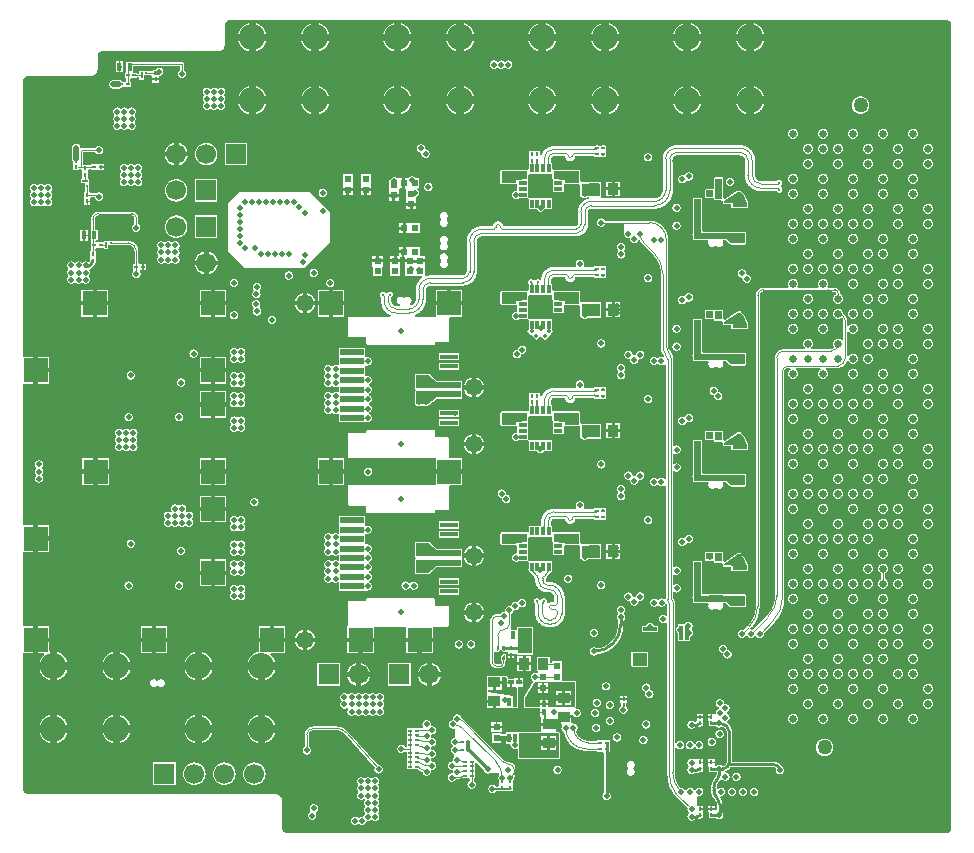
<source format=gbl>
G04*
G04 #@! TF.GenerationSoftware,Altium Limited,Altium Designer,24.2.2 (26)*
G04*
G04 Layer_Physical_Order=12*
G04 Layer_Color=16711680*
%FSLAX26Y26*%
%MOIN*%
G70*
G04*
G04 #@! TF.SameCoordinates,1490CFCF-B2EF-406E-B7EC-920D21FDAB99*
G04*
G04*
G04 #@! TF.FilePolarity,Positive*
G04*
G01*
G75*
%ADD13C,0.010000*%
%ADD16C,0.006000*%
%ADD17C,0.007000*%
%ADD23R,0.011811X0.010800*%
%ADD24R,0.015748X0.025591*%
%ADD30R,0.024409X0.022835*%
%ADD43R,0.029528X0.011811*%
%ADD44R,0.011811X0.029528*%
%ADD58R,0.019685X0.005906*%
%ADD59R,0.005906X0.009842*%
%ADD62R,0.005906X0.019685*%
%ADD63R,0.009842X0.005906*%
%ADD65R,0.035433X0.039370*%
%ADD66R,0.010800X0.011811*%
%ADD69R,0.004921X0.023622*%
%ADD70R,0.047244X0.011811*%
%ADD71R,0.011811X0.047244*%
%ADD72R,0.023622X0.004921*%
%ADD73R,0.039370X0.037402*%
%ADD74R,0.037402X0.039370*%
%ADD75R,0.024409X0.024409*%
%ADD76R,0.024409X0.024409*%
%ADD79C,0.020000*%
%ADD95R,0.078740X0.078740*%
%ADD96C,0.058189*%
%ADD98C,0.066929*%
%ADD99R,0.066929X0.066929*%
%ADD100C,0.050000*%
%ADD101C,0.086614*%
%ADD102C,0.137795*%
%ADD103C,0.157480*%
%ADD104C,0.011800*%
%ADD106C,0.004600*%
%ADD108C,0.003900*%
%ADD109C,0.005000*%
%ADD110C,0.009000*%
%ADD125C,0.019685*%
%ADD126C,0.009842*%
%ADD127C,0.023000*%
%ADD149R,0.078740X0.019685*%
%ADD150R,0.059055X0.015748*%
%ADD151R,0.097638X0.068898*%
%ADD152R,0.011811X0.031496*%
%ADD153R,0.001000X0.001000*%
%ADD154P,0.001414X4X90.0*%
%ADD155R,0.072835X0.072835*%
%ADD156C,0.025197*%
%ADD157R,0.011811X0.006890*%
%ADD158R,0.019685X0.017716*%
G04:AMPARAMS|DCode=159|XSize=10.8mil|YSize=11.811mil|CornerRadius=0mil|HoleSize=0mil|Usage=FLASHONLY|Rotation=225.000|XOffset=0mil|YOffset=0mil|HoleType=Round|Shape=Rectangle|*
%AMROTATEDRECTD159*
4,1,4,-0.000357,0.007994,0.007994,-0.000357,0.000357,-0.007994,-0.007994,0.000357,-0.000357,0.007994,0.0*
%
%ADD159ROTATEDRECTD159*%

G04:AMPARAMS|DCode=160|XSize=10.8mil|YSize=11.811mil|CornerRadius=0mil|HoleSize=0mil|Usage=FLASHONLY|Rotation=135.000|XOffset=0mil|YOffset=0mil|HoleType=Round|Shape=Rectangle|*
%AMROTATEDRECTD160*
4,1,4,0.007994,0.000357,-0.000357,-0.007994,-0.007994,-0.000357,0.000357,0.007994,0.007994,0.000357,0.0*
%
%ADD160ROTATEDRECTD160*%

%ADD161R,0.017716X0.019685*%
%ADD162C,0.015000*%
%ADD163R,0.061705X0.042742*%
%ADD164R,0.047900X0.037361*%
%ADD165R,0.008858X0.036469*%
%ADD166R,0.047518X0.041793*%
G36*
X2863029Y2493333D02*
X2867349Y2489013D01*
X2869686Y2483370D01*
Y2480315D01*
X2869686Y-196851D01*
X2869686Y-199905D01*
X2867349Y-205549D01*
X2863029Y-209869D01*
X2857385Y-212206D01*
X2854331Y-212206D01*
X653543Y-212206D01*
X650489Y-212206D01*
X644845Y-209869D01*
X640525Y-205549D01*
X638187Y-199905D01*
X638187Y-106299D01*
X638101Y-106091D01*
X638166Y-105875D01*
X637788Y-102035D01*
X637480Y-101457D01*
Y-100802D01*
X634540Y-93706D01*
X633931Y-93097D01*
X633602Y-92302D01*
X628171Y-86871D01*
X627375Y-86541D01*
X626766Y-85932D01*
X619670Y-82993D01*
X619015D01*
X618438Y-82684D01*
X614598Y-82306D01*
X614382Y-82372D01*
X614173Y-82285D01*
X578740D01*
X-208662Y-82285D01*
X-211716Y-82285D01*
X-217360Y-79947D01*
X-221680Y-75628D01*
X-224018Y-69984D01*
X-224017Y-66929D01*
Y386339D01*
X-189740D01*
Y430709D01*
Y475079D01*
X-224017D01*
Y723937D01*
X-189740D01*
Y768307D01*
Y812677D01*
X-224017D01*
Y1284960D01*
X-189740D01*
Y1329331D01*
Y1373701D01*
X-224017D01*
Y2295276D01*
X-224018Y2298330D01*
X-221680Y2303974D01*
X-217360Y2308294D01*
X-211716Y2310631D01*
X-208661Y2310631D01*
X-78740Y2310632D01*
X-19685Y2310631D01*
X-0D01*
X208Y2310718D01*
X424Y2310652D01*
X4264Y2311030D01*
X4842Y2311339D01*
X5497D01*
X12592Y2314278D01*
X13201Y2314887D01*
X13997Y2315217D01*
X19428Y2320648D01*
X19758Y2321443D01*
X20367Y2322052D01*
X23306Y2329148D01*
Y2329803D01*
X23614Y2330381D01*
X23993Y2334221D01*
X23927Y2334437D01*
X24014Y2334645D01*
X24014Y2377953D01*
X24014Y2381007D01*
X26352Y2386651D01*
X30671Y2390971D01*
X36315Y2393308D01*
X39370Y2393309D01*
X314961Y2393309D01*
X409449Y2393309D01*
X425197Y2393309D01*
X425405Y2393395D01*
X425621Y2393329D01*
X429461Y2393707D01*
X430039Y2394016D01*
X430694D01*
X437789Y2396955D01*
X438399Y2397564D01*
X439194Y2397894D01*
X444625Y2403325D01*
X444955Y2404120D01*
X445564Y2404729D01*
X448503Y2411825D01*
Y2412480D01*
X448811Y2413058D01*
X449190Y2416898D01*
X449124Y2417114D01*
X449211Y2417323D01*
X449211Y2483369D01*
X451549Y2489013D01*
X455868Y2493333D01*
X461512Y2495670D01*
X464567Y2495671D01*
X2854331Y2495671D01*
X2857385Y2495671D01*
X2863029Y2493333D01*
D02*
G37*
%LPC*%
G36*
X2211698Y2485808D02*
Y2451645D01*
X2245861D01*
X2245701Y2452260D01*
X2245150Y2454076D01*
X2244528Y2455868D01*
X2243837Y2457635D01*
X2243077Y2459373D01*
X2242249Y2461080D01*
X2241354Y2462754D01*
X2240395Y2464390D01*
X2239372Y2465988D01*
X2238287Y2467545D01*
X2237142Y2469058D01*
X2235939Y2470524D01*
X2234678Y2471942D01*
X2233363Y2473310D01*
X2231996Y2474625D01*
X2230577Y2475885D01*
X2229111Y2477089D01*
X2227598Y2478234D01*
X2226042Y2479319D01*
X2224444Y2480342D01*
X2222807Y2481301D01*
X2221134Y2482195D01*
X2219427Y2483023D01*
X2217688Y2483784D01*
X2215921Y2484475D01*
X2214129Y2485097D01*
X2212313Y2485648D01*
X2211698Y2485808D01*
D02*
G37*
G36*
X2186698D02*
X2186083Y2485648D01*
X2184268Y2485097D01*
X2182475Y2484475D01*
X2180709Y2483784D01*
X2178970Y2483023D01*
X2177263Y2482195D01*
X2175590Y2481301D01*
X2173953Y2480342D01*
X2172355Y2479319D01*
X2170799Y2478234D01*
X2169286Y2477089D01*
X2167819Y2475885D01*
X2166401Y2474625D01*
X2165034Y2473310D01*
X2163719Y2471942D01*
X2162458Y2470524D01*
X2161255Y2469058D01*
X2160110Y2467545D01*
X2159025Y2465988D01*
X2158002Y2464390D01*
X2157043Y2462754D01*
X2156148Y2461080D01*
X2155320Y2459373D01*
X2154560Y2457635D01*
X2153868Y2455868D01*
X2153247Y2454076D01*
X2152696Y2452260D01*
X2152535Y2451645D01*
X2186698D01*
Y2485808D01*
D02*
G37*
G36*
X2001856D02*
Y2451645D01*
X2036019D01*
X2035858Y2452260D01*
X2035307Y2454076D01*
X2034686Y2455868D01*
X2033994Y2457635D01*
X2033234Y2459373D01*
X2032406Y2461080D01*
X2031512Y2462754D01*
X2030552Y2464390D01*
X2029529Y2465988D01*
X2028445Y2467545D01*
X2027300Y2469058D01*
X2026096Y2470524D01*
X2024836Y2471942D01*
X2023521Y2473310D01*
X2022153Y2474625D01*
X2020735Y2475885D01*
X2019268Y2477089D01*
X2017755Y2478234D01*
X2016199Y2479319D01*
X2014601Y2480342D01*
X2012964Y2481301D01*
X2011291Y2482195D01*
X2009584Y2483023D01*
X2007846Y2483784D01*
X2006079Y2484475D01*
X2004286Y2485097D01*
X2002471Y2485648D01*
X2001856Y2485808D01*
D02*
G37*
G36*
X1976856D02*
X1976241Y2485648D01*
X1974425Y2485097D01*
X1972633Y2484475D01*
X1970866Y2483784D01*
X1969128Y2483023D01*
X1967421Y2482195D01*
X1965747Y2481301D01*
X1964111Y2480342D01*
X1962513Y2479319D01*
X1960956Y2478234D01*
X1959443Y2477089D01*
X1957977Y2475885D01*
X1956559Y2474625D01*
X1955191Y2473310D01*
X1953876Y2471942D01*
X1952616Y2470524D01*
X1951412Y2469058D01*
X1950267Y2467545D01*
X1949182Y2465988D01*
X1948159Y2464390D01*
X1947200Y2462754D01*
X1946306Y2461080D01*
X1945478Y2459373D01*
X1944717Y2457635D01*
X1944026Y2455868D01*
X1943404Y2454076D01*
X1942853Y2452260D01*
X1942693Y2451645D01*
X1976856D01*
Y2485808D01*
D02*
G37*
G36*
X1728430D02*
Y2451645D01*
X1762593D01*
X1762433Y2452260D01*
X1761882Y2454076D01*
X1761260Y2455868D01*
X1760569Y2457635D01*
X1759809Y2459373D01*
X1758981Y2461080D01*
X1758086Y2462754D01*
X1757127Y2464390D01*
X1756104Y2465988D01*
X1755019Y2467545D01*
X1753874Y2469058D01*
X1752670Y2470524D01*
X1751410Y2471942D01*
X1750095Y2473310D01*
X1748728Y2474625D01*
X1747309Y2475885D01*
X1745843Y2477089D01*
X1744330Y2478234D01*
X1742774Y2479319D01*
X1741176Y2480342D01*
X1739539Y2481301D01*
X1737866Y2482195D01*
X1736159Y2483023D01*
X1734420Y2483784D01*
X1732653Y2484475D01*
X1730861Y2485097D01*
X1729045Y2485648D01*
X1728430Y2485808D01*
D02*
G37*
G36*
X1703430D02*
X1702815Y2485648D01*
X1701000Y2485097D01*
X1699207Y2484475D01*
X1697440Y2483784D01*
X1695702Y2483023D01*
X1693995Y2482195D01*
X1692322Y2481301D01*
X1690685Y2480342D01*
X1689087Y2479319D01*
X1687531Y2478234D01*
X1686018Y2477089D01*
X1684551Y2475885D01*
X1683133Y2474625D01*
X1681765Y2473310D01*
X1680451Y2471942D01*
X1679190Y2470524D01*
X1677987Y2469058D01*
X1676842Y2467545D01*
X1675757Y2465988D01*
X1674734Y2464390D01*
X1673774Y2462754D01*
X1672880Y2461080D01*
X1672052Y2459373D01*
X1671292Y2457635D01*
X1670600Y2455868D01*
X1669979Y2454076D01*
X1669428Y2452260D01*
X1669267Y2451645D01*
X1703430D01*
Y2485808D01*
D02*
G37*
G36*
X1518588D02*
Y2451645D01*
X1552751D01*
X1552590Y2452260D01*
X1552039Y2454076D01*
X1551418Y2455868D01*
X1550726Y2457635D01*
X1549966Y2459373D01*
X1549138Y2461080D01*
X1548244Y2462754D01*
X1547284Y2464390D01*
X1546261Y2465988D01*
X1545177Y2467545D01*
X1544032Y2469058D01*
X1542828Y2470524D01*
X1541568Y2471942D01*
X1540253Y2473310D01*
X1538885Y2474625D01*
X1537467Y2475885D01*
X1536000Y2477089D01*
X1534487Y2478234D01*
X1532931Y2479319D01*
X1531333Y2480342D01*
X1529696Y2481301D01*
X1528023Y2482195D01*
X1526316Y2483023D01*
X1524578Y2483784D01*
X1522811Y2484475D01*
X1521018Y2485097D01*
X1519203Y2485648D01*
X1518588Y2485808D01*
D02*
G37*
G36*
X1493588D02*
X1492973Y2485648D01*
X1491157Y2485097D01*
X1489365Y2484475D01*
X1487598Y2483784D01*
X1485860Y2483023D01*
X1484153Y2482195D01*
X1482479Y2481301D01*
X1480843Y2480342D01*
X1479245Y2479319D01*
X1477688Y2478234D01*
X1476175Y2477089D01*
X1474709Y2475885D01*
X1473291Y2474625D01*
X1471923Y2473310D01*
X1470608Y2471942D01*
X1469348Y2470524D01*
X1468144Y2469058D01*
X1466999Y2467545D01*
X1465914Y2465988D01*
X1464891Y2464390D01*
X1463932Y2462754D01*
X1463038Y2461080D01*
X1462210Y2459373D01*
X1461449Y2457635D01*
X1460758Y2455868D01*
X1460136Y2454076D01*
X1459585Y2452260D01*
X1459425Y2451645D01*
X1493588D01*
Y2485808D01*
D02*
G37*
G36*
X1245162D02*
Y2451645D01*
X1279325D01*
X1279165Y2452260D01*
X1278614Y2454076D01*
X1277992Y2455868D01*
X1277301Y2457635D01*
X1276541Y2459373D01*
X1275713Y2461080D01*
X1274818Y2462754D01*
X1273859Y2464390D01*
X1272836Y2465988D01*
X1271751Y2467545D01*
X1270606Y2469058D01*
X1269402Y2470524D01*
X1268142Y2471942D01*
X1266827Y2473310D01*
X1265460Y2474625D01*
X1264041Y2475885D01*
X1262575Y2477089D01*
X1261062Y2478234D01*
X1259506Y2479319D01*
X1257908Y2480342D01*
X1256271Y2481301D01*
X1254598Y2482195D01*
X1252890Y2483023D01*
X1251152Y2483784D01*
X1249386Y2484475D01*
X1247593Y2485097D01*
X1245777Y2485648D01*
X1245162Y2485808D01*
D02*
G37*
G36*
X1220162D02*
X1219547Y2485648D01*
X1217732Y2485097D01*
X1215939Y2484475D01*
X1214172Y2483784D01*
X1212434Y2483023D01*
X1210727Y2482195D01*
X1209054Y2481301D01*
X1207417Y2480342D01*
X1205819Y2479319D01*
X1204263Y2478234D01*
X1202750Y2477089D01*
X1201283Y2475885D01*
X1199865Y2474625D01*
X1198497Y2473310D01*
X1197183Y2471942D01*
X1195922Y2470524D01*
X1194719Y2469058D01*
X1193574Y2467545D01*
X1192489Y2465988D01*
X1191466Y2464390D01*
X1190506Y2462754D01*
X1189612Y2461080D01*
X1188784Y2459373D01*
X1188024Y2457635D01*
X1187332Y2455868D01*
X1186711Y2454076D01*
X1186160Y2452260D01*
X1185999Y2451645D01*
X1220162D01*
Y2485808D01*
D02*
G37*
G36*
X1035320D02*
Y2451645D01*
X1069483D01*
X1069322Y2452260D01*
X1068771Y2454076D01*
X1068150Y2455868D01*
X1067458Y2457635D01*
X1066698Y2459373D01*
X1065870Y2461080D01*
X1064976Y2462754D01*
X1064016Y2464390D01*
X1062993Y2465988D01*
X1061909Y2467545D01*
X1060764Y2469058D01*
X1059560Y2470524D01*
X1058300Y2471942D01*
X1056985Y2473310D01*
X1055617Y2474625D01*
X1054199Y2475885D01*
X1052732Y2477089D01*
X1051219Y2478234D01*
X1049663Y2479319D01*
X1048065Y2480342D01*
X1046428Y2481301D01*
X1044755Y2482195D01*
X1043048Y2483023D01*
X1041310Y2483784D01*
X1039543Y2484475D01*
X1037750Y2485097D01*
X1035935Y2485648D01*
X1035320Y2485808D01*
D02*
G37*
G36*
X1010320D02*
X1009705Y2485648D01*
X1007889Y2485097D01*
X1006097Y2484475D01*
X1004330Y2483784D01*
X1002592Y2483023D01*
X1000885Y2482195D01*
X999211Y2481301D01*
X997575Y2480342D01*
X995977Y2479319D01*
X994420Y2478234D01*
X992907Y2477089D01*
X991441Y2475885D01*
X990023Y2474625D01*
X988655Y2473310D01*
X987340Y2471942D01*
X986080Y2470524D01*
X984876Y2469058D01*
X983731Y2467545D01*
X982646Y2465988D01*
X981623Y2464390D01*
X980664Y2462754D01*
X979770Y2461080D01*
X978942Y2459373D01*
X978181Y2457635D01*
X977490Y2455868D01*
X976868Y2454076D01*
X976317Y2452260D01*
X976157Y2451645D01*
X1010320D01*
Y2485808D01*
D02*
G37*
G36*
X761894D02*
Y2451645D01*
X796057D01*
X795897Y2452260D01*
X795346Y2454076D01*
X794724Y2455868D01*
X794033Y2457635D01*
X793273Y2459373D01*
X792445Y2461080D01*
X791550Y2462754D01*
X790591Y2464390D01*
X789568Y2465988D01*
X788483Y2467545D01*
X787338Y2469058D01*
X786135Y2470524D01*
X784874Y2471942D01*
X783559Y2473310D01*
X782192Y2474625D01*
X780773Y2475885D01*
X779307Y2477089D01*
X777794Y2478234D01*
X776238Y2479319D01*
X774640Y2480342D01*
X773003Y2481301D01*
X771330Y2482195D01*
X769622Y2483023D01*
X767884Y2483784D01*
X766117Y2484475D01*
X764325Y2485097D01*
X762509Y2485648D01*
X761894Y2485808D01*
D02*
G37*
G36*
X736894D02*
X736279Y2485648D01*
X734464Y2485097D01*
X732671Y2484475D01*
X730904Y2483784D01*
X729166Y2483023D01*
X727459Y2482195D01*
X725786Y2481301D01*
X724149Y2480342D01*
X722551Y2479319D01*
X720995Y2478234D01*
X719482Y2477089D01*
X718015Y2475885D01*
X716597Y2474625D01*
X715230Y2473310D01*
X713915Y2471942D01*
X712654Y2470524D01*
X711451Y2469058D01*
X710306Y2467545D01*
X709221Y2465988D01*
X708198Y2464390D01*
X707239Y2462754D01*
X706344Y2461080D01*
X705516Y2459373D01*
X704756Y2457635D01*
X704064Y2455868D01*
X703443Y2454076D01*
X702892Y2452260D01*
X702731Y2451645D01*
X736894D01*
Y2485808D01*
D02*
G37*
G36*
X552052D02*
Y2451645D01*
X586215D01*
X586054Y2452260D01*
X585503Y2454076D01*
X584882Y2455868D01*
X584190Y2457635D01*
X583430Y2459373D01*
X582602Y2461080D01*
X581708Y2462754D01*
X580748Y2464390D01*
X579725Y2465988D01*
X578641Y2467545D01*
X577495Y2469058D01*
X576292Y2470524D01*
X575032Y2471942D01*
X573717Y2473310D01*
X572349Y2474625D01*
X570931Y2475885D01*
X569464Y2477089D01*
X567952Y2478234D01*
X566395Y2479319D01*
X564797Y2480342D01*
X563160Y2481301D01*
X561487Y2482195D01*
X559780Y2483023D01*
X558042Y2483784D01*
X556275Y2484475D01*
X554482Y2485097D01*
X552667Y2485648D01*
X552052Y2485808D01*
D02*
G37*
G36*
X527052D02*
X526437Y2485648D01*
X524621Y2485097D01*
X522829Y2484475D01*
X521062Y2483784D01*
X519324Y2483023D01*
X517617Y2482195D01*
X515943Y2481301D01*
X514307Y2480342D01*
X512709Y2479319D01*
X511152Y2478234D01*
X509639Y2477089D01*
X508173Y2475885D01*
X506755Y2474625D01*
X505387Y2473310D01*
X504072Y2471942D01*
X502812Y2470524D01*
X501608Y2469058D01*
X500463Y2467545D01*
X499378Y2465988D01*
X498355Y2464390D01*
X497396Y2462754D01*
X496502Y2461080D01*
X495674Y2459373D01*
X494913Y2457635D01*
X494222Y2455868D01*
X493600Y2454076D01*
X493049Y2452260D01*
X492889Y2451645D01*
X527052D01*
Y2485808D01*
D02*
G37*
G36*
X2245861Y2426645D02*
X2211698D01*
Y2392482D01*
X2212313Y2392643D01*
X2214129Y2393194D01*
X2215921Y2393815D01*
X2217688Y2394507D01*
X2219427Y2395267D01*
X2221134Y2396095D01*
X2222807Y2396989D01*
X2224444Y2397949D01*
X2226042Y2398972D01*
X2227598Y2400056D01*
X2229111Y2401202D01*
X2230577Y2402405D01*
X2231996Y2403665D01*
X2233363Y2404980D01*
X2234678Y2406348D01*
X2235939Y2407766D01*
X2237142Y2409233D01*
X2238287Y2410745D01*
X2239372Y2412302D01*
X2240395Y2413900D01*
X2241354Y2415537D01*
X2242249Y2417210D01*
X2243077Y2418917D01*
X2243837Y2420655D01*
X2244528Y2422422D01*
X2245150Y2424215D01*
X2245701Y2426030D01*
X2245861Y2426645D01*
D02*
G37*
G36*
X2186698D02*
X2152535D01*
X2152696Y2426030D01*
X2153247Y2424215D01*
X2153868Y2422422D01*
X2154560Y2420655D01*
X2155320Y2418917D01*
X2156148Y2417210D01*
X2157043Y2415537D01*
X2158002Y2413900D01*
X2159025Y2412302D01*
X2160110Y2410745D01*
X2161255Y2409233D01*
X2162458Y2407766D01*
X2163719Y2406348D01*
X2165034Y2404980D01*
X2166401Y2403665D01*
X2167819Y2402405D01*
X2169286Y2401202D01*
X2170799Y2400056D01*
X2172355Y2398972D01*
X2173953Y2397949D01*
X2175590Y2396989D01*
X2177263Y2396095D01*
X2178970Y2395267D01*
X2180709Y2394507D01*
X2182475Y2393815D01*
X2184268Y2393194D01*
X2186083Y2392643D01*
X2186698Y2392482D01*
Y2426645D01*
D02*
G37*
G36*
X2036019D02*
X2001856D01*
Y2392482D01*
X2002471Y2392643D01*
X2004286Y2393194D01*
X2006079Y2393815D01*
X2007846Y2394507D01*
X2009584Y2395267D01*
X2011291Y2396095D01*
X2012964Y2396989D01*
X2014601Y2397949D01*
X2016199Y2398972D01*
X2017755Y2400056D01*
X2019268Y2401202D01*
X2020735Y2402405D01*
X2022153Y2403665D01*
X2023521Y2404980D01*
X2024836Y2406348D01*
X2026096Y2407766D01*
X2027300Y2409233D01*
X2028445Y2410745D01*
X2029529Y2412302D01*
X2030552Y2413900D01*
X2031512Y2415537D01*
X2032406Y2417210D01*
X2033234Y2418917D01*
X2033994Y2420655D01*
X2034686Y2422422D01*
X2035307Y2424215D01*
X2035858Y2426030D01*
X2036019Y2426645D01*
D02*
G37*
G36*
X1976856D02*
X1942693D01*
X1942853Y2426030D01*
X1943404Y2424215D01*
X1944026Y2422422D01*
X1944717Y2420655D01*
X1945478Y2418917D01*
X1946306Y2417210D01*
X1947200Y2415537D01*
X1948159Y2413900D01*
X1949182Y2412302D01*
X1950267Y2410745D01*
X1951412Y2409233D01*
X1952616Y2407766D01*
X1953876Y2406348D01*
X1955191Y2404980D01*
X1956559Y2403665D01*
X1957977Y2402405D01*
X1959443Y2401202D01*
X1960956Y2400056D01*
X1962513Y2398972D01*
X1964111Y2397949D01*
X1965747Y2396989D01*
X1967421Y2396095D01*
X1969128Y2395267D01*
X1970866Y2394507D01*
X1972633Y2393815D01*
X1974425Y2393194D01*
X1976241Y2392643D01*
X1976856Y2392482D01*
Y2426645D01*
D02*
G37*
G36*
X1762593D02*
X1728430D01*
Y2392482D01*
X1729045Y2392643D01*
X1730861Y2393194D01*
X1732653Y2393815D01*
X1734420Y2394507D01*
X1736159Y2395267D01*
X1737866Y2396095D01*
X1739539Y2396989D01*
X1741176Y2397949D01*
X1742774Y2398972D01*
X1744330Y2400056D01*
X1745843Y2401202D01*
X1747309Y2402405D01*
X1748728Y2403665D01*
X1750095Y2404980D01*
X1751410Y2406348D01*
X1752670Y2407766D01*
X1753874Y2409233D01*
X1755019Y2410745D01*
X1756104Y2412302D01*
X1757127Y2413900D01*
X1758086Y2415537D01*
X1758981Y2417210D01*
X1759809Y2418917D01*
X1760569Y2420655D01*
X1761260Y2422422D01*
X1761882Y2424215D01*
X1762433Y2426030D01*
X1762593Y2426645D01*
D02*
G37*
G36*
X1703430D02*
X1669267D01*
X1669428Y2426030D01*
X1669979Y2424215D01*
X1670600Y2422422D01*
X1671292Y2420655D01*
X1672052Y2418917D01*
X1672880Y2417210D01*
X1673774Y2415537D01*
X1674734Y2413900D01*
X1675757Y2412302D01*
X1676842Y2410745D01*
X1677987Y2409233D01*
X1679190Y2407766D01*
X1680451Y2406348D01*
X1681765Y2404980D01*
X1683133Y2403665D01*
X1684551Y2402405D01*
X1686018Y2401202D01*
X1687531Y2400056D01*
X1689087Y2398972D01*
X1690685Y2397949D01*
X1692322Y2396989D01*
X1693995Y2396095D01*
X1695702Y2395267D01*
X1697440Y2394507D01*
X1699207Y2393815D01*
X1701000Y2393194D01*
X1702815Y2392643D01*
X1703430Y2392482D01*
Y2426645D01*
D02*
G37*
G36*
X1552751D02*
X1518588D01*
Y2392482D01*
X1519203Y2392643D01*
X1521018Y2393194D01*
X1522811Y2393815D01*
X1524578Y2394507D01*
X1526316Y2395267D01*
X1528023Y2396095D01*
X1529696Y2396989D01*
X1531333Y2397949D01*
X1532931Y2398972D01*
X1534487Y2400056D01*
X1536000Y2401202D01*
X1537467Y2402405D01*
X1538885Y2403665D01*
X1540253Y2404980D01*
X1541568Y2406348D01*
X1542828Y2407766D01*
X1544032Y2409233D01*
X1545177Y2410745D01*
X1546261Y2412302D01*
X1547284Y2413900D01*
X1548244Y2415537D01*
X1549138Y2417210D01*
X1549966Y2418917D01*
X1550726Y2420655D01*
X1551418Y2422422D01*
X1552039Y2424215D01*
X1552590Y2426030D01*
X1552751Y2426645D01*
D02*
G37*
G36*
X1493588D02*
X1459425D01*
X1459585Y2426030D01*
X1460136Y2424215D01*
X1460758Y2422422D01*
X1461449Y2420655D01*
X1462210Y2418917D01*
X1463038Y2417210D01*
X1463932Y2415537D01*
X1464891Y2413900D01*
X1465914Y2412302D01*
X1466999Y2410745D01*
X1468144Y2409233D01*
X1469348Y2407766D01*
X1470608Y2406348D01*
X1471923Y2404980D01*
X1473291Y2403665D01*
X1474709Y2402405D01*
X1476175Y2401202D01*
X1477688Y2400056D01*
X1479245Y2398972D01*
X1480843Y2397949D01*
X1482479Y2396989D01*
X1484153Y2396095D01*
X1485860Y2395267D01*
X1487598Y2394507D01*
X1489365Y2393815D01*
X1491157Y2393194D01*
X1492973Y2392643D01*
X1493588Y2392482D01*
Y2426645D01*
D02*
G37*
G36*
X1279325D02*
X1245162D01*
Y2392482D01*
X1245777Y2392643D01*
X1247593Y2393194D01*
X1249386Y2393815D01*
X1251152Y2394507D01*
X1252890Y2395267D01*
X1254598Y2396095D01*
X1256271Y2396989D01*
X1257908Y2397949D01*
X1259506Y2398972D01*
X1261062Y2400056D01*
X1262575Y2401202D01*
X1264041Y2402405D01*
X1265460Y2403665D01*
X1266827Y2404980D01*
X1268142Y2406348D01*
X1269402Y2407766D01*
X1270606Y2409233D01*
X1271751Y2410745D01*
X1272836Y2412302D01*
X1273859Y2413900D01*
X1274818Y2415537D01*
X1275713Y2417210D01*
X1276541Y2418917D01*
X1277301Y2420655D01*
X1277992Y2422422D01*
X1278614Y2424215D01*
X1279165Y2426030D01*
X1279325Y2426645D01*
D02*
G37*
G36*
X1220162D02*
X1185999D01*
X1186160Y2426030D01*
X1186711Y2424215D01*
X1187332Y2422422D01*
X1188024Y2420655D01*
X1188784Y2418917D01*
X1189612Y2417210D01*
X1190506Y2415537D01*
X1191466Y2413900D01*
X1192489Y2412302D01*
X1193574Y2410745D01*
X1194719Y2409233D01*
X1195922Y2407766D01*
X1197183Y2406348D01*
X1198497Y2404980D01*
X1199865Y2403665D01*
X1201283Y2402405D01*
X1202750Y2401202D01*
X1204263Y2400056D01*
X1205819Y2398972D01*
X1207417Y2397949D01*
X1209054Y2396989D01*
X1210727Y2396095D01*
X1212434Y2395267D01*
X1214172Y2394507D01*
X1215939Y2393815D01*
X1217732Y2393194D01*
X1219547Y2392643D01*
X1220162Y2392482D01*
Y2426645D01*
D02*
G37*
G36*
X1069483D02*
X1035320D01*
Y2392482D01*
X1035935Y2392643D01*
X1037750Y2393194D01*
X1039543Y2393815D01*
X1041310Y2394507D01*
X1043048Y2395267D01*
X1044755Y2396095D01*
X1046428Y2396989D01*
X1048065Y2397949D01*
X1049663Y2398972D01*
X1051219Y2400056D01*
X1052732Y2401202D01*
X1054199Y2402405D01*
X1055617Y2403665D01*
X1056985Y2404980D01*
X1058300Y2406348D01*
X1059560Y2407766D01*
X1060764Y2409233D01*
X1061909Y2410745D01*
X1062993Y2412302D01*
X1064016Y2413900D01*
X1064976Y2415537D01*
X1065870Y2417210D01*
X1066698Y2418917D01*
X1067458Y2420655D01*
X1068150Y2422422D01*
X1068771Y2424215D01*
X1069322Y2426030D01*
X1069483Y2426645D01*
D02*
G37*
G36*
X1010320D02*
X976157D01*
X976317Y2426030D01*
X976868Y2424215D01*
X977490Y2422422D01*
X978181Y2420655D01*
X978942Y2418917D01*
X979770Y2417210D01*
X980664Y2415537D01*
X981623Y2413900D01*
X982646Y2412302D01*
X983731Y2410745D01*
X984876Y2409233D01*
X986080Y2407766D01*
X987340Y2406348D01*
X988655Y2404980D01*
X990023Y2403665D01*
X991441Y2402405D01*
X992907Y2401202D01*
X994420Y2400056D01*
X995977Y2398972D01*
X997575Y2397949D01*
X999211Y2396989D01*
X1000885Y2396095D01*
X1002592Y2395267D01*
X1004330Y2394507D01*
X1006097Y2393815D01*
X1007889Y2393194D01*
X1009705Y2392643D01*
X1010320Y2392482D01*
Y2426645D01*
D02*
G37*
G36*
X796057D02*
X761894D01*
Y2392482D01*
X762509Y2392643D01*
X764325Y2393194D01*
X766117Y2393815D01*
X767884Y2394507D01*
X769622Y2395267D01*
X771330Y2396095D01*
X773003Y2396989D01*
X774640Y2397949D01*
X776238Y2398972D01*
X777794Y2400056D01*
X779307Y2401202D01*
X780773Y2402405D01*
X782192Y2403665D01*
X783559Y2404980D01*
X784874Y2406348D01*
X786135Y2407766D01*
X787338Y2409233D01*
X788483Y2410745D01*
X789568Y2412302D01*
X790591Y2413900D01*
X791550Y2415537D01*
X792445Y2417210D01*
X793273Y2418917D01*
X794033Y2420655D01*
X794724Y2422422D01*
X795346Y2424215D01*
X795897Y2426030D01*
X796057Y2426645D01*
D02*
G37*
G36*
X736894D02*
X702731D01*
X702892Y2426030D01*
X703443Y2424215D01*
X704064Y2422422D01*
X704756Y2420655D01*
X705516Y2418917D01*
X706344Y2417210D01*
X707239Y2415537D01*
X708198Y2413900D01*
X709221Y2412302D01*
X710306Y2410745D01*
X711451Y2409233D01*
X712654Y2407766D01*
X713915Y2406348D01*
X715230Y2404980D01*
X716597Y2403665D01*
X718015Y2402405D01*
X719482Y2401202D01*
X720995Y2400056D01*
X722551Y2398972D01*
X724149Y2397949D01*
X725786Y2396989D01*
X727459Y2396095D01*
X729166Y2395267D01*
X730904Y2394507D01*
X732671Y2393815D01*
X734464Y2393194D01*
X736279Y2392643D01*
X736894Y2392482D01*
Y2426645D01*
D02*
G37*
G36*
X586215D02*
X552052D01*
Y2392482D01*
X552667Y2392643D01*
X554482Y2393194D01*
X556275Y2393815D01*
X558042Y2394507D01*
X559780Y2395267D01*
X561487Y2396095D01*
X563160Y2396989D01*
X564797Y2397949D01*
X566395Y2398972D01*
X567952Y2400056D01*
X569464Y2401202D01*
X570931Y2402405D01*
X572349Y2403665D01*
X573717Y2404980D01*
X575032Y2406348D01*
X576292Y2407766D01*
X577495Y2409233D01*
X578641Y2410745D01*
X579725Y2412302D01*
X580748Y2413900D01*
X581708Y2415537D01*
X582602Y2417210D01*
X583430Y2418917D01*
X584190Y2420655D01*
X584882Y2422422D01*
X585503Y2424215D01*
X586054Y2426030D01*
X586215Y2426645D01*
D02*
G37*
G36*
X527052D02*
X492889D01*
X493049Y2426030D01*
X493600Y2424215D01*
X494222Y2422422D01*
X494913Y2420655D01*
X495674Y2418917D01*
X496502Y2417210D01*
X497396Y2415537D01*
X498355Y2413900D01*
X499378Y2412302D01*
X500463Y2410745D01*
X501608Y2409233D01*
X502812Y2407766D01*
X504072Y2406348D01*
X505387Y2404980D01*
X506755Y2403665D01*
X508173Y2402405D01*
X509639Y2401202D01*
X511152Y2400056D01*
X512709Y2398972D01*
X514307Y2397949D01*
X515943Y2396989D01*
X517617Y2396095D01*
X519324Y2395267D01*
X521062Y2394507D01*
X522829Y2393815D01*
X524621Y2393194D01*
X526437Y2392643D01*
X527052Y2392482D01*
Y2426645D01*
D02*
G37*
G36*
X1392738Y2361891D02*
X1391750Y2361856D01*
X1390767Y2361750D01*
X1389794Y2361574D01*
X1388835Y2361330D01*
X1387897Y2361017D01*
X1386984Y2360639D01*
X1386100Y2360197D01*
X1385249Y2359692D01*
X1384437Y2359128D01*
X1384385Y2359086D01*
X1383327Y2358391D01*
X1381698Y2357834D01*
X1380155D01*
X1378527Y2358391D01*
X1377469Y2359086D01*
X1377417Y2359128D01*
X1376604Y2359692D01*
X1375754Y2360197D01*
X1374870Y2360639D01*
X1373956Y2361017D01*
X1373018Y2361330D01*
X1372060Y2361574D01*
X1371087Y2361750D01*
X1370104Y2361856D01*
X1369116Y2361891D01*
X1368128Y2361856D01*
X1367145Y2361750D01*
X1366172Y2361574D01*
X1365214Y2361330D01*
X1364275Y2361017D01*
X1363362Y2360639D01*
X1362478Y2360197D01*
X1361627Y2359692D01*
X1360815Y2359128D01*
X1360763Y2359086D01*
X1359705Y2358391D01*
X1358076Y2357834D01*
X1356533D01*
X1354905Y2358391D01*
X1353847Y2359086D01*
X1353795Y2359128D01*
X1352983Y2359692D01*
X1352132Y2360197D01*
X1351248Y2360639D01*
X1350334Y2361017D01*
X1349396Y2361330D01*
X1348438Y2361574D01*
X1347465Y2361750D01*
X1346482Y2361856D01*
X1345494Y2361891D01*
X1344506Y2361856D01*
X1343523Y2361750D01*
X1342550Y2361574D01*
X1341591Y2361330D01*
X1340653Y2361017D01*
X1339740Y2360639D01*
X1338856Y2360197D01*
X1338005Y2359692D01*
X1337193Y2359128D01*
X1336423Y2358508D01*
X1335700Y2357834D01*
X1335026Y2357110D01*
X1334405Y2356340D01*
X1333841Y2355528D01*
X1333337Y2354678D01*
X1332894Y2353794D01*
X1332516Y2352880D01*
X1332204Y2351942D01*
X1331959Y2350984D01*
X1331784Y2350011D01*
X1331678Y2349028D01*
X1331643Y2348039D01*
X1331678Y2347051D01*
X1331784Y2346068D01*
X1331959Y2345095D01*
X1332204Y2344137D01*
X1332516Y2343199D01*
X1332894Y2342285D01*
X1333337Y2341401D01*
X1333841Y2340551D01*
X1334405Y2339739D01*
X1335026Y2338969D01*
X1335700Y2338245D01*
X1336423Y2337571D01*
X1337193Y2336951D01*
X1338005Y2336387D01*
X1338856Y2335883D01*
X1339740Y2335440D01*
X1340653Y2335061D01*
X1341591Y2334749D01*
X1342550Y2334505D01*
X1343523Y2334329D01*
X1344506Y2334224D01*
X1345494Y2334188D01*
X1346482Y2334224D01*
X1347465Y2334329D01*
X1348438Y2334505D01*
X1349396Y2334749D01*
X1350334Y2335061D01*
X1351248Y2335440D01*
X1352132Y2335883D01*
X1352983Y2336387D01*
X1353795Y2336951D01*
X1353847Y2336993D01*
X1354905Y2337688D01*
X1356533Y2338245D01*
X1358076D01*
X1359705Y2337688D01*
X1360763Y2336993D01*
X1360815Y2336951D01*
X1361627Y2336387D01*
X1362478Y2335883D01*
X1363362Y2335440D01*
X1364275Y2335061D01*
X1365214Y2334749D01*
X1366172Y2334505D01*
X1367145Y2334329D01*
X1368128Y2334224D01*
X1369116Y2334188D01*
X1370104Y2334224D01*
X1371087Y2334329D01*
X1372060Y2334505D01*
X1373018Y2334749D01*
X1373956Y2335061D01*
X1374870Y2335440D01*
X1375754Y2335883D01*
X1376604Y2336387D01*
X1377417Y2336951D01*
X1377469Y2336993D01*
X1378527Y2337688D01*
X1380155Y2338245D01*
X1381698D01*
X1383327Y2337688D01*
X1384385Y2336993D01*
X1384437Y2336951D01*
X1385249Y2336387D01*
X1386100Y2335883D01*
X1386984Y2335440D01*
X1387897Y2335061D01*
X1388835Y2334749D01*
X1389794Y2334505D01*
X1390767Y2334329D01*
X1391750Y2334224D01*
X1392738Y2334188D01*
X1393726Y2334224D01*
X1394709Y2334329D01*
X1395682Y2334505D01*
X1396640Y2334749D01*
X1397578Y2335061D01*
X1398492Y2335440D01*
X1399376Y2335883D01*
X1400226Y2336387D01*
X1401039Y2336951D01*
X1401809Y2337571D01*
X1402532Y2338245D01*
X1403206Y2338969D01*
X1403826Y2339739D01*
X1404390Y2340551D01*
X1404895Y2341401D01*
X1405338Y2342285D01*
X1405716Y2343199D01*
X1406028Y2344137D01*
X1406273Y2345095D01*
X1406448Y2346068D01*
X1406554Y2347051D01*
X1406589Y2348039D01*
X1406554Y2349028D01*
X1406448Y2350011D01*
X1406273Y2350984D01*
X1406028Y2351942D01*
X1405716Y2352880D01*
X1405338Y2353794D01*
X1404895Y2354678D01*
X1404390Y2355528D01*
X1403826Y2356340D01*
X1403206Y2357110D01*
X1402532Y2357834D01*
X1401809Y2358508D01*
X1401039Y2359128D01*
X1400226Y2359692D01*
X1399376Y2360197D01*
X1398492Y2360639D01*
X1397578Y2361017D01*
X1396640Y2361330D01*
X1395682Y2361574D01*
X1394709Y2361750D01*
X1393726Y2361856D01*
X1392738Y2361891D01*
D02*
G37*
G36*
X109692Y2358477D02*
X99318D01*
Y2343182D01*
X104692D01*
Y2338182D01*
X99318D01*
Y2322887D01*
X109692D01*
Y2340682D01*
Y2343182D01*
D01*
Y2358477D01*
D02*
G37*
G36*
X94318D02*
X83944D01*
Y2340682D01*
Y2338182D01*
D01*
Y2322887D01*
X94318D01*
Y2338182D01*
X88944D01*
Y2343182D01*
X94318D01*
Y2358477D01*
D02*
G37*
G36*
X142156Y2357477D02*
X118409D01*
Y2323887D01*
X115072Y2321332D01*
X115073D01*
Y2302532D01*
X118668D01*
Y2294946D01*
X115133Y2291410D01*
X106024Y2291410D01*
X105553Y2291916D01*
X104821Y2292597D01*
X104043Y2293225D01*
X103221Y2293795D01*
X102361Y2294305D01*
X101467Y2294753D01*
X100543Y2295136D01*
X99594Y2295452D01*
X98625Y2295699D01*
X97641Y2295876D01*
X96647Y2295983D01*
X95647Y2296019D01*
X76575D01*
X75575Y2295983D01*
X74581Y2295876D01*
X73597Y2295699D01*
X72628Y2295452D01*
X71679Y2295136D01*
X70755Y2294753D01*
X69861Y2294305D01*
X69001Y2293795D01*
X68180Y2293225D01*
X67401Y2292597D01*
X66669Y2291916D01*
X65988Y2291184D01*
X65360Y2290405D01*
X64790Y2289584D01*
X64279Y2288724D01*
X63832Y2287830D01*
X63449Y2286906D01*
X63133Y2285957D01*
X62886Y2284988D01*
X62709Y2284004D01*
X62602Y2283010D01*
X62566Y2282010D01*
X62602Y2281011D01*
X62709Y2280017D01*
X62886Y2279032D01*
X63133Y2278063D01*
X63449Y2277115D01*
X63832Y2276191D01*
X64279Y2275296D01*
X64790Y2274436D01*
X65360Y2273615D01*
X65988Y2272836D01*
X66669Y2272104D01*
X67401Y2271423D01*
X68180Y2270796D01*
X69001Y2270225D01*
X69861Y2269715D01*
X70755Y2269267D01*
X71679Y2268885D01*
X72628Y2268569D01*
X73597Y2268321D01*
X74581Y2268144D01*
X75575Y2268037D01*
X76575Y2268001D01*
X95647D01*
X96647Y2268037D01*
X97641Y2268144D01*
X98625Y2268321D01*
X99594Y2268569D01*
X100543Y2268885D01*
X101467Y2269267D01*
X102361Y2269715D01*
X103221Y2270225D01*
X104043Y2270796D01*
X104821Y2271423D01*
X105553Y2272104D01*
X106024Y2272610D01*
X113230Y2272610D01*
X118230Y2272610D01*
X134883D01*
Y2291410D01*
X131288D01*
Y2298997D01*
X134824Y2302532D01*
X139884Y2302532D01*
X156537D01*
Y2305622D01*
X163574D01*
Y2298090D01*
X177479D01*
Y2311869D01*
X195196D01*
Y2312512D01*
X202775D01*
X206810Y2310182D01*
X206810Y2306439D01*
Y2301777D01*
X227610D01*
Y2305695D01*
X227757Y2306349D01*
X228347Y2307631D01*
X230089Y2309844D01*
X231671Y2310711D01*
X232644Y2310887D01*
X233602Y2311132D01*
X234540Y2311444D01*
X235454Y2311822D01*
X236338Y2312265D01*
X237189Y2312769D01*
X238001Y2313333D01*
X238771Y2313954D01*
X239494Y2314628D01*
X240168Y2315351D01*
X240788Y2316121D01*
X241352Y2316933D01*
X241857Y2317784D01*
X242299Y2318668D01*
X242678Y2319581D01*
X242990Y2320519D01*
X243235Y2321478D01*
X243410Y2322451D01*
X243516Y2323434D01*
X243551Y2324422D01*
X243516Y2325410D01*
X243410Y2326393D01*
X243235Y2327366D01*
X242990Y2328324D01*
X242678Y2329262D01*
X242299Y2330176D01*
X241857Y2331060D01*
X241352Y2331910D01*
X240788Y2332723D01*
X240168Y2333493D01*
X239494Y2334216D01*
X238771Y2334890D01*
X238001Y2335510D01*
X237189Y2336074D01*
X236338Y2336579D01*
X235454Y2337021D01*
X234540Y2337400D01*
X233602Y2337712D01*
X232644Y2337957D01*
X231671Y2338132D01*
X230688Y2338238D01*
X229700Y2338273D01*
X228712Y2338238D01*
X227729Y2338132D01*
X226756Y2337957D01*
X225798Y2337712D01*
X224859Y2337400D01*
X223946Y2337021D01*
X223062Y2336579D01*
X222211Y2336074D01*
X221399Y2335510D01*
X220629Y2334890D01*
X219906Y2334216D01*
X219232Y2333493D01*
X218611Y2332723D01*
X218047Y2331910D01*
X217543Y2331060D01*
X217435Y2330845D01*
X211810D01*
X211679Y2330836D01*
X207810D01*
Y2326967D01*
X207802Y2326836D01*
Y2325132D01*
X195196D01*
Y2325775D01*
X163574D01*
Y2318242D01*
X156537D01*
Y2321332D01*
X146099D01*
X142157Y2323887D01*
X142156Y2326332D01*
Y2344595D01*
X298837D01*
Y2329054D01*
X298509Y2328890D01*
X297658Y2328386D01*
X296846Y2327822D01*
X296076Y2327201D01*
X295353Y2326527D01*
X294679Y2325804D01*
X294058Y2325034D01*
X293494Y2324222D01*
X292990Y2323371D01*
X292547Y2322487D01*
X292169Y2321574D01*
X291857Y2320635D01*
X291612Y2319677D01*
X291437Y2318704D01*
X291331Y2317721D01*
X291296Y2316733D01*
X291331Y2315745D01*
X291437Y2314762D01*
X291612Y2313789D01*
X291857Y2312831D01*
X292169Y2311893D01*
X292547Y2310979D01*
X292990Y2310095D01*
X293494Y2309244D01*
X294058Y2308432D01*
X294679Y2307662D01*
X295353Y2306939D01*
X296076Y2306265D01*
X296846Y2305645D01*
X297658Y2305081D01*
X298509Y2304576D01*
X299393Y2304133D01*
X300306Y2303755D01*
X301245Y2303443D01*
X302203Y2303198D01*
X303176Y2303023D01*
X304159Y2302917D01*
X305147Y2302882D01*
X306135Y2302917D01*
X307118Y2303023D01*
X308091Y2303198D01*
X309049Y2303443D01*
X309987Y2303755D01*
X310901Y2304133D01*
X311785Y2304576D01*
X312635Y2305081D01*
X313448Y2305645D01*
X314218Y2306265D01*
X314941Y2306939D01*
X315615Y2307662D01*
X316235Y2308432D01*
X316799Y2309244D01*
X317304Y2310095D01*
X317747Y2310979D01*
X318125Y2311893D01*
X318437Y2312831D01*
X318682Y2313789D01*
X318857Y2314762D01*
X318963Y2315745D01*
X318998Y2316733D01*
X318963Y2317721D01*
X318857Y2318704D01*
X318682Y2319677D01*
X318437Y2320635D01*
X318125Y2321574D01*
X317747Y2322487D01*
X317304Y2323371D01*
X316799Y2324222D01*
X316235Y2325034D01*
X315615Y2325804D01*
X314941Y2326527D01*
X314218Y2327201D01*
X313448Y2327822D01*
X312635Y2328386D01*
X311785Y2328890D01*
X311457Y2329054D01*
Y2350905D01*
X311417Y2351612D01*
X311299Y2352309D01*
X311103Y2352989D01*
X310832Y2353643D01*
X310490Y2354262D01*
X310080Y2354840D01*
X309609Y2355367D01*
X309081Y2355839D01*
X308504Y2356248D01*
X307885Y2356590D01*
X307231Y2356861D01*
X306551Y2357057D01*
X305853Y2357176D01*
X305147Y2357215D01*
X142156D01*
Y2357477D01*
D02*
G37*
G36*
X227610Y2296777D02*
X219710D01*
Y2293372D01*
X214710D01*
Y2296777D01*
X206810D01*
Y2288372D01*
X227610D01*
Y2296777D01*
D02*
G37*
G36*
X435780Y2271795D02*
X434792Y2271760D01*
X433809Y2271654D01*
X432836Y2271479D01*
X431878Y2271234D01*
X430940Y2270922D01*
X430026Y2270544D01*
X429142Y2270101D01*
X428291Y2269597D01*
X427479Y2269032D01*
X427427Y2268991D01*
X426369Y2268296D01*
X424740Y2267738D01*
X423197D01*
X421569Y2268296D01*
X420511Y2268991D01*
X420459Y2269032D01*
X419647Y2269597D01*
X418796Y2270101D01*
X417912Y2270544D01*
X416998Y2270922D01*
X416060Y2271234D01*
X415102Y2271479D01*
X414129Y2271654D01*
X413146Y2271760D01*
X412158Y2271795D01*
X411170Y2271760D01*
X410187Y2271654D01*
X409214Y2271479D01*
X408256Y2271234D01*
X407317Y2270922D01*
X406404Y2270544D01*
X405520Y2270101D01*
X404669Y2269597D01*
X403857Y2269032D01*
X403805Y2268991D01*
X402747Y2268296D01*
X401118Y2267738D01*
X399575D01*
X397947Y2268296D01*
X396889Y2268991D01*
X396837Y2269032D01*
X396025Y2269597D01*
X395174Y2270101D01*
X394290Y2270544D01*
X393377Y2270922D01*
X392438Y2271234D01*
X391480Y2271479D01*
X390507Y2271654D01*
X389524Y2271760D01*
X388536Y2271795D01*
X387548Y2271760D01*
X386565Y2271654D01*
X385592Y2271479D01*
X384634Y2271234D01*
X383695Y2270922D01*
X382782Y2270544D01*
X381898Y2270101D01*
X381047Y2269597D01*
X380235Y2269032D01*
X379465Y2268412D01*
X378742Y2267738D01*
X378068Y2267015D01*
X377447Y2266245D01*
X376884Y2265433D01*
X376379Y2264582D01*
X375936Y2263698D01*
X375558Y2262785D01*
X375246Y2261846D01*
X375001Y2260888D01*
X374826Y2259915D01*
X374720Y2258932D01*
X374685Y2257944D01*
X374720Y2256956D01*
X374826Y2255973D01*
X375001Y2255000D01*
X375246Y2254042D01*
X375558Y2253104D01*
X375936Y2252190D01*
X376379Y2251306D01*
X376884Y2250455D01*
X377447Y2249643D01*
X377489Y2249591D01*
X378184Y2248533D01*
X378742Y2246905D01*
Y2245361D01*
X378184Y2243733D01*
X377489Y2242675D01*
X377447Y2242623D01*
X376884Y2241811D01*
X376379Y2240960D01*
X375936Y2240076D01*
X375558Y2239162D01*
X375246Y2238224D01*
X375001Y2237266D01*
X374826Y2236293D01*
X374720Y2235310D01*
X374685Y2234322D01*
X374720Y2233334D01*
X374826Y2232351D01*
X375001Y2231378D01*
X375246Y2230420D01*
X375558Y2229481D01*
X375936Y2228568D01*
X376379Y2227684D01*
X376884Y2226833D01*
X377447Y2226021D01*
X377489Y2225969D01*
X378184Y2224911D01*
X378742Y2223282D01*
Y2221740D01*
X378184Y2220111D01*
X377489Y2219053D01*
X377447Y2219001D01*
X376884Y2218189D01*
X376379Y2217338D01*
X375936Y2216454D01*
X375558Y2215541D01*
X375246Y2214602D01*
X375001Y2213644D01*
X374826Y2212671D01*
X374720Y2211688D01*
X374685Y2210700D01*
X374720Y2209712D01*
X374826Y2208729D01*
X375001Y2207756D01*
X375246Y2206798D01*
X375558Y2205860D01*
X375936Y2204946D01*
X376379Y2204062D01*
X376884Y2203211D01*
X377447Y2202399D01*
X378068Y2201629D01*
X378742Y2200906D01*
X379465Y2200232D01*
X380235Y2199611D01*
X381047Y2199048D01*
X381898Y2198543D01*
X382782Y2198100D01*
X383695Y2197722D01*
X384634Y2197410D01*
X385592Y2197165D01*
X386565Y2196990D01*
X387548Y2196884D01*
X388536Y2196849D01*
X389524Y2196884D01*
X390507Y2196990D01*
X391480Y2197165D01*
X392438Y2197410D01*
X393377Y2197722D01*
X394290Y2198100D01*
X395174Y2198543D01*
X396025Y2199048D01*
X396837Y2199611D01*
X396889Y2199653D01*
X397947Y2200348D01*
X399575Y2200906D01*
X401118D01*
X402747Y2200348D01*
X403805Y2199653D01*
X403857Y2199611D01*
X404669Y2199048D01*
X405520Y2198543D01*
X406404Y2198100D01*
X407317Y2197722D01*
X408256Y2197410D01*
X409214Y2197165D01*
X410187Y2196990D01*
X411170Y2196884D01*
X412158Y2196849D01*
X413146Y2196884D01*
X414129Y2196990D01*
X415102Y2197165D01*
X416060Y2197410D01*
X416998Y2197722D01*
X417912Y2198100D01*
X418796Y2198543D01*
X419647Y2199048D01*
X420459Y2199611D01*
X420511Y2199653D01*
X421569Y2200348D01*
X423197Y2200906D01*
X424740D01*
X426369Y2200348D01*
X427427Y2199653D01*
X427479Y2199611D01*
X428291Y2199048D01*
X429142Y2198543D01*
X430026Y2198100D01*
X430940Y2197722D01*
X431878Y2197410D01*
X432836Y2197165D01*
X433809Y2196990D01*
X434792Y2196884D01*
X435780Y2196849D01*
X436768Y2196884D01*
X437751Y2196990D01*
X438724Y2197165D01*
X439682Y2197410D01*
X440620Y2197722D01*
X441534Y2198100D01*
X442418Y2198543D01*
X443269Y2199048D01*
X444081Y2199611D01*
X444851Y2200232D01*
X445574Y2200906D01*
X446248Y2201629D01*
X446868Y2202399D01*
X447433Y2203211D01*
X447937Y2204062D01*
X448380Y2204946D01*
X448758Y2205860D01*
X449070Y2206798D01*
X449315Y2207756D01*
X449490Y2208729D01*
X449596Y2209712D01*
X449631Y2210700D01*
X449596Y2211688D01*
X449490Y2212671D01*
X449315Y2213644D01*
X449070Y2214602D01*
X448758Y2215541D01*
X448380Y2216454D01*
X447937Y2217338D01*
X447433Y2218189D01*
X446868Y2219001D01*
X446827Y2219053D01*
X446132Y2220111D01*
X445574Y2221740D01*
Y2223282D01*
X446132Y2224911D01*
X446827Y2225969D01*
X446868Y2226021D01*
X447433Y2226833D01*
X447937Y2227684D01*
X448380Y2228568D01*
X448758Y2229481D01*
X449070Y2230420D01*
X449315Y2231378D01*
X449490Y2232351D01*
X449596Y2233334D01*
X449631Y2234322D01*
X449596Y2235310D01*
X449490Y2236293D01*
X449315Y2237266D01*
X449070Y2238224D01*
X448758Y2239162D01*
X448380Y2240076D01*
X447937Y2240960D01*
X447433Y2241811D01*
X446868Y2242623D01*
X446827Y2242675D01*
X446132Y2243733D01*
X445574Y2245361D01*
Y2246905D01*
X446132Y2248533D01*
X446827Y2249591D01*
X446868Y2249643D01*
X447433Y2250455D01*
X447937Y2251306D01*
X448380Y2252190D01*
X448758Y2253104D01*
X449070Y2254042D01*
X449315Y2255000D01*
X449490Y2255973D01*
X449596Y2256956D01*
X449631Y2257944D01*
X449596Y2258932D01*
X449490Y2259915D01*
X449315Y2260888D01*
X449070Y2261846D01*
X448758Y2262785D01*
X448380Y2263698D01*
X447937Y2264582D01*
X447433Y2265433D01*
X446868Y2266245D01*
X446248Y2267015D01*
X445574Y2267738D01*
X444851Y2268412D01*
X444081Y2269032D01*
X443269Y2269597D01*
X442418Y2270101D01*
X441534Y2270544D01*
X440620Y2270922D01*
X439682Y2271234D01*
X438724Y2271479D01*
X437751Y2271654D01*
X436768Y2271760D01*
X435780Y2271795D01*
D02*
G37*
G36*
X2211698Y2275965D02*
Y2241803D01*
X2245861D01*
X2245701Y2242418D01*
X2245150Y2244233D01*
X2244528Y2246026D01*
X2243837Y2247793D01*
X2243077Y2249531D01*
X2242249Y2251238D01*
X2241354Y2252911D01*
X2240395Y2254548D01*
X2239372Y2256146D01*
X2238287Y2257702D01*
X2237142Y2259215D01*
X2235939Y2260682D01*
X2234678Y2262100D01*
X2233363Y2263468D01*
X2231996Y2264782D01*
X2230577Y2266043D01*
X2229111Y2267246D01*
X2227598Y2268391D01*
X2226042Y2269476D01*
X2224444Y2270499D01*
X2222807Y2271459D01*
X2221134Y2272353D01*
X2219427Y2273181D01*
X2217688Y2273941D01*
X2215921Y2274633D01*
X2214129Y2275254D01*
X2212313Y2275805D01*
X2211698Y2275965D01*
D02*
G37*
G36*
X2186698D02*
X2186083Y2275805D01*
X2184268Y2275254D01*
X2182475Y2274633D01*
X2180709Y2273941D01*
X2178970Y2273181D01*
X2177263Y2272353D01*
X2175590Y2271459D01*
X2173953Y2270499D01*
X2172355Y2269476D01*
X2170799Y2268391D01*
X2169286Y2267246D01*
X2167819Y2266043D01*
X2166401Y2264782D01*
X2165034Y2263468D01*
X2163719Y2262100D01*
X2162458Y2260682D01*
X2161255Y2259215D01*
X2160110Y2257702D01*
X2159025Y2256146D01*
X2158002Y2254548D01*
X2157043Y2252911D01*
X2156148Y2251238D01*
X2155320Y2249531D01*
X2154560Y2247793D01*
X2153868Y2246026D01*
X2153247Y2244233D01*
X2152696Y2242418D01*
X2152535Y2241803D01*
X2186698D01*
Y2275965D01*
D02*
G37*
G36*
X2001856D02*
Y2241803D01*
X2036019D01*
X2035858Y2242418D01*
X2035307Y2244233D01*
X2034686Y2246026D01*
X2033994Y2247793D01*
X2033234Y2249531D01*
X2032406Y2251238D01*
X2031512Y2252911D01*
X2030552Y2254548D01*
X2029529Y2256146D01*
X2028445Y2257702D01*
X2027300Y2259215D01*
X2026096Y2260682D01*
X2024836Y2262100D01*
X2023521Y2263468D01*
X2022153Y2264782D01*
X2020735Y2266043D01*
X2019268Y2267246D01*
X2017755Y2268391D01*
X2016199Y2269476D01*
X2014601Y2270499D01*
X2012964Y2271459D01*
X2011291Y2272353D01*
X2009584Y2273181D01*
X2007846Y2273941D01*
X2006079Y2274633D01*
X2004286Y2275254D01*
X2002471Y2275805D01*
X2001856Y2275965D01*
D02*
G37*
G36*
X1976856D02*
X1976241Y2275805D01*
X1974425Y2275254D01*
X1972633Y2274633D01*
X1970866Y2273941D01*
X1969128Y2273181D01*
X1967421Y2272353D01*
X1965747Y2271459D01*
X1964111Y2270499D01*
X1962513Y2269476D01*
X1960956Y2268391D01*
X1959443Y2267246D01*
X1957977Y2266043D01*
X1956559Y2264782D01*
X1955191Y2263468D01*
X1953876Y2262100D01*
X1952616Y2260682D01*
X1951412Y2259215D01*
X1950267Y2257702D01*
X1949182Y2256146D01*
X1948159Y2254548D01*
X1947200Y2252911D01*
X1946306Y2251238D01*
X1945478Y2249531D01*
X1944717Y2247793D01*
X1944026Y2246026D01*
X1943404Y2244233D01*
X1942853Y2242418D01*
X1942693Y2241803D01*
X1976856D01*
Y2275965D01*
D02*
G37*
G36*
X1728430D02*
Y2241803D01*
X1762593D01*
X1762433Y2242418D01*
X1761882Y2244233D01*
X1761260Y2246026D01*
X1760569Y2247793D01*
X1759809Y2249531D01*
X1758981Y2251238D01*
X1758086Y2252911D01*
X1757127Y2254548D01*
X1756104Y2256146D01*
X1755019Y2257702D01*
X1753874Y2259215D01*
X1752670Y2260682D01*
X1751410Y2262100D01*
X1750095Y2263468D01*
X1748728Y2264782D01*
X1747309Y2266043D01*
X1745843Y2267246D01*
X1744330Y2268391D01*
X1742774Y2269476D01*
X1741176Y2270499D01*
X1739539Y2271459D01*
X1737866Y2272353D01*
X1736159Y2273181D01*
X1734420Y2273941D01*
X1732653Y2274633D01*
X1730861Y2275254D01*
X1729045Y2275805D01*
X1728430Y2275965D01*
D02*
G37*
G36*
X1703430D02*
X1702815Y2275805D01*
X1701000Y2275254D01*
X1699207Y2274633D01*
X1697440Y2273941D01*
X1695702Y2273181D01*
X1693995Y2272353D01*
X1692322Y2271459D01*
X1690685Y2270499D01*
X1689087Y2269476D01*
X1687531Y2268391D01*
X1686018Y2267246D01*
X1684551Y2266043D01*
X1683133Y2264782D01*
X1681765Y2263468D01*
X1680451Y2262100D01*
X1679190Y2260682D01*
X1677987Y2259215D01*
X1676842Y2257702D01*
X1675757Y2256146D01*
X1674734Y2254548D01*
X1673774Y2252911D01*
X1672880Y2251238D01*
X1672052Y2249531D01*
X1671292Y2247793D01*
X1670600Y2246026D01*
X1669979Y2244233D01*
X1669428Y2242418D01*
X1669267Y2241803D01*
X1703430D01*
Y2275965D01*
D02*
G37*
G36*
X1518588D02*
Y2241803D01*
X1552751D01*
X1552590Y2242418D01*
X1552039Y2244233D01*
X1551418Y2246026D01*
X1550726Y2247793D01*
X1549966Y2249531D01*
X1549138Y2251238D01*
X1548244Y2252911D01*
X1547284Y2254548D01*
X1546261Y2256146D01*
X1545177Y2257702D01*
X1544032Y2259215D01*
X1542828Y2260682D01*
X1541568Y2262100D01*
X1540253Y2263468D01*
X1538885Y2264782D01*
X1537467Y2266043D01*
X1536000Y2267246D01*
X1534487Y2268391D01*
X1532931Y2269476D01*
X1531333Y2270499D01*
X1529696Y2271459D01*
X1528023Y2272353D01*
X1526316Y2273181D01*
X1524578Y2273941D01*
X1522811Y2274633D01*
X1521018Y2275254D01*
X1519203Y2275805D01*
X1518588Y2275965D01*
D02*
G37*
G36*
X1493588D02*
X1492973Y2275805D01*
X1491157Y2275254D01*
X1489365Y2274633D01*
X1487598Y2273941D01*
X1485860Y2273181D01*
X1484153Y2272353D01*
X1482479Y2271459D01*
X1480843Y2270499D01*
X1479245Y2269476D01*
X1477688Y2268391D01*
X1476175Y2267246D01*
X1474709Y2266043D01*
X1473291Y2264782D01*
X1471923Y2263468D01*
X1470608Y2262100D01*
X1469348Y2260682D01*
X1468144Y2259215D01*
X1466999Y2257702D01*
X1465914Y2256146D01*
X1464891Y2254548D01*
X1463932Y2252911D01*
X1463038Y2251238D01*
X1462210Y2249531D01*
X1461449Y2247793D01*
X1460758Y2246026D01*
X1460136Y2244233D01*
X1459585Y2242418D01*
X1459425Y2241803D01*
X1493588D01*
Y2275965D01*
D02*
G37*
G36*
X1245162D02*
Y2241803D01*
X1279325D01*
X1279165Y2242418D01*
X1278614Y2244233D01*
X1277992Y2246026D01*
X1277301Y2247793D01*
X1276541Y2249531D01*
X1275713Y2251238D01*
X1274818Y2252911D01*
X1273859Y2254548D01*
X1272836Y2256146D01*
X1271751Y2257702D01*
X1270606Y2259215D01*
X1269402Y2260682D01*
X1268142Y2262100D01*
X1266827Y2263468D01*
X1265460Y2264782D01*
X1264041Y2266043D01*
X1262575Y2267246D01*
X1261062Y2268391D01*
X1259506Y2269476D01*
X1257908Y2270499D01*
X1256271Y2271459D01*
X1254598Y2272353D01*
X1252890Y2273181D01*
X1251152Y2273941D01*
X1249386Y2274633D01*
X1247593Y2275254D01*
X1245777Y2275805D01*
X1245162Y2275965D01*
D02*
G37*
G36*
X1220162D02*
X1219547Y2275805D01*
X1217732Y2275254D01*
X1215939Y2274633D01*
X1214172Y2273941D01*
X1212434Y2273181D01*
X1210727Y2272353D01*
X1209054Y2271459D01*
X1207417Y2270499D01*
X1205819Y2269476D01*
X1204263Y2268391D01*
X1202750Y2267246D01*
X1201283Y2266043D01*
X1199865Y2264782D01*
X1198497Y2263468D01*
X1197183Y2262100D01*
X1195922Y2260682D01*
X1194719Y2259215D01*
X1193574Y2257702D01*
X1192489Y2256146D01*
X1191466Y2254548D01*
X1190506Y2252911D01*
X1189612Y2251238D01*
X1188784Y2249531D01*
X1188024Y2247793D01*
X1187332Y2246026D01*
X1186711Y2244233D01*
X1186160Y2242418D01*
X1185999Y2241803D01*
X1220162D01*
Y2275965D01*
D02*
G37*
G36*
X1035320D02*
Y2241803D01*
X1069483D01*
X1069322Y2242418D01*
X1068771Y2244233D01*
X1068150Y2246026D01*
X1067458Y2247793D01*
X1066698Y2249531D01*
X1065870Y2251238D01*
X1064976Y2252911D01*
X1064016Y2254548D01*
X1062993Y2256146D01*
X1061909Y2257702D01*
X1060764Y2259215D01*
X1059560Y2260682D01*
X1058300Y2262100D01*
X1056985Y2263468D01*
X1055617Y2264782D01*
X1054199Y2266043D01*
X1052732Y2267246D01*
X1051219Y2268391D01*
X1049663Y2269476D01*
X1048065Y2270499D01*
X1046428Y2271459D01*
X1044755Y2272353D01*
X1043048Y2273181D01*
X1041310Y2273941D01*
X1039543Y2274633D01*
X1037750Y2275254D01*
X1035935Y2275805D01*
X1035320Y2275965D01*
D02*
G37*
G36*
X1010320D02*
X1009705Y2275805D01*
X1007889Y2275254D01*
X1006097Y2274633D01*
X1004330Y2273941D01*
X1002592Y2273181D01*
X1000885Y2272353D01*
X999211Y2271459D01*
X997575Y2270499D01*
X995977Y2269476D01*
X994420Y2268391D01*
X992907Y2267246D01*
X991441Y2266043D01*
X990023Y2264782D01*
X988655Y2263468D01*
X987340Y2262100D01*
X986080Y2260682D01*
X984876Y2259215D01*
X983731Y2257702D01*
X982646Y2256146D01*
X981623Y2254548D01*
X980664Y2252911D01*
X979770Y2251238D01*
X978942Y2249531D01*
X978181Y2247793D01*
X977490Y2246026D01*
X976868Y2244233D01*
X976317Y2242418D01*
X976157Y2241803D01*
X1010320D01*
Y2275965D01*
D02*
G37*
G36*
X761894D02*
Y2241803D01*
X796057D01*
X795897Y2242418D01*
X795346Y2244233D01*
X794724Y2246026D01*
X794033Y2247793D01*
X793273Y2249531D01*
X792445Y2251238D01*
X791550Y2252911D01*
X790591Y2254548D01*
X789568Y2256146D01*
X788483Y2257702D01*
X787338Y2259215D01*
X786135Y2260682D01*
X784874Y2262100D01*
X783559Y2263468D01*
X782192Y2264782D01*
X780773Y2266043D01*
X779307Y2267246D01*
X777794Y2268391D01*
X776238Y2269476D01*
X774640Y2270499D01*
X773003Y2271459D01*
X771330Y2272353D01*
X769622Y2273181D01*
X767884Y2273941D01*
X766117Y2274633D01*
X764325Y2275254D01*
X762509Y2275805D01*
X761894Y2275965D01*
D02*
G37*
G36*
X736894D02*
X736279Y2275805D01*
X734464Y2275254D01*
X732671Y2274633D01*
X730904Y2273941D01*
X729166Y2273181D01*
X727459Y2272353D01*
X725786Y2271459D01*
X724149Y2270499D01*
X722551Y2269476D01*
X720995Y2268391D01*
X719482Y2267246D01*
X718015Y2266043D01*
X716597Y2264782D01*
X715230Y2263468D01*
X713915Y2262100D01*
X712654Y2260682D01*
X711451Y2259215D01*
X710306Y2257702D01*
X709221Y2256146D01*
X708198Y2254548D01*
X707239Y2252911D01*
X706344Y2251238D01*
X705516Y2249531D01*
X704756Y2247793D01*
X704064Y2246026D01*
X703443Y2244233D01*
X702892Y2242418D01*
X702731Y2241803D01*
X736894D01*
Y2275965D01*
D02*
G37*
G36*
X552052D02*
Y2241803D01*
X586215D01*
X586054Y2242418D01*
X585503Y2244233D01*
X584882Y2246026D01*
X584190Y2247793D01*
X583430Y2249531D01*
X582602Y2251238D01*
X581708Y2252911D01*
X580748Y2254548D01*
X579725Y2256146D01*
X578641Y2257702D01*
X577495Y2259215D01*
X576292Y2260682D01*
X575032Y2262100D01*
X573717Y2263468D01*
X572349Y2264782D01*
X570931Y2266043D01*
X569464Y2267246D01*
X567952Y2268391D01*
X566395Y2269476D01*
X564797Y2270499D01*
X563160Y2271459D01*
X561487Y2272353D01*
X559780Y2273181D01*
X558042Y2273941D01*
X556275Y2274633D01*
X554482Y2275254D01*
X552667Y2275805D01*
X552052Y2275965D01*
D02*
G37*
G36*
X527052D02*
X526437Y2275805D01*
X524621Y2275254D01*
X522829Y2274633D01*
X521062Y2273941D01*
X519324Y2273181D01*
X517617Y2272353D01*
X515943Y2271459D01*
X514307Y2270499D01*
X512709Y2269476D01*
X511152Y2268391D01*
X509639Y2267246D01*
X508173Y2266043D01*
X506755Y2264782D01*
X505387Y2263468D01*
X504072Y2262100D01*
X502812Y2260682D01*
X501608Y2259215D01*
X500463Y2257702D01*
X499378Y2256146D01*
X498355Y2254548D01*
X497396Y2252911D01*
X496502Y2251238D01*
X495674Y2249531D01*
X494913Y2247793D01*
X494222Y2246026D01*
X493600Y2244233D01*
X493049Y2242418D01*
X492889Y2241803D01*
X527052D01*
Y2275965D01*
D02*
G37*
G36*
X137211Y2205202D02*
X136223Y2205166D01*
X135240Y2205061D01*
X134267Y2204885D01*
X133309Y2204640D01*
X132371Y2204328D01*
X131457Y2203950D01*
X130573Y2203507D01*
X129722Y2203003D01*
X128910Y2202439D01*
X128858Y2202397D01*
X127800Y2201702D01*
X126172Y2201144D01*
X124629D01*
X123000Y2201702D01*
X121942Y2202397D01*
X121890Y2202439D01*
X121078Y2203003D01*
X120227Y2203507D01*
X119343Y2203950D01*
X118430Y2204328D01*
X117492Y2204640D01*
X116533Y2204885D01*
X115560Y2205061D01*
X114577Y2205166D01*
X113589Y2205202D01*
X112601Y2205166D01*
X111618Y2205061D01*
X110645Y2204885D01*
X109687Y2204640D01*
X108749Y2204328D01*
X107835Y2203950D01*
X106951Y2203507D01*
X106100Y2203003D01*
X105288Y2202439D01*
X105236Y2202397D01*
X104178Y2201702D01*
X102550Y2201144D01*
X101007D01*
X99378Y2201702D01*
X98320Y2202397D01*
X98268Y2202439D01*
X97456Y2203003D01*
X96605Y2203507D01*
X95721Y2203950D01*
X94808Y2204328D01*
X93870Y2204640D01*
X92911Y2204885D01*
X91938Y2205061D01*
X90955Y2205166D01*
X89967Y2205202D01*
X88979Y2205166D01*
X87996Y2205061D01*
X87023Y2204885D01*
X86065Y2204640D01*
X85127Y2204328D01*
X84213Y2203950D01*
X83329Y2203507D01*
X82478Y2203003D01*
X81666Y2202439D01*
X80896Y2201818D01*
X80173Y2201144D01*
X79499Y2200421D01*
X78879Y2199651D01*
X78315Y2198839D01*
X77810Y2197988D01*
X77368Y2197104D01*
X76989Y2196191D01*
X76677Y2195253D01*
X76432Y2194294D01*
X76257Y2193321D01*
X76151Y2192338D01*
X76116Y2191350D01*
X76151Y2190362D01*
X76257Y2189379D01*
X76432Y2188406D01*
X76677Y2187448D01*
X76989Y2186510D01*
X77368Y2185596D01*
X77810Y2184712D01*
X78315Y2183862D01*
X78879Y2183049D01*
X78921Y2182997D01*
X79615Y2181939D01*
X80173Y2180311D01*
Y2178768D01*
X79615Y2177139D01*
X78921Y2176081D01*
X78879Y2176029D01*
X78315Y2175217D01*
X77810Y2174366D01*
X77368Y2173482D01*
X76989Y2172569D01*
X76677Y2171631D01*
X76432Y2170673D01*
X76257Y2169699D01*
X76151Y2168716D01*
X76116Y2167728D01*
X76151Y2166740D01*
X76257Y2165757D01*
X76432Y2164784D01*
X76677Y2163826D01*
X76989Y2162888D01*
X77368Y2161974D01*
X77810Y2161090D01*
X78315Y2160240D01*
X78879Y2159427D01*
X78921Y2159375D01*
X79615Y2158317D01*
X80173Y2156689D01*
Y2155146D01*
X79615Y2153517D01*
X78921Y2152459D01*
X78879Y2152407D01*
X78315Y2151595D01*
X77810Y2150744D01*
X77368Y2149860D01*
X76989Y2148947D01*
X76677Y2148009D01*
X76432Y2147050D01*
X76257Y2146077D01*
X76151Y2145094D01*
X76116Y2144106D01*
X76151Y2143118D01*
X76257Y2142135D01*
X76432Y2141162D01*
X76677Y2140204D01*
X76989Y2139266D01*
X77368Y2138352D01*
X77810Y2137468D01*
X78315Y2136618D01*
X78879Y2135805D01*
X79499Y2135035D01*
X80173Y2134312D01*
X80896Y2133638D01*
X81666Y2133018D01*
X82478Y2132454D01*
X83329Y2131949D01*
X84213Y2131507D01*
X85127Y2131128D01*
X86065Y2130816D01*
X87023Y2130571D01*
X87996Y2130396D01*
X88979Y2130290D01*
X89967Y2130255D01*
X90955Y2130290D01*
X91938Y2130396D01*
X92911Y2130571D01*
X93870Y2130816D01*
X94808Y2131128D01*
X95721Y2131507D01*
X96605Y2131949D01*
X97456Y2132454D01*
X98268Y2133018D01*
X98320Y2133060D01*
X99378Y2133755D01*
X101007Y2134312D01*
X102550D01*
X104178Y2133755D01*
X105236Y2133060D01*
X105288Y2133018D01*
X106100Y2132454D01*
X106951Y2131949D01*
X107835Y2131507D01*
X108749Y2131128D01*
X109687Y2130816D01*
X110645Y2130571D01*
X111618Y2130396D01*
X112601Y2130290D01*
X113589Y2130255D01*
X114577Y2130290D01*
X115560Y2130396D01*
X116533Y2130571D01*
X117492Y2130816D01*
X118430Y2131128D01*
X119343Y2131507D01*
X120227Y2131949D01*
X121078Y2132454D01*
X121890Y2133018D01*
X121942Y2133060D01*
X123000Y2133755D01*
X124629Y2134312D01*
X126172D01*
X127800Y2133755D01*
X128858Y2133060D01*
X128910Y2133018D01*
X129722Y2132454D01*
X130573Y2131949D01*
X131457Y2131507D01*
X132371Y2131128D01*
X133309Y2130816D01*
X134267Y2130571D01*
X135240Y2130396D01*
X136223Y2130290D01*
X137211Y2130255D01*
X138199Y2130290D01*
X139182Y2130396D01*
X140155Y2130571D01*
X141113Y2130816D01*
X142052Y2131128D01*
X142965Y2131507D01*
X143849Y2131949D01*
X144700Y2132454D01*
X145512Y2133018D01*
X146282Y2133638D01*
X147005Y2134312D01*
X147679Y2135035D01*
X148300Y2135805D01*
X148864Y2136618D01*
X149368Y2137468D01*
X149811Y2138352D01*
X150189Y2139266D01*
X150501Y2140204D01*
X150746Y2141162D01*
X150921Y2142135D01*
X151027Y2143118D01*
X151062Y2144106D01*
X151027Y2145094D01*
X150921Y2146077D01*
X150746Y2147050D01*
X150501Y2148009D01*
X150189Y2148947D01*
X149811Y2149860D01*
X149368Y2150744D01*
X148864Y2151595D01*
X148300Y2152407D01*
X148258Y2152459D01*
X147563Y2153517D01*
X147005Y2155146D01*
Y2156689D01*
X147563Y2158317D01*
X148258Y2159375D01*
X148300Y2159427D01*
X148864Y2160240D01*
X149368Y2161090D01*
X149811Y2161974D01*
X150189Y2162888D01*
X150501Y2163826D01*
X150746Y2164784D01*
X150921Y2165757D01*
X151027Y2166740D01*
X151062Y2167728D01*
X151027Y2168716D01*
X150921Y2169699D01*
X150746Y2170673D01*
X150501Y2171631D01*
X150189Y2172569D01*
X149811Y2173482D01*
X149368Y2174366D01*
X148864Y2175217D01*
X148300Y2176029D01*
X148258Y2176081D01*
X147563Y2177139D01*
X147005Y2178768D01*
Y2180311D01*
X147563Y2181939D01*
X148258Y2182997D01*
X148300Y2183049D01*
X148864Y2183862D01*
X149368Y2184712D01*
X149811Y2185596D01*
X150189Y2186510D01*
X150501Y2187448D01*
X150746Y2188406D01*
X150921Y2189379D01*
X151027Y2190362D01*
X151062Y2191350D01*
X151027Y2192338D01*
X150921Y2193321D01*
X150746Y2194294D01*
X150501Y2195253D01*
X150189Y2196191D01*
X149811Y2197104D01*
X149368Y2197988D01*
X148864Y2198839D01*
X148300Y2199651D01*
X147679Y2200421D01*
X147005Y2201144D01*
X146282Y2201818D01*
X145512Y2202439D01*
X144700Y2203003D01*
X143849Y2203507D01*
X142965Y2203950D01*
X142052Y2204328D01*
X141113Y2204640D01*
X140155Y2204885D01*
X139182Y2205061D01*
X138199Y2205166D01*
X137211Y2205202D01*
D02*
G37*
G36*
X2567028Y2242198D02*
X2565510Y2242159D01*
X2563996Y2242040D01*
X2562490Y2241841D01*
X2560997Y2241565D01*
X2559520Y2241210D01*
X2558064Y2240779D01*
X2556632Y2240272D01*
X2555229Y2239691D01*
X2553858Y2239037D01*
X2552523Y2238312D01*
X2551228Y2237518D01*
X2549977Y2236658D01*
X2548772Y2235733D01*
X2547617Y2234747D01*
X2546515Y2233702D01*
X2545470Y2232600D01*
X2544483Y2231445D01*
X2543559Y2230240D01*
X2542699Y2228988D01*
X2541905Y2227694D01*
X2541180Y2226359D01*
X2540526Y2224988D01*
X2539945Y2223585D01*
X2539438Y2222153D01*
X2539007Y2220697D01*
X2538652Y2219220D01*
X2538376Y2217727D01*
X2538177Y2216221D01*
X2538058Y2214707D01*
X2538018Y2213189D01*
X2538058Y2211670D01*
X2538177Y2210156D01*
X2538376Y2208651D01*
X2538652Y2207157D01*
X2539007Y2205680D01*
X2539438Y2204224D01*
X2539945Y2202792D01*
X2540526Y2201389D01*
X2541180Y2200018D01*
X2541905Y2198684D01*
X2542699Y2197389D01*
X2543559Y2196137D01*
X2544483Y2194932D01*
X2545470Y2193777D01*
X2546515Y2192675D01*
X2547617Y2191630D01*
X2548772Y2190644D01*
X2549977Y2189719D01*
X2551228Y2188859D01*
X2552523Y2188065D01*
X2553858Y2187341D01*
X2555229Y2186687D01*
X2556632Y2186106D01*
X2558064Y2185599D01*
X2559520Y2185167D01*
X2560997Y2184813D01*
X2562490Y2184536D01*
X2563996Y2184338D01*
X2565510Y2184218D01*
X2567028Y2184179D01*
X2568547Y2184218D01*
X2570061Y2184338D01*
X2571566Y2184536D01*
X2573060Y2184813D01*
X2574537Y2185167D01*
X2575993Y2185599D01*
X2577425Y2186106D01*
X2578828Y2186687D01*
X2580198Y2187341D01*
X2581533Y2188065D01*
X2582828Y2188859D01*
X2584080Y2189719D01*
X2585285Y2190644D01*
X2586440Y2191630D01*
X2587541Y2192675D01*
X2588587Y2193777D01*
X2589573Y2194932D01*
X2590498Y2196137D01*
X2591358Y2197389D01*
X2592152Y2198684D01*
X2592876Y2200018D01*
X2593530Y2201389D01*
X2594111Y2202792D01*
X2594618Y2204224D01*
X2595050Y2205680D01*
X2595404Y2207157D01*
X2595681Y2208651D01*
X2595879Y2210156D01*
X2595998Y2211670D01*
X2596038Y2213189D01*
X2595998Y2214707D01*
X2595879Y2216221D01*
X2595681Y2217727D01*
X2595404Y2219220D01*
X2595050Y2220697D01*
X2594618Y2222153D01*
X2594111Y2223585D01*
X2593530Y2224988D01*
X2592876Y2226359D01*
X2592152Y2227694D01*
X2591358Y2228988D01*
X2590498Y2230240D01*
X2589573Y2231445D01*
X2588587Y2232600D01*
X2587541Y2233702D01*
X2586440Y2234747D01*
X2585285Y2235733D01*
X2584080Y2236658D01*
X2582828Y2237518D01*
X2581533Y2238312D01*
X2580198Y2239037D01*
X2578828Y2239691D01*
X2577425Y2240272D01*
X2575993Y2240779D01*
X2574537Y2241210D01*
X2573060Y2241565D01*
X2571566Y2241841D01*
X2570061Y2242040D01*
X2568547Y2242159D01*
X2567028Y2242198D01*
D02*
G37*
G36*
X2245861Y2216803D02*
X2211698D01*
Y2182640D01*
X2212313Y2182800D01*
X2214129Y2183351D01*
X2215921Y2183973D01*
X2217688Y2184664D01*
X2219427Y2185424D01*
X2221134Y2186252D01*
X2222807Y2187147D01*
X2224444Y2188106D01*
X2226042Y2189129D01*
X2227598Y2190214D01*
X2229111Y2191359D01*
X2230577Y2192562D01*
X2231996Y2193823D01*
X2233363Y2195138D01*
X2234678Y2196505D01*
X2235939Y2197924D01*
X2237142Y2199390D01*
X2238287Y2200903D01*
X2239372Y2202459D01*
X2240395Y2204057D01*
X2241354Y2205694D01*
X2242249Y2207367D01*
X2243077Y2209075D01*
X2243837Y2210813D01*
X2244528Y2212579D01*
X2245150Y2214372D01*
X2245701Y2216188D01*
X2245861Y2216803D01*
D02*
G37*
G36*
X2186698D02*
X2152535D01*
X2152696Y2216188D01*
X2153247Y2214372D01*
X2153868Y2212579D01*
X2154560Y2210813D01*
X2155320Y2209075D01*
X2156148Y2207367D01*
X2157043Y2205694D01*
X2158002Y2204057D01*
X2159025Y2202459D01*
X2160110Y2200903D01*
X2161255Y2199390D01*
X2162458Y2197924D01*
X2163719Y2196505D01*
X2165034Y2195138D01*
X2166401Y2193823D01*
X2167819Y2192562D01*
X2169286Y2191359D01*
X2170799Y2190214D01*
X2172355Y2189129D01*
X2173953Y2188106D01*
X2175590Y2187147D01*
X2177263Y2186252D01*
X2178970Y2185424D01*
X2180709Y2184664D01*
X2182475Y2183973D01*
X2184268Y2183351D01*
X2186083Y2182800D01*
X2186698Y2182640D01*
Y2216803D01*
D02*
G37*
G36*
X2036019D02*
X2001856D01*
Y2182640D01*
X2002471Y2182800D01*
X2004286Y2183351D01*
X2006079Y2183973D01*
X2007846Y2184664D01*
X2009584Y2185424D01*
X2011291Y2186252D01*
X2012964Y2187147D01*
X2014601Y2188106D01*
X2016199Y2189129D01*
X2017755Y2190214D01*
X2019268Y2191359D01*
X2020735Y2192562D01*
X2022153Y2193823D01*
X2023521Y2195138D01*
X2024836Y2196505D01*
X2026096Y2197924D01*
X2027300Y2199390D01*
X2028445Y2200903D01*
X2029529Y2202459D01*
X2030552Y2204057D01*
X2031512Y2205694D01*
X2032406Y2207367D01*
X2033234Y2209075D01*
X2033994Y2210813D01*
X2034686Y2212579D01*
X2035307Y2214372D01*
X2035858Y2216188D01*
X2036019Y2216803D01*
D02*
G37*
G36*
X1976856D02*
X1942693D01*
X1942853Y2216188D01*
X1943404Y2214372D01*
X1944026Y2212579D01*
X1944717Y2210813D01*
X1945478Y2209075D01*
X1946306Y2207367D01*
X1947200Y2205694D01*
X1948159Y2204057D01*
X1949182Y2202459D01*
X1950267Y2200903D01*
X1951412Y2199390D01*
X1952616Y2197924D01*
X1953876Y2196505D01*
X1955191Y2195138D01*
X1956559Y2193823D01*
X1957977Y2192562D01*
X1959443Y2191359D01*
X1960956Y2190214D01*
X1962513Y2189129D01*
X1964111Y2188106D01*
X1965747Y2187147D01*
X1967421Y2186252D01*
X1969128Y2185424D01*
X1970866Y2184664D01*
X1972633Y2183973D01*
X1974425Y2183351D01*
X1976241Y2182800D01*
X1976856Y2182640D01*
Y2216803D01*
D02*
G37*
G36*
X1762593D02*
X1728430D01*
Y2182640D01*
X1729045Y2182800D01*
X1730861Y2183351D01*
X1732653Y2183973D01*
X1734420Y2184664D01*
X1736159Y2185424D01*
X1737866Y2186252D01*
X1739539Y2187147D01*
X1741176Y2188106D01*
X1742774Y2189129D01*
X1744330Y2190214D01*
X1745843Y2191359D01*
X1747309Y2192562D01*
X1748728Y2193823D01*
X1750095Y2195138D01*
X1751410Y2196505D01*
X1752670Y2197924D01*
X1753874Y2199390D01*
X1755019Y2200903D01*
X1756104Y2202459D01*
X1757127Y2204057D01*
X1758086Y2205694D01*
X1758981Y2207367D01*
X1759809Y2209075D01*
X1760569Y2210813D01*
X1761260Y2212579D01*
X1761882Y2214372D01*
X1762433Y2216188D01*
X1762593Y2216803D01*
D02*
G37*
G36*
X1703430D02*
X1669267D01*
X1669428Y2216188D01*
X1669979Y2214372D01*
X1670600Y2212579D01*
X1671292Y2210813D01*
X1672052Y2209075D01*
X1672880Y2207367D01*
X1673774Y2205694D01*
X1674734Y2204057D01*
X1675757Y2202459D01*
X1676842Y2200903D01*
X1677987Y2199390D01*
X1679190Y2197924D01*
X1680451Y2196505D01*
X1681765Y2195138D01*
X1683133Y2193823D01*
X1684551Y2192562D01*
X1686018Y2191359D01*
X1687531Y2190214D01*
X1689087Y2189129D01*
X1690685Y2188106D01*
X1692322Y2187147D01*
X1693995Y2186252D01*
X1695702Y2185424D01*
X1697440Y2184664D01*
X1699207Y2183973D01*
X1701000Y2183351D01*
X1702815Y2182800D01*
X1703430Y2182640D01*
Y2216803D01*
D02*
G37*
G36*
X1552751D02*
X1518588D01*
Y2182640D01*
X1519203Y2182800D01*
X1521018Y2183351D01*
X1522811Y2183973D01*
X1524578Y2184664D01*
X1526316Y2185424D01*
X1528023Y2186252D01*
X1529696Y2187147D01*
X1531333Y2188106D01*
X1532931Y2189129D01*
X1534487Y2190214D01*
X1536000Y2191359D01*
X1537467Y2192562D01*
X1538885Y2193823D01*
X1540253Y2195138D01*
X1541568Y2196505D01*
X1542828Y2197924D01*
X1544032Y2199390D01*
X1545177Y2200903D01*
X1546261Y2202459D01*
X1547284Y2204057D01*
X1548244Y2205694D01*
X1549138Y2207367D01*
X1549966Y2209075D01*
X1550726Y2210813D01*
X1551418Y2212579D01*
X1552039Y2214372D01*
X1552590Y2216188D01*
X1552751Y2216803D01*
D02*
G37*
G36*
X1493588D02*
X1459425D01*
X1459585Y2216188D01*
X1460136Y2214372D01*
X1460758Y2212579D01*
X1461449Y2210813D01*
X1462210Y2209075D01*
X1463038Y2207367D01*
X1463932Y2205694D01*
X1464891Y2204057D01*
X1465914Y2202459D01*
X1466999Y2200903D01*
X1468144Y2199390D01*
X1469348Y2197924D01*
X1470608Y2196505D01*
X1471923Y2195138D01*
X1473291Y2193823D01*
X1474709Y2192562D01*
X1476175Y2191359D01*
X1477688Y2190214D01*
X1479245Y2189129D01*
X1480843Y2188106D01*
X1482479Y2187147D01*
X1484153Y2186252D01*
X1485860Y2185424D01*
X1487598Y2184664D01*
X1489365Y2183973D01*
X1491157Y2183351D01*
X1492973Y2182800D01*
X1493588Y2182640D01*
Y2216803D01*
D02*
G37*
G36*
X1279325D02*
X1245162D01*
Y2182640D01*
X1245777Y2182800D01*
X1247593Y2183351D01*
X1249386Y2183973D01*
X1251152Y2184664D01*
X1252890Y2185424D01*
X1254598Y2186252D01*
X1256271Y2187147D01*
X1257908Y2188106D01*
X1259506Y2189129D01*
X1261062Y2190214D01*
X1262575Y2191359D01*
X1264041Y2192562D01*
X1265460Y2193823D01*
X1266827Y2195138D01*
X1268142Y2196505D01*
X1269402Y2197924D01*
X1270606Y2199390D01*
X1271751Y2200903D01*
X1272836Y2202459D01*
X1273859Y2204057D01*
X1274818Y2205694D01*
X1275713Y2207367D01*
X1276541Y2209075D01*
X1277301Y2210813D01*
X1277992Y2212579D01*
X1278614Y2214372D01*
X1279165Y2216188D01*
X1279325Y2216803D01*
D02*
G37*
G36*
X1220162D02*
X1185999D01*
X1186160Y2216188D01*
X1186711Y2214372D01*
X1187332Y2212579D01*
X1188024Y2210813D01*
X1188784Y2209075D01*
X1189612Y2207367D01*
X1190506Y2205694D01*
X1191466Y2204057D01*
X1192489Y2202459D01*
X1193574Y2200903D01*
X1194719Y2199390D01*
X1195922Y2197924D01*
X1197183Y2196505D01*
X1198497Y2195138D01*
X1199865Y2193823D01*
X1201283Y2192562D01*
X1202750Y2191359D01*
X1204263Y2190214D01*
X1205819Y2189129D01*
X1207417Y2188106D01*
X1209054Y2187147D01*
X1210727Y2186252D01*
X1212434Y2185424D01*
X1214172Y2184664D01*
X1215939Y2183973D01*
X1217732Y2183351D01*
X1219547Y2182800D01*
X1220162Y2182640D01*
Y2216803D01*
D02*
G37*
G36*
X1069483D02*
X1035320D01*
Y2182640D01*
X1035935Y2182800D01*
X1037750Y2183351D01*
X1039543Y2183973D01*
X1041310Y2184664D01*
X1043048Y2185424D01*
X1044755Y2186252D01*
X1046428Y2187147D01*
X1048065Y2188106D01*
X1049663Y2189129D01*
X1051219Y2190214D01*
X1052732Y2191359D01*
X1054199Y2192562D01*
X1055617Y2193823D01*
X1056985Y2195138D01*
X1058300Y2196505D01*
X1059560Y2197924D01*
X1060764Y2199390D01*
X1061909Y2200903D01*
X1062993Y2202459D01*
X1064016Y2204057D01*
X1064976Y2205694D01*
X1065870Y2207367D01*
X1066698Y2209075D01*
X1067458Y2210813D01*
X1068150Y2212579D01*
X1068771Y2214372D01*
X1069322Y2216188D01*
X1069483Y2216803D01*
D02*
G37*
G36*
X1010320D02*
X976157D01*
X976317Y2216188D01*
X976868Y2214372D01*
X977490Y2212579D01*
X978181Y2210813D01*
X978942Y2209075D01*
X979770Y2207367D01*
X980664Y2205694D01*
X981623Y2204057D01*
X982646Y2202459D01*
X983731Y2200903D01*
X984876Y2199390D01*
X986080Y2197924D01*
X987340Y2196505D01*
X988655Y2195138D01*
X990023Y2193823D01*
X991441Y2192562D01*
X992907Y2191359D01*
X994420Y2190214D01*
X995977Y2189129D01*
X997575Y2188106D01*
X999211Y2187147D01*
X1000885Y2186252D01*
X1002592Y2185424D01*
X1004330Y2184664D01*
X1006097Y2183973D01*
X1007889Y2183351D01*
X1009705Y2182800D01*
X1010320Y2182640D01*
Y2216803D01*
D02*
G37*
G36*
X796057D02*
X761894D01*
Y2182640D01*
X762509Y2182800D01*
X764325Y2183351D01*
X766117Y2183973D01*
X767884Y2184664D01*
X769622Y2185424D01*
X771330Y2186252D01*
X773003Y2187147D01*
X774640Y2188106D01*
X776238Y2189129D01*
X777794Y2190214D01*
X779307Y2191359D01*
X780773Y2192562D01*
X782192Y2193823D01*
X783559Y2195138D01*
X784874Y2196505D01*
X786135Y2197924D01*
X787338Y2199390D01*
X788483Y2200903D01*
X789568Y2202459D01*
X790591Y2204057D01*
X791550Y2205694D01*
X792445Y2207367D01*
X793273Y2209075D01*
X794033Y2210813D01*
X794724Y2212579D01*
X795346Y2214372D01*
X795897Y2216188D01*
X796057Y2216803D01*
D02*
G37*
G36*
X736894D02*
X702731D01*
X702892Y2216188D01*
X703443Y2214372D01*
X704064Y2212579D01*
X704756Y2210813D01*
X705516Y2209075D01*
X706344Y2207367D01*
X707239Y2205694D01*
X708198Y2204057D01*
X709221Y2202459D01*
X710306Y2200903D01*
X711451Y2199390D01*
X712654Y2197924D01*
X713915Y2196505D01*
X715230Y2195138D01*
X716597Y2193823D01*
X718015Y2192562D01*
X719482Y2191359D01*
X720995Y2190214D01*
X722551Y2189129D01*
X724149Y2188106D01*
X725786Y2187147D01*
X727459Y2186252D01*
X729166Y2185424D01*
X730904Y2184664D01*
X732671Y2183973D01*
X734464Y2183351D01*
X736279Y2182800D01*
X736894Y2182640D01*
Y2216803D01*
D02*
G37*
G36*
X586215D02*
X552052D01*
Y2182640D01*
X552667Y2182800D01*
X554482Y2183351D01*
X556275Y2183973D01*
X558042Y2184664D01*
X559780Y2185424D01*
X561487Y2186252D01*
X563160Y2187147D01*
X564797Y2188106D01*
X566395Y2189129D01*
X567952Y2190214D01*
X569464Y2191359D01*
X570931Y2192562D01*
X572349Y2193823D01*
X573717Y2195138D01*
X575032Y2196505D01*
X576292Y2197924D01*
X577495Y2199390D01*
X578641Y2200903D01*
X579725Y2202459D01*
X580748Y2204057D01*
X581708Y2205694D01*
X582602Y2207367D01*
X583430Y2209075D01*
X584190Y2210813D01*
X584882Y2212579D01*
X585503Y2214372D01*
X586054Y2216188D01*
X586215Y2216803D01*
D02*
G37*
G36*
X527052D02*
X492889D01*
X493049Y2216188D01*
X493600Y2214372D01*
X494222Y2212579D01*
X494913Y2210813D01*
X495674Y2209075D01*
X496502Y2207367D01*
X497396Y2205694D01*
X498355Y2204057D01*
X499378Y2202459D01*
X500463Y2200903D01*
X501608Y2199390D01*
X502812Y2197924D01*
X504072Y2196505D01*
X505387Y2195138D01*
X506755Y2193823D01*
X508173Y2192562D01*
X509639Y2191359D01*
X511152Y2190214D01*
X512709Y2189129D01*
X514307Y2188106D01*
X515943Y2187147D01*
X517617Y2186252D01*
X519324Y2185424D01*
X521062Y2184664D01*
X522829Y2183973D01*
X524621Y2183351D01*
X526437Y2182800D01*
X527052Y2182640D01*
Y2216803D01*
D02*
G37*
G36*
X2742028Y2134323D02*
X2740942Y2134288D01*
X2739861Y2134181D01*
X2738788Y2134004D01*
X2737730Y2133758D01*
X2736690Y2133442D01*
X2735673Y2133059D01*
X2734683Y2132611D01*
X2733725Y2132099D01*
X2732802Y2131525D01*
X2731918Y2130892D01*
X2731078Y2130202D01*
X2730285Y2129459D01*
X2729542Y2128666D01*
X2728853Y2127826D01*
X2728220Y2126943D01*
X2727646Y2126020D01*
X2727134Y2125061D01*
X2726685Y2124072D01*
X2726302Y2123054D01*
X2725987Y2122015D01*
X2725740Y2120956D01*
X2725563Y2119884D01*
X2725457Y2118802D01*
X2725421Y2117716D01*
X2725457Y2116630D01*
X2725563Y2115548D01*
X2725740Y2114476D01*
X2725987Y2113418D01*
X2726302Y2112378D01*
X2726685Y2111361D01*
X2727134Y2110371D01*
X2727646Y2109413D01*
X2728220Y2108490D01*
X2728853Y2107606D01*
X2729542Y2106766D01*
X2730285Y2105973D01*
X2731078Y2105230D01*
X2731918Y2104541D01*
X2732802Y2103908D01*
X2733725Y2103334D01*
X2734683Y2102822D01*
X2735673Y2102373D01*
X2736690Y2101990D01*
X2737730Y2101675D01*
X2738788Y2101428D01*
X2739861Y2101251D01*
X2740942Y2101144D01*
X2742028Y2101109D01*
X2743115Y2101144D01*
X2744196Y2101251D01*
X2745268Y2101428D01*
X2746327Y2101675D01*
X2747367Y2101990D01*
X2748384Y2102373D01*
X2749374Y2102822D01*
X2750332Y2103334D01*
X2751255Y2103908D01*
X2752138Y2104541D01*
X2752978Y2105230D01*
X2753771Y2105973D01*
X2754514Y2106766D01*
X2755204Y2107606D01*
X2755837Y2108490D01*
X2756411Y2109413D01*
X2756923Y2110371D01*
X2757371Y2111361D01*
X2757754Y2112378D01*
X2758070Y2113418D01*
X2758316Y2114476D01*
X2758494Y2115548D01*
X2758600Y2116630D01*
X2758636Y2117716D01*
X2758600Y2118802D01*
X2758494Y2119884D01*
X2758316Y2120956D01*
X2758070Y2122015D01*
X2757754Y2123054D01*
X2757371Y2124072D01*
X2756923Y2125061D01*
X2756411Y2126020D01*
X2755837Y2126943D01*
X2755204Y2127826D01*
X2754514Y2128666D01*
X2753771Y2129459D01*
X2752978Y2130202D01*
X2752138Y2130892D01*
X2751255Y2131525D01*
X2750332Y2132099D01*
X2749374Y2132611D01*
X2748384Y2133059D01*
X2747367Y2133442D01*
X2746327Y2133758D01*
X2745268Y2134004D01*
X2744196Y2134181D01*
X2743115Y2134288D01*
X2742028Y2134323D01*
D02*
G37*
G36*
X2642028D02*
X2640942Y2134288D01*
X2639861Y2134181D01*
X2638788Y2134004D01*
X2637730Y2133758D01*
X2636690Y2133442D01*
X2635673Y2133059D01*
X2634683Y2132611D01*
X2633725Y2132099D01*
X2632802Y2131525D01*
X2631918Y2130892D01*
X2631078Y2130202D01*
X2630285Y2129459D01*
X2629542Y2128666D01*
X2628853Y2127826D01*
X2628220Y2126943D01*
X2627646Y2126020D01*
X2627134Y2125061D01*
X2626685Y2124072D01*
X2626302Y2123054D01*
X2625987Y2122015D01*
X2625740Y2120956D01*
X2625563Y2119884D01*
X2625457Y2118802D01*
X2625421Y2117716D01*
X2625457Y2116630D01*
X2625563Y2115548D01*
X2625740Y2114476D01*
X2625987Y2113418D01*
X2626302Y2112378D01*
X2626685Y2111361D01*
X2627134Y2110371D01*
X2627646Y2109413D01*
X2628220Y2108490D01*
X2628853Y2107606D01*
X2629542Y2106766D01*
X2630285Y2105973D01*
X2631078Y2105230D01*
X2631918Y2104541D01*
X2632802Y2103908D01*
X2633725Y2103334D01*
X2634683Y2102822D01*
X2635673Y2102373D01*
X2636690Y2101990D01*
X2637730Y2101675D01*
X2638788Y2101428D01*
X2639861Y2101251D01*
X2640942Y2101144D01*
X2642028Y2101109D01*
X2643115Y2101144D01*
X2644196Y2101251D01*
X2645268Y2101428D01*
X2646327Y2101675D01*
X2647367Y2101990D01*
X2648384Y2102373D01*
X2649374Y2102822D01*
X2650332Y2103334D01*
X2651255Y2103908D01*
X2652138Y2104541D01*
X2652978Y2105230D01*
X2653771Y2105973D01*
X2654514Y2106766D01*
X2655204Y2107606D01*
X2655837Y2108490D01*
X2656411Y2109413D01*
X2656923Y2110371D01*
X2657371Y2111361D01*
X2657754Y2112378D01*
X2658070Y2113418D01*
X2658316Y2114476D01*
X2658494Y2115548D01*
X2658600Y2116630D01*
X2658636Y2117716D01*
X2658600Y2118802D01*
X2658494Y2119884D01*
X2658316Y2120956D01*
X2658070Y2122015D01*
X2657754Y2123054D01*
X2657371Y2124072D01*
X2656923Y2125061D01*
X2656411Y2126020D01*
X2655837Y2126943D01*
X2655204Y2127826D01*
X2654514Y2128666D01*
X2653771Y2129459D01*
X2652978Y2130202D01*
X2652138Y2130892D01*
X2651255Y2131525D01*
X2650332Y2132099D01*
X2649374Y2132611D01*
X2648384Y2133059D01*
X2647367Y2133442D01*
X2646327Y2133758D01*
X2645268Y2134004D01*
X2644196Y2134181D01*
X2643115Y2134288D01*
X2642028Y2134323D01*
D02*
G37*
G36*
X2542028D02*
X2540942Y2134288D01*
X2539861Y2134181D01*
X2538788Y2134004D01*
X2537730Y2133758D01*
X2536690Y2133442D01*
X2535673Y2133059D01*
X2534683Y2132611D01*
X2533725Y2132099D01*
X2532802Y2131525D01*
X2531918Y2130892D01*
X2531078Y2130202D01*
X2530285Y2129459D01*
X2529542Y2128666D01*
X2528853Y2127826D01*
X2528220Y2126943D01*
X2527646Y2126020D01*
X2527134Y2125061D01*
X2526685Y2124072D01*
X2526302Y2123054D01*
X2525987Y2122015D01*
X2525740Y2120956D01*
X2525563Y2119884D01*
X2525457Y2118802D01*
X2525421Y2117716D01*
X2525457Y2116630D01*
X2525563Y2115548D01*
X2525740Y2114476D01*
X2525987Y2113418D01*
X2526302Y2112378D01*
X2526685Y2111361D01*
X2527134Y2110371D01*
X2527646Y2109413D01*
X2528220Y2108490D01*
X2528853Y2107606D01*
X2529542Y2106766D01*
X2530285Y2105973D01*
X2531078Y2105230D01*
X2531918Y2104541D01*
X2532802Y2103908D01*
X2533725Y2103334D01*
X2534683Y2102822D01*
X2535673Y2102373D01*
X2536690Y2101990D01*
X2537730Y2101675D01*
X2538788Y2101428D01*
X2539861Y2101251D01*
X2540942Y2101144D01*
X2542028Y2101109D01*
X2543115Y2101144D01*
X2544196Y2101251D01*
X2545268Y2101428D01*
X2546327Y2101675D01*
X2547367Y2101990D01*
X2548384Y2102373D01*
X2549374Y2102822D01*
X2550332Y2103334D01*
X2551255Y2103908D01*
X2552138Y2104541D01*
X2552978Y2105230D01*
X2553771Y2105973D01*
X2554514Y2106766D01*
X2555204Y2107606D01*
X2555837Y2108490D01*
X2556411Y2109413D01*
X2556923Y2110371D01*
X2557371Y2111361D01*
X2557754Y2112378D01*
X2558070Y2113418D01*
X2558316Y2114476D01*
X2558494Y2115548D01*
X2558600Y2116630D01*
X2558636Y2117716D01*
X2558600Y2118802D01*
X2558494Y2119884D01*
X2558316Y2120956D01*
X2558070Y2122015D01*
X2557754Y2123054D01*
X2557371Y2124072D01*
X2556923Y2125061D01*
X2556411Y2126020D01*
X2555837Y2126943D01*
X2555204Y2127826D01*
X2554514Y2128666D01*
X2553771Y2129459D01*
X2552978Y2130202D01*
X2552138Y2130892D01*
X2551255Y2131525D01*
X2550332Y2132099D01*
X2549374Y2132611D01*
X2548384Y2133059D01*
X2547367Y2133442D01*
X2546327Y2133758D01*
X2545268Y2134004D01*
X2544196Y2134181D01*
X2543115Y2134288D01*
X2542028Y2134323D01*
D02*
G37*
G36*
X2442028D02*
X2440942Y2134288D01*
X2439861Y2134181D01*
X2438788Y2134004D01*
X2437730Y2133758D01*
X2436690Y2133442D01*
X2435673Y2133059D01*
X2434683Y2132611D01*
X2433725Y2132099D01*
X2432802Y2131525D01*
X2431918Y2130892D01*
X2431078Y2130202D01*
X2430285Y2129459D01*
X2429542Y2128666D01*
X2428853Y2127826D01*
X2428220Y2126943D01*
X2427646Y2126020D01*
X2427134Y2125061D01*
X2426685Y2124072D01*
X2426302Y2123054D01*
X2425987Y2122015D01*
X2425740Y2120956D01*
X2425563Y2119884D01*
X2425457Y2118802D01*
X2425421Y2117716D01*
X2425457Y2116630D01*
X2425563Y2115548D01*
X2425740Y2114476D01*
X2425987Y2113418D01*
X2426302Y2112378D01*
X2426685Y2111361D01*
X2427134Y2110371D01*
X2427646Y2109413D01*
X2428220Y2108490D01*
X2428853Y2107606D01*
X2429542Y2106766D01*
X2430285Y2105973D01*
X2431078Y2105230D01*
X2431918Y2104541D01*
X2432802Y2103908D01*
X2433725Y2103334D01*
X2434683Y2102822D01*
X2435673Y2102373D01*
X2436690Y2101990D01*
X2437730Y2101675D01*
X2438788Y2101428D01*
X2439861Y2101251D01*
X2440942Y2101144D01*
X2442028Y2101109D01*
X2443115Y2101144D01*
X2444196Y2101251D01*
X2445268Y2101428D01*
X2446327Y2101675D01*
X2447367Y2101990D01*
X2448384Y2102373D01*
X2449374Y2102822D01*
X2450332Y2103334D01*
X2451255Y2103908D01*
X2452138Y2104541D01*
X2452978Y2105230D01*
X2453771Y2105973D01*
X2454514Y2106766D01*
X2455204Y2107606D01*
X2455837Y2108490D01*
X2456411Y2109413D01*
X2456923Y2110371D01*
X2457371Y2111361D01*
X2457754Y2112378D01*
X2458070Y2113418D01*
X2458316Y2114476D01*
X2458494Y2115548D01*
X2458600Y2116630D01*
X2458636Y2117716D01*
X2458600Y2118802D01*
X2458494Y2119884D01*
X2458316Y2120956D01*
X2458070Y2122015D01*
X2457754Y2123054D01*
X2457371Y2124072D01*
X2456923Y2125061D01*
X2456411Y2126020D01*
X2455837Y2126943D01*
X2455204Y2127826D01*
X2454514Y2128666D01*
X2453771Y2129459D01*
X2452978Y2130202D01*
X2452138Y2130892D01*
X2451255Y2131525D01*
X2450332Y2132099D01*
X2449374Y2132611D01*
X2448384Y2133059D01*
X2447367Y2133442D01*
X2446327Y2133758D01*
X2445268Y2134004D01*
X2444196Y2134181D01*
X2443115Y2134288D01*
X2442028Y2134323D01*
D02*
G37*
G36*
X2342028D02*
X2340942Y2134288D01*
X2339861Y2134181D01*
X2338788Y2134004D01*
X2337730Y2133758D01*
X2336690Y2133442D01*
X2335673Y2133059D01*
X2334683Y2132611D01*
X2333725Y2132099D01*
X2332802Y2131525D01*
X2331918Y2130892D01*
X2331078Y2130202D01*
X2330285Y2129459D01*
X2329542Y2128666D01*
X2328853Y2127826D01*
X2328220Y2126943D01*
X2327646Y2126020D01*
X2327134Y2125061D01*
X2326685Y2124072D01*
X2326302Y2123054D01*
X2325987Y2122015D01*
X2325740Y2120956D01*
X2325563Y2119884D01*
X2325457Y2118802D01*
X2325421Y2117716D01*
X2325457Y2116630D01*
X2325563Y2115548D01*
X2325740Y2114476D01*
X2325987Y2113418D01*
X2326302Y2112378D01*
X2326685Y2111361D01*
X2327134Y2110371D01*
X2327646Y2109413D01*
X2328220Y2108490D01*
X2328853Y2107606D01*
X2329542Y2106766D01*
X2330285Y2105973D01*
X2331078Y2105230D01*
X2331918Y2104541D01*
X2332802Y2103908D01*
X2333725Y2103334D01*
X2334683Y2102822D01*
X2335673Y2102373D01*
X2336690Y2101990D01*
X2337730Y2101675D01*
X2338788Y2101428D01*
X2339861Y2101251D01*
X2340942Y2101144D01*
X2342028Y2101109D01*
X2343115Y2101144D01*
X2344196Y2101251D01*
X2345268Y2101428D01*
X2346327Y2101675D01*
X2347367Y2101990D01*
X2348384Y2102373D01*
X2349374Y2102822D01*
X2350332Y2103334D01*
X2351255Y2103908D01*
X2352138Y2104541D01*
X2352978Y2105230D01*
X2353771Y2105973D01*
X2354514Y2106766D01*
X2355204Y2107606D01*
X2355837Y2108490D01*
X2356411Y2109413D01*
X2356923Y2110371D01*
X2357371Y2111361D01*
X2357754Y2112378D01*
X2358070Y2113418D01*
X2358316Y2114476D01*
X2358494Y2115548D01*
X2358600Y2116630D01*
X2358636Y2117716D01*
X2358600Y2118802D01*
X2358494Y2119884D01*
X2358316Y2120956D01*
X2358070Y2122015D01*
X2357754Y2123054D01*
X2357371Y2124072D01*
X2356923Y2125061D01*
X2356411Y2126020D01*
X2355837Y2126943D01*
X2355204Y2127826D01*
X2354514Y2128666D01*
X2353771Y2129459D01*
X2352978Y2130202D01*
X2352138Y2130892D01*
X2351255Y2131525D01*
X2350332Y2132099D01*
X2349374Y2132611D01*
X2348384Y2133059D01*
X2347367Y2133442D01*
X2346327Y2133758D01*
X2345268Y2134004D01*
X2344196Y2134181D01*
X2343115Y2134288D01*
X2342028Y2134323D01*
D02*
G37*
G36*
X1709406Y2080218D02*
X1708628Y2080184D01*
X1707855Y2080083D01*
X1707095Y2079914D01*
X1706352Y2079680D01*
X1705632Y2079382D01*
X1704941Y2079022D01*
X1704284Y2078604D01*
X1703946Y2078344D01*
X1699500Y2078344D01*
X1691321Y2078344D01*
X1691193Y2078397D01*
X1690356Y2078661D01*
X1689499Y2078851D01*
X1688629Y2078965D01*
X1687752Y2079003D01*
X1686876Y2078965D01*
X1686005Y2078851D01*
X1685149Y2078661D01*
X1684312Y2078397D01*
X1684184Y2078344D01*
X1677847D01*
Y2076481D01*
X1544254D01*
X1544254Y2076481D01*
X1542439Y2076442D01*
X1540632Y2076323D01*
X1540628Y2076323D01*
X1538823Y2076125D01*
X1537029Y2075849D01*
X1535248Y2075495D01*
X1533485Y2075063D01*
X1531742Y2074555D01*
X1530023Y2073972D01*
X1528331Y2073314D01*
X1526669Y2072583D01*
X1525041Y2071780D01*
X1523449Y2070907D01*
X1521897Y2069965D01*
X1520388Y2068956D01*
X1518924Y2067883D01*
X1517508Y2066746D01*
X1516143Y2065549D01*
X1514832Y2064294D01*
X1513576Y2062983D01*
X1512379Y2061618D01*
X1511243Y2060202D01*
X1510169Y2058738D01*
X1509161Y2057228D01*
X1508219Y2055676D01*
X1507346Y2054085D01*
X1506543Y2052456D01*
X1505812Y2050795D01*
X1505154Y2049103D01*
X1504570Y2047384D01*
X1504552Y2047320D01*
X1499552Y2048034D01*
Y2059843D01*
X1480752D01*
Y2059843D01*
X1479866D01*
X1479866Y2059843D01*
X1461066D01*
Y2043190D01*
X1461066Y2040032D01*
X1461066Y2031852D01*
X1461014Y2031725D01*
X1460750Y2030888D01*
X1460560Y2030031D01*
X1460445Y2029161D01*
X1460407Y2028284D01*
X1460445Y2027407D01*
X1460560Y2026537D01*
X1460750Y2025681D01*
X1460561Y2020754D01*
X1460561D01*
Y2003743D01*
X1460560Y2003737D01*
X1460445Y2002867D01*
X1460407Y2001990D01*
X1460431Y2001436D01*
X1459672Y2000275D01*
X1459143Y1999672D01*
X1458232Y1998912D01*
X1457047Y1998238D01*
X1455703Y1997805D01*
X1455561Y1997805D01*
X1370949D01*
X1370426Y1997770D01*
X1369912Y1997668D01*
X1369415Y1997500D01*
X1368945Y1997268D01*
X1368509Y1996976D01*
X1368115Y1996631D01*
X1367769Y1996236D01*
X1367478Y1995800D01*
X1367246Y1995330D01*
X1367077Y1994834D01*
X1366975Y1994319D01*
X1366941Y1993796D01*
X1366941Y1955687D01*
X1366940Y1954678D01*
X1366949Y1950690D01*
X1369384D01*
X1369384Y1950690D01*
X1370242Y1950679D01*
X1370949Y1950669D01*
X1374014Y1950669D01*
X1417505D01*
X1422175Y1949136D01*
Y1931987D01*
X1421792Y1930916D01*
X1419481Y1927259D01*
X1418493Y1927224D01*
X1417510Y1927118D01*
X1416537Y1926943D01*
X1415579Y1926698D01*
X1414641Y1926386D01*
X1413727Y1926007D01*
X1412843Y1925565D01*
X1411993Y1925060D01*
X1411180Y1924496D01*
X1410411Y1923876D01*
X1409687Y1923202D01*
X1409013Y1922478D01*
X1408393Y1921708D01*
X1407829Y1920896D01*
X1407324Y1920046D01*
X1406882Y1919162D01*
X1406503Y1918248D01*
X1406191Y1917310D01*
X1405947Y1916352D01*
X1405771Y1915379D01*
X1405665Y1914396D01*
X1405630Y1913408D01*
X1405665Y1912420D01*
X1405771Y1911437D01*
X1405947Y1910463D01*
X1406191Y1909505D01*
X1406503Y1908567D01*
X1406882Y1907654D01*
X1407324Y1906770D01*
X1407829Y1905919D01*
X1408393Y1905107D01*
X1409013Y1904337D01*
X1409687Y1903613D01*
X1410411Y1902940D01*
X1411180Y1902319D01*
X1411993Y1901755D01*
X1412843Y1901251D01*
X1413727Y1900808D01*
X1414641Y1900430D01*
X1415579Y1900118D01*
X1416537Y1899873D01*
X1417510Y1899697D01*
X1418493Y1899592D01*
X1419481Y1899556D01*
X1420469Y1899592D01*
X1421453Y1899697D01*
X1422426Y1899873D01*
X1423384Y1900118D01*
X1424322Y1900430D01*
X1425235Y1900808D01*
X1426120Y1901251D01*
X1426970Y1901755D01*
X1427782Y1902319D01*
X1428552Y1902940D01*
X1429156Y1903502D01*
X1455318Y1903502D01*
X1455678Y1903502D01*
X1455970Y1903492D01*
X1459836Y1902778D01*
X1460551Y1898912D01*
X1460561Y1898619D01*
X1460561Y1898259D01*
Y1865116D01*
X1488095D01*
X1488195Y1864917D01*
X1488700Y1864067D01*
X1489264Y1863254D01*
X1489884Y1862485D01*
X1490558Y1861761D01*
X1491282Y1861087D01*
X1492052Y1860467D01*
X1492864Y1859903D01*
X1493714Y1859398D01*
X1494598Y1858956D01*
X1495512Y1858577D01*
X1496450Y1858265D01*
X1497408Y1858020D01*
X1498381Y1857845D01*
X1499364Y1857739D01*
X1500352Y1857704D01*
X1501340Y1857739D01*
X1502323Y1857845D01*
X1503297Y1858020D01*
X1504255Y1858265D01*
X1505193Y1858577D01*
X1506106Y1858956D01*
X1506991Y1859398D01*
X1507841Y1859903D01*
X1508653Y1860467D01*
X1509423Y1861087D01*
X1510147Y1861761D01*
X1510820Y1862485D01*
X1511441Y1863254D01*
X1512005Y1864067D01*
X1512509Y1864917D01*
X1512609Y1865116D01*
X1539427D01*
Y1902644D01*
X1464946Y1902644D01*
X1464586Y1902644D01*
X1464293Y1902654D01*
X1460427Y1903369D01*
X1459713Y1907235D01*
X1459703Y1907527D01*
X1459703Y1907887D01*
Y1923187D01*
Y1966292D01*
X1459709Y1966364D01*
X1459707Y1966421D01*
X1459711Y1966477D01*
Y1978579D01*
X1460561Y1983226D01*
X1464711Y1983227D01*
X1539427Y1983226D01*
X1540276Y1978579D01*
Y1966477D01*
X1540280Y1966421D01*
X1540278Y1966364D01*
X1540285Y1966288D01*
Y1923187D01*
X1577813D01*
Y1949311D01*
X1582079Y1950552D01*
X1582813Y1950669D01*
X1628998Y1950669D01*
X1632894Y1947329D01*
Y1910358D01*
X1632928Y1909834D01*
X1633031Y1909320D01*
X1633199Y1908823D01*
X1633431Y1908353D01*
X1633722Y1907917D01*
X1634068Y1907523D01*
X1634462Y1907177D01*
X1634898Y1906886D01*
X1635369Y1906654D01*
X1635865Y1906486D01*
X1636379Y1906383D01*
X1636902Y1906349D01*
X1638769D01*
X1639143Y1906047D01*
X1639956Y1905483D01*
X1640806Y1904979D01*
X1641690Y1904536D01*
X1642604Y1904158D01*
X1643542Y1903846D01*
X1644500Y1903601D01*
X1645473Y1903426D01*
X1646456Y1903320D01*
X1647444Y1903285D01*
X1648432Y1903320D01*
X1649415Y1903426D01*
X1650388Y1903601D01*
X1651347Y1903846D01*
X1652285Y1904158D01*
X1653198Y1904536D01*
X1654082Y1904979D01*
X1654933Y1905483D01*
X1655745Y1906047D01*
X1656119Y1906349D01*
X1661109D01*
X1661575Y1901349D01*
X1660350Y1901118D01*
X1658536Y1900699D01*
X1656740Y1900204D01*
X1654966Y1899636D01*
X1653217Y1898995D01*
X1651496Y1898282D01*
X1649806Y1897499D01*
X1648150Y1896646D01*
X1646531Y1895726D01*
X1644951Y1894740D01*
X1643413Y1893689D01*
X1641920Y1892575D01*
X1640474Y1891401D01*
X1639078Y1890168D01*
X1637734Y1888879D01*
X1636444Y1887535D01*
X1635211Y1886139D01*
X1634037Y1884693D01*
X1632923Y1883200D01*
X1631873Y1881662D01*
X1630886Y1880082D01*
X1629966Y1878462D01*
X1629114Y1876806D01*
X1628330Y1875116D01*
X1627618Y1873395D01*
X1626976Y1871646D01*
X1626408Y1869873D01*
X1625914Y1868077D01*
X1625494Y1866262D01*
X1625149Y1864432D01*
X1624881Y1862589D01*
X1624689Y1860736D01*
X1624573Y1858877D01*
X1624535Y1857014D01*
Y1816789D01*
X1624539Y1816699D01*
X1624508Y1816069D01*
X1624402Y1815356D01*
X1624227Y1814657D01*
X1623984Y1813978D01*
X1623676Y1813326D01*
X1623305Y1812708D01*
X1622876Y1812129D01*
X1622391Y1811594D01*
X1621857Y1811110D01*
X1621278Y1810681D01*
X1620660Y1810310D01*
X1620008Y1810002D01*
X1619329Y1809759D01*
X1618630Y1809584D01*
X1617917Y1809478D01*
X1617287Y1809447D01*
X1617197Y1809451D01*
X1376131D01*
X1376114Y1809976D01*
X1376005Y1811084D01*
X1375823Y1812182D01*
X1375571Y1813266D01*
X1375247Y1814331D01*
X1374855Y1815373D01*
X1374396Y1816386D01*
X1373871Y1817368D01*
X1373284Y1818313D01*
X1372635Y1819218D01*
X1371929Y1820078D01*
X1371168Y1820891D01*
X1370356Y1821652D01*
X1369495Y1822358D01*
X1368591Y1823006D01*
X1367646Y1823594D01*
X1366664Y1824119D01*
X1365650Y1824578D01*
X1364608Y1824970D01*
X1363543Y1825293D01*
X1362459Y1825546D01*
X1361361Y1825727D01*
X1360253Y1825836D01*
X1359141Y1825873D01*
X1358029Y1825836D01*
X1356921Y1825727D01*
X1355823Y1825546D01*
X1354739Y1825293D01*
X1353674Y1824970D01*
X1352632Y1824578D01*
X1351618Y1824119D01*
X1350637Y1823594D01*
X1349691Y1823006D01*
X1348786Y1822358D01*
X1347926Y1821652D01*
X1347114Y1820891D01*
X1346353Y1820078D01*
X1345647Y1819218D01*
X1344998Y1818313D01*
X1344411Y1817368D01*
X1343886Y1816386D01*
X1343427Y1815373D01*
X1343035Y1814331D01*
X1342711Y1813266D01*
X1342459Y1812182D01*
X1342277Y1811084D01*
X1342168Y1809976D01*
X1342151Y1809451D01*
X1304803D01*
X1304803Y1809451D01*
X1302797Y1809412D01*
X1300799Y1809294D01*
X1300794Y1809294D01*
X1299905Y1809206D01*
X1298798Y1809097D01*
X1296811Y1808822D01*
X1294835Y1808469D01*
X1292876Y1808039D01*
X1290935Y1807533D01*
X1289015Y1806950D01*
X1287119Y1806293D01*
X1285251Y1805562D01*
X1283413Y1804758D01*
X1281608Y1803882D01*
X1279838Y1802937D01*
X1278107Y1801922D01*
X1276418Y1800840D01*
X1274772Y1799693D01*
X1273172Y1798482D01*
X1271621Y1797210D01*
X1270121Y1795877D01*
X1268675Y1794486D01*
X1267285Y1793040D01*
X1265952Y1791541D01*
X1264679Y1789990D01*
X1263468Y1788390D01*
X1262321Y1786744D01*
X1261239Y1785054D01*
X1260225Y1783323D01*
X1259279Y1781554D01*
X1258404Y1779749D01*
X1257600Y1777911D01*
X1256869Y1776043D01*
X1256211Y1774147D01*
X1255629Y1772227D01*
X1255122Y1770286D01*
X1254692Y1768326D01*
X1254340Y1766351D01*
X1254065Y1764364D01*
X1253962Y1763320D01*
X1253956Y1763257D01*
X1253955Y1763253D01*
X1253868Y1762367D01*
X1253867Y1762352D01*
X1253750Y1760364D01*
X1253710Y1758358D01*
X1253711D01*
Y1658265D01*
X1253716Y1658152D01*
X1253681Y1657269D01*
X1253564Y1656278D01*
X1253369Y1655300D01*
X1253099Y1654341D01*
X1252753Y1653405D01*
X1252336Y1652499D01*
X1251849Y1651629D01*
X1251295Y1650800D01*
X1250677Y1650017D01*
X1250000Y1649285D01*
X1249268Y1648608D01*
X1248485Y1647991D01*
X1247656Y1647437D01*
X1246786Y1646949D01*
X1245880Y1646532D01*
X1244945Y1646187D01*
X1243985Y1645916D01*
X1243007Y1645722D01*
X1242016Y1645604D01*
X1241133Y1645570D01*
X1241020Y1645574D01*
X1132771D01*
X1132759Y1645574D01*
X1130876Y1645537D01*
X1128983Y1645425D01*
X1127096Y1645239D01*
X1125217Y1644980D01*
X1123351Y1644646D01*
X1121498Y1644240D01*
X1120303Y1643928D01*
X1118488Y1644660D01*
X1115844Y1646683D01*
X1115303Y1647620D01*
Y1672316D01*
X1116303Y1676902D01*
X1116303Y1676902D01*
X1116303Y1676903D01*
Y1689107D01*
X1099098D01*
Y1699107D01*
X1116303D01*
Y1711312D01*
X1097247D01*
Y1739839D01*
X1064838D01*
X1062814Y1740839D01*
Y1740839D01*
X1050609D01*
Y1723635D01*
X1045609D01*
Y1718635D01*
X1028405D01*
Y1711312D01*
X1021081D01*
Y1699107D01*
X1033286D01*
Y1706430D01*
X1047767D01*
Y1699107D01*
X1064971D01*
Y1689107D01*
X1047767D01*
Y1676902D01*
X1047766D01*
X1048767Y1672316D01*
Y1642469D01*
X1081176D01*
X1081176Y1642469D01*
X1082893D01*
Y1642469D01*
X1086176Y1642469D01*
X1104532D01*
X1105995Y1637469D01*
X1105944Y1637436D01*
X1104388Y1636352D01*
X1102876Y1635207D01*
X1101410Y1634005D01*
X1099993Y1632745D01*
X1098626Y1631431D01*
X1097312Y1630064D01*
X1096052Y1628647D01*
X1094849Y1627181D01*
X1093705Y1625669D01*
X1092621Y1624113D01*
X1091598Y1622516D01*
X1090640Y1620880D01*
X1089746Y1619208D01*
X1088918Y1617502D01*
X1088158Y1615765D01*
X1087467Y1613999D01*
X1086846Y1612207D01*
X1086296Y1610393D01*
X1085817Y1608558D01*
X1085410Y1606706D01*
X1085077Y1604840D01*
X1084817Y1602961D01*
X1084631Y1601074D01*
X1084520Y1599181D01*
X1084483Y1597298D01*
X1084482Y1597285D01*
Y1567024D01*
X1084488Y1566903D01*
X1084455Y1565730D01*
X1084346Y1564440D01*
X1084165Y1563158D01*
X1083912Y1561889D01*
X1083589Y1560635D01*
X1083196Y1559401D01*
X1082734Y1558192D01*
X1082205Y1557010D01*
X1081611Y1555860D01*
X1080953Y1554745D01*
X1080234Y1553668D01*
X1079455Y1552634D01*
X1078620Y1551645D01*
X1077731Y1550704D01*
X1076790Y1549814D01*
X1075801Y1548979D01*
X1074766Y1548200D01*
X1073690Y1547481D01*
X1072575Y1546823D01*
X1071424Y1546229D01*
X1070243Y1545700D01*
X1069033Y1545239D01*
X1067800Y1544845D01*
X1066546Y1544522D01*
X1065667Y1544347D01*
X1065091Y1544385D01*
X1064154Y1544970D01*
X1063938Y1545537D01*
X1063703Y1547196D01*
X1064181Y1550539D01*
X1065021Y1551101D01*
X1065814Y1551726D01*
X1066556Y1552412D01*
X1067242Y1553154D01*
X1067868Y1553948D01*
X1068429Y1554788D01*
X1068923Y1555669D01*
X1069346Y1556587D01*
X1069696Y1557535D01*
X1069970Y1558507D01*
X1070167Y1559498D01*
X1070286Y1560502D01*
X1070325Y1561511D01*
X1070286Y1562521D01*
X1070167Y1563524D01*
X1069970Y1564515D01*
X1069696Y1565488D01*
X1069346Y1566436D01*
X1068923Y1567353D01*
X1068429Y1568235D01*
X1067868Y1569075D01*
X1067242Y1569869D01*
X1066556Y1570610D01*
X1065814Y1571296D01*
X1065021Y1571922D01*
X1064181Y1572483D01*
X1063299Y1572977D01*
X1062382Y1573400D01*
X1061434Y1573750D01*
X1060461Y1574024D01*
X1059470Y1574221D01*
X1058467Y1574340D01*
X1057457Y1574379D01*
X1056448Y1574340D01*
X1055444Y1574221D01*
X1054453Y1574024D01*
X1053481Y1573750D01*
X1052533Y1573400D01*
X1051615Y1572977D01*
X1050734Y1572483D01*
X1049893Y1571922D01*
X1049100Y1571296D01*
X1048860Y1571075D01*
X1047502Y1570494D01*
X1043728D01*
X1042369Y1571075D01*
X1042129Y1571296D01*
X1041336Y1571922D01*
X1040496Y1572483D01*
X1039614Y1572977D01*
X1038697Y1573400D01*
X1037749Y1573750D01*
X1036776Y1574024D01*
X1035785Y1574221D01*
X1034782Y1574340D01*
X1033772Y1574379D01*
X1032763Y1574340D01*
X1031759Y1574221D01*
X1030768Y1574024D01*
X1029796Y1573750D01*
X1028848Y1573400D01*
X1027930Y1572977D01*
X1027049Y1572483D01*
X1026208Y1571922D01*
X1025415Y1571296D01*
X1024673Y1570610D01*
X1023987Y1569869D01*
X1023362Y1569075D01*
X1022800Y1568235D01*
X1022307Y1567353D01*
X1021884Y1566436D01*
X1021534Y1565488D01*
X1021260Y1564515D01*
X1021062Y1563524D01*
X1020944Y1562521D01*
X1020904Y1561511D01*
X1020944Y1560502D01*
X1021062Y1559498D01*
X1021260Y1558507D01*
X1021534Y1557535D01*
X1021884Y1556587D01*
X1022307Y1555669D01*
X1022800Y1554788D01*
X1023362Y1553948D01*
X1023987Y1553154D01*
X1024673Y1552412D01*
X1025415Y1551726D01*
X1026208Y1551101D01*
X1027049Y1550539D01*
X1027930Y1550046D01*
X1028848Y1549623D01*
X1029796Y1549273D01*
X1030768Y1548999D01*
X1031002Y1548952D01*
X1030510Y1543952D01*
X1018481D01*
X1018366Y1543947D01*
X1017418Y1543981D01*
X1016361Y1544095D01*
X1015315Y1544283D01*
X1014284Y1544546D01*
X1013275Y1544882D01*
X1012293Y1545289D01*
X1011342Y1545765D01*
X1010428Y1546308D01*
X1009554Y1546914D01*
X1008726Y1547581D01*
X1007948Y1548306D01*
X1007223Y1549084D01*
X1006556Y1549912D01*
X1005950Y1550786D01*
X1005407Y1551700D01*
X1004931Y1552651D01*
X1004524Y1553633D01*
X1004188Y1554642D01*
X1003926Y1555672D01*
X1003737Y1556719D01*
X1003623Y1557776D01*
X1003589Y1558724D01*
X1003594Y1558839D01*
Y1572588D01*
X1004172Y1572956D01*
X1004868Y1573490D01*
X1005515Y1574083D01*
X1006108Y1574730D01*
X1006642Y1575426D01*
X1007114Y1576167D01*
X1007519Y1576945D01*
X1007855Y1577756D01*
X1008119Y1578593D01*
X1008309Y1579449D01*
X1008423Y1580320D01*
X1008462Y1581196D01*
X1008423Y1582073D01*
X1008309Y1582943D01*
X1008119Y1583800D01*
X1007855Y1584637D01*
X1007519Y1585448D01*
X1007114Y1586226D01*
X1006642Y1586966D01*
X1006108Y1587662D01*
X1005515Y1588310D01*
X1004868Y1588902D01*
X1004172Y1589437D01*
X1003432Y1589908D01*
X1002654Y1590314D01*
X1002652Y1590314D01*
X1001843Y1590649D01*
X1001841Y1590650D01*
X1001006Y1590913D01*
X1001003Y1590914D01*
X1000149Y1591103D01*
X1000142Y1591104D01*
X999279Y1591218D01*
X998402Y1591256D01*
Y1591256D01*
X997337Y1591218D01*
X996278Y1591104D01*
X995229Y1590915D01*
X994197Y1590651D01*
X993186Y1590315D01*
X992201Y1589907D01*
X991248Y1589430D01*
X990332Y1588886D01*
X989457Y1588278D01*
X988627Y1587610D01*
X987360Y1586884D01*
X985760D01*
X984492Y1587610D01*
X983663Y1588278D01*
X982787Y1588886D01*
X981871Y1589430D01*
X980918Y1589907D01*
X979934Y1590315D01*
X978923Y1590651D01*
X977890Y1590915D01*
X976841Y1591104D01*
X975782Y1591218D01*
X974717Y1591256D01*
X974717Y1591256D01*
X974716Y1591256D01*
X973840Y1591218D01*
X972972Y1591103D01*
X972970Y1591103D01*
X972115Y1590913D01*
X972114Y1590913D01*
X971278Y1590650D01*
X971276Y1590649D01*
X970467Y1590314D01*
X970466Y1590314D01*
X970175Y1590162D01*
X969687Y1589908D01*
X968947Y1589437D01*
X968251Y1588902D01*
X967604Y1588310D01*
X967011Y1587662D01*
X966477Y1586966D01*
X966005Y1586226D01*
X965600Y1585448D01*
X965264Y1584637D01*
X965000Y1583800D01*
X964810Y1582943D01*
X964696Y1582073D01*
X964658Y1581196D01*
X964696Y1580320D01*
X964810Y1579449D01*
X965000Y1578593D01*
X965264Y1577756D01*
X965600Y1576945D01*
X966005Y1576167D01*
X966477Y1575426D01*
X967011Y1574730D01*
X967604Y1574083D01*
X968251Y1573490D01*
X968947Y1572956D01*
X969525Y1572588D01*
Y1558839D01*
X969525Y1558831D01*
X969563Y1556917D01*
X969676Y1554998D01*
X969865Y1553085D01*
X970128Y1551180D01*
X970466Y1549288D01*
X970878Y1547410D01*
X971363Y1545550D01*
X971921Y1543711D01*
X972551Y1541895D01*
X973252Y1540104D01*
X974022Y1538343D01*
X974861Y1536613D01*
X975767Y1534918D01*
X976739Y1533260D01*
X977776Y1531640D01*
X978875Y1530063D01*
X980035Y1528531D01*
X981255Y1527045D01*
X982532Y1525608D01*
X983864Y1524222D01*
X985250Y1522890D01*
X986687Y1521613D01*
X988173Y1520393D01*
X989706Y1519233D01*
X991283Y1518134D01*
X992902Y1517097D01*
X994560Y1516125D01*
X996255Y1515219D01*
X997985Y1514380D01*
X999746Y1513610D01*
X1000435Y1513340D01*
X999491Y1508340D01*
X863429D01*
X862759Y1508303D01*
X862098Y1508190D01*
X861454Y1508005D01*
X860835Y1507748D01*
X860248Y1507424D01*
X859702Y1507036D01*
X859202Y1506589D01*
X858755Y1506089D01*
X858367Y1505543D01*
X858043Y1504956D01*
X857786Y1504337D01*
X857601Y1503692D01*
X857488Y1503032D01*
X857451Y1502362D01*
Y1445079D01*
X857488Y1444409D01*
X857601Y1443749D01*
X857786Y1443104D01*
X858043Y1442485D01*
X858367Y1441898D01*
X858755Y1441352D01*
X859202Y1440852D01*
X859702Y1440405D01*
X860248Y1440017D01*
X860835Y1439693D01*
X861454Y1439436D01*
X862098Y1439251D01*
X862759Y1439139D01*
X863429Y1439101D01*
X918868D01*
Y1419685D01*
X918906Y1419016D01*
X919018Y1418355D01*
X919204Y1417711D01*
X919460Y1417091D01*
X919784Y1416505D01*
X920172Y1415958D01*
X920619Y1415458D01*
X921119Y1415011D01*
X921666Y1414623D01*
X922252Y1414299D01*
X922872Y1414043D01*
X923516Y1413857D01*
X924177Y1413745D01*
X924846Y1413707D01*
X1143744D01*
X1144413Y1413745D01*
X1145074Y1413857D01*
X1145718Y1414043D01*
X1146338Y1414299D01*
X1146924Y1414623D01*
X1147471Y1415011D01*
X1147971Y1415458D01*
X1148418Y1415958D01*
X1148805Y1416505D01*
X1149130Y1417091D01*
X1149386Y1417711D01*
X1149572Y1418355D01*
X1149684Y1419016D01*
X1149722Y1419685D01*
Y1423353D01*
X1189413D01*
X1190082Y1423390D01*
X1190743Y1423503D01*
X1191388Y1423688D01*
X1192007Y1423945D01*
X1192593Y1424269D01*
X1193140Y1424657D01*
X1193640Y1425104D01*
X1194087Y1425604D01*
X1194475Y1426150D01*
X1194799Y1426737D01*
X1195055Y1427356D01*
X1195241Y1428001D01*
X1195353Y1428661D01*
X1195391Y1429331D01*
Y1502362D01*
X1195353Y1503032D01*
X1195293Y1503386D01*
X1195306Y1503814D01*
X1197108Y1507206D01*
X1197707Y1507790D01*
X1198564Y1508386D01*
X1240082D01*
Y1545256D01*
X1195712D01*
X1151342D01*
X1151342Y1508386D01*
X1146361Y1508340D01*
X1081846D01*
X1080283Y1513089D01*
X1082286Y1513832D01*
X1084261Y1514650D01*
X1086203Y1515541D01*
X1088111Y1516504D01*
X1089981Y1517538D01*
X1091811Y1518641D01*
X1093599Y1519812D01*
X1095342Y1521048D01*
X1097037Y1522349D01*
X1098683Y1523713D01*
X1100276Y1525136D01*
X1101815Y1526619D01*
X1103298Y1528158D01*
X1104722Y1529752D01*
X1106085Y1531397D01*
X1107386Y1533092D01*
X1108623Y1534835D01*
X1109793Y1536623D01*
X1110896Y1538454D01*
X1111930Y1540324D01*
X1112893Y1542232D01*
X1113784Y1544174D01*
X1114602Y1546148D01*
X1115345Y1548152D01*
X1116013Y1550182D01*
X1116605Y1552235D01*
X1117119Y1554309D01*
X1117556Y1556401D01*
X1117914Y1558508D01*
X1118193Y1560627D01*
X1118332Y1562115D01*
X1118392Y1562754D01*
X1118393Y1562770D01*
X1118512Y1564888D01*
X1118552Y1567025D01*
X1118552D01*
Y1597285D01*
X1118547Y1597395D01*
X1118579Y1598301D01*
X1118688Y1599310D01*
X1118868Y1600310D01*
X1119119Y1601294D01*
X1119440Y1602258D01*
X1119829Y1603196D01*
X1120283Y1604104D01*
X1120802Y1604978D01*
X1121381Y1605812D01*
X1122018Y1606603D01*
X1122710Y1607347D01*
X1123454Y1608039D01*
X1124245Y1608676D01*
X1125079Y1609255D01*
X1125952Y1609774D01*
X1126861Y1610228D01*
X1127799Y1610617D01*
X1128763Y1610938D01*
X1129747Y1611189D01*
X1130746Y1611369D01*
X1131756Y1611478D01*
X1132662Y1611510D01*
X1132771Y1611505D01*
X1241020D01*
Y1611505D01*
X1241027Y1611505D01*
X1242953Y1611545D01*
X1244867Y1611664D01*
X1244881Y1611664D01*
X1246804Y1611864D01*
X1248717Y1612143D01*
X1250616Y1612500D01*
X1252499Y1612936D01*
X1254362Y1613449D01*
X1256203Y1614039D01*
X1258018Y1614704D01*
X1259803Y1615443D01*
X1261557Y1616256D01*
X1263275Y1617141D01*
X1264956Y1618096D01*
X1266595Y1619119D01*
X1268191Y1620209D01*
X1269741Y1621365D01*
X1271241Y1622583D01*
X1272690Y1623862D01*
X1274085Y1625201D01*
X1275423Y1626595D01*
X1276702Y1628044D01*
X1277920Y1629544D01*
X1279076Y1631094D01*
X1280166Y1632690D01*
X1281190Y1634329D01*
X1282145Y1636010D01*
X1283029Y1637728D01*
X1283842Y1639482D01*
X1284582Y1641267D01*
X1285247Y1643082D01*
X1285836Y1644923D01*
X1286350Y1646786D01*
X1286785Y1648669D01*
X1287143Y1650569D01*
X1287421Y1652481D01*
X1287621Y1654404D01*
X1287621Y1654418D01*
X1287741Y1656333D01*
X1287781Y1658265D01*
X1287780D01*
Y1758359D01*
X1287775Y1758472D01*
X1287808Y1759472D01*
X1287917Y1760582D01*
X1288099Y1761681D01*
X1288351Y1762767D01*
X1288675Y1763833D01*
X1289068Y1764876D01*
X1289528Y1765891D01*
X1290053Y1766874D01*
X1290642Y1767821D01*
X1291291Y1768727D01*
X1291998Y1769588D01*
X1292760Y1770402D01*
X1293573Y1771164D01*
X1294435Y1771871D01*
X1295341Y1772520D01*
X1296287Y1773109D01*
X1297270Y1773634D01*
X1298285Y1774094D01*
X1299328Y1774486D01*
X1300395Y1774810D01*
X1301480Y1775063D01*
X1302580Y1775245D01*
X1303689Y1775354D01*
X1304689Y1775387D01*
X1304803Y1775382D01*
X1617196D01*
X1617197Y1775381D01*
X1619003Y1775421D01*
X1620801Y1775539D01*
X1620805Y1775539D01*
X1622601Y1775736D01*
X1624387Y1776011D01*
X1626159Y1776363D01*
X1627914Y1776792D01*
X1629648Y1777298D01*
X1631359Y1777879D01*
X1633043Y1778533D01*
X1634696Y1779261D01*
X1636316Y1780060D01*
X1637900Y1780929D01*
X1639445Y1781866D01*
X1640947Y1782870D01*
X1642404Y1783938D01*
X1643813Y1785069D01*
X1645171Y1786260D01*
X1646476Y1787509D01*
X1647726Y1788814D01*
X1648917Y1790173D01*
X1650048Y1791582D01*
X1651116Y1793039D01*
X1652120Y1794541D01*
X1653057Y1796085D01*
X1653926Y1797669D01*
X1654725Y1799290D01*
X1655452Y1800943D01*
X1656107Y1802627D01*
X1656688Y1804338D01*
X1657194Y1806072D01*
X1657623Y1807827D01*
X1657975Y1809599D01*
X1658250Y1811384D01*
X1658447Y1813180D01*
X1658448Y1813194D01*
X1658565Y1814983D01*
X1658605Y1816790D01*
X1658604D01*
Y1857014D01*
X1658600Y1857112D01*
X1658630Y1857878D01*
X1658732Y1858736D01*
X1658900Y1859583D01*
X1659134Y1860414D01*
X1659434Y1861225D01*
X1659795Y1862009D01*
X1660217Y1862763D01*
X1660697Y1863481D01*
X1661232Y1864160D01*
X1661818Y1864794D01*
X1662453Y1865380D01*
X1663131Y1865915D01*
X1663849Y1866395D01*
X1664603Y1866817D01*
X1665388Y1867179D01*
X1666198Y1867478D01*
X1667030Y1867712D01*
X1667877Y1867881D01*
X1668735Y1867983D01*
X1669500Y1868013D01*
X1669598Y1868008D01*
X1880059D01*
X1880059Y1868008D01*
X1882241Y1868047D01*
X1884415Y1868164D01*
X1884421Y1868164D01*
X1884974Y1868214D01*
X1886594Y1868359D01*
X1888760Y1868630D01*
X1890915Y1868980D01*
X1893055Y1869406D01*
X1895179Y1869907D01*
X1897284Y1870485D01*
X1899367Y1871137D01*
X1901425Y1871863D01*
X1903456Y1872662D01*
X1905458Y1873533D01*
X1907427Y1874475D01*
X1909361Y1875487D01*
X1911257Y1876567D01*
X1913114Y1877714D01*
X1914929Y1878927D01*
X1916699Y1880203D01*
X1918423Y1881542D01*
X1920098Y1882942D01*
X1921721Y1884400D01*
X1923292Y1885916D01*
X1924807Y1887486D01*
X1926266Y1889110D01*
X1927666Y1890785D01*
X1929005Y1892509D01*
X1930281Y1894279D01*
X1931494Y1896094D01*
X1932641Y1897951D01*
X1933721Y1899847D01*
X1934733Y1901781D01*
X1935674Y1903750D01*
X1936545Y1905751D01*
X1937345Y1907782D01*
X1938071Y1909841D01*
X1938723Y1911924D01*
X1939300Y1914028D01*
X1939802Y1916152D01*
X1940228Y1918293D01*
X1940577Y1920448D01*
X1940849Y1922613D01*
X1940994Y1924234D01*
X1941044Y1924787D01*
X1941044Y1924798D01*
X1941161Y1926967D01*
X1941200Y1929144D01*
X1941200Y1929149D01*
X1941199D01*
Y2033458D01*
X1941195Y2033562D01*
X1941227Y2034370D01*
X1941334Y2035276D01*
X1941512Y2036171D01*
X1941760Y2037050D01*
X1942076Y2037906D01*
X1942458Y2038735D01*
X1942904Y2039531D01*
X1943411Y2040290D01*
X1943976Y2041007D01*
X1944595Y2041677D01*
X1945265Y2042296D01*
X1945982Y2042861D01*
X1946741Y2043369D01*
X1947537Y2043814D01*
X1948366Y2044197D01*
X1949222Y2044512D01*
X1950101Y2044760D01*
X1950996Y2044938D01*
X1951902Y2045045D01*
X1952710Y2045077D01*
X1952814Y2045073D01*
X2166581D01*
X2166695Y2045078D01*
X2167643Y2045044D01*
X2168700Y2044930D01*
X2169746Y2044741D01*
X2170777Y2044478D01*
X2171785Y2044143D01*
X2172768Y2043736D01*
X2173718Y2043260D01*
X2174633Y2042717D01*
X2175506Y2042111D01*
X2176334Y2041444D01*
X2177112Y2040719D01*
X2177837Y2039941D01*
X2178504Y2039113D01*
X2179110Y2038240D01*
X2179653Y2037326D01*
X2180128Y2036375D01*
X2180535Y2035393D01*
X2180871Y2034384D01*
X2181134Y2033354D01*
X2181323Y2032307D01*
X2181436Y2031250D01*
X2181470Y2030303D01*
X2181465Y2030188D01*
Y1980524D01*
X2181504Y1978474D01*
X2181619Y1976426D01*
X2181810Y1974384D01*
X2182078Y1972350D01*
X2182421Y1970328D01*
X2182840Y1968321D01*
X2183334Y1966330D01*
X2183902Y1964359D01*
X2184543Y1962411D01*
X2185256Y1960488D01*
X2186041Y1958593D01*
X2186896Y1956729D01*
X2187821Y1954898D01*
X2188813Y1953103D01*
X2189871Y1951346D01*
X2190995Y1949630D01*
X2192182Y1947958D01*
X2193430Y1946331D01*
X2194739Y1944751D01*
X2196105Y1943222D01*
X2197528Y1941745D01*
X2199006Y1940322D01*
X2200535Y1938955D01*
X2202114Y1937647D01*
X2203741Y1936398D01*
X2205414Y1935211D01*
X2207130Y1934088D01*
X2208887Y1933029D01*
X2210682Y1932037D01*
X2212513Y1931113D01*
X2214377Y1930258D01*
X2216272Y1929473D01*
X2218195Y1928759D01*
X2220143Y1928118D01*
X2222114Y1927550D01*
X2224104Y1927057D01*
X2226112Y1926638D01*
X2228134Y1926294D01*
X2230168Y1926026D01*
X2232209Y1925835D01*
X2234257Y1925720D01*
X2236304Y1925682D01*
X2236308Y1925682D01*
X2287618D01*
X2287986Y1925104D01*
X2288521Y1924408D01*
X2289113Y1923761D01*
X2289760Y1923168D01*
X2290457Y1922633D01*
X2291197Y1922162D01*
X2291975Y1921757D01*
X2292786Y1921421D01*
X2293623Y1921157D01*
X2294480Y1920967D01*
X2295350Y1920852D01*
X2296227Y1920814D01*
X2297104Y1920852D01*
X2297974Y1920967D01*
X2298830Y1921157D01*
X2299667Y1921421D01*
X2300478Y1921757D01*
X2301256Y1922162D01*
X2301997Y1922633D01*
X2302693Y1923168D01*
X2303340Y1923761D01*
X2303933Y1924408D01*
X2304467Y1925104D01*
X2304939Y1925844D01*
X2305344Y1926622D01*
X2305344Y1926624D01*
X2305680Y1927433D01*
X2305680Y1927435D01*
X2305944Y1928270D01*
X2305944Y1928273D01*
X2306134Y1929127D01*
X2306134Y1929133D01*
X2306248Y1929997D01*
X2306287Y1930874D01*
X2306286D01*
X2306248Y1931939D01*
X2306134Y1932998D01*
X2305945Y1934047D01*
X2305682Y1935079D01*
X2305345Y1936090D01*
X2304937Y1937075D01*
X2304460Y1938027D01*
X2303917Y1938944D01*
X2303309Y1939819D01*
X2301914Y1942037D01*
Y1943395D01*
X2303309Y1945613D01*
X2303917Y1946489D01*
X2304460Y1947405D01*
X2304937Y1948358D01*
X2305345Y1949342D01*
X2305682Y1950353D01*
X2305945Y1951386D01*
X2306134Y1952434D01*
X2306248Y1953494D01*
X2306286Y1954559D01*
X2306287Y1954559D01*
X2306286Y1954560D01*
X2306248Y1955436D01*
X2306134Y1956303D01*
X2306134Y1956305D01*
X2305944Y1957161D01*
X2305944Y1957162D01*
X2305680Y1957998D01*
X2305680Y1957999D01*
X2305344Y1958809D01*
X2305344Y1958810D01*
X2305193Y1959101D01*
X2304939Y1959589D01*
X2304467Y1960329D01*
X2303933Y1961025D01*
X2303340Y1961672D01*
X2302693Y1962265D01*
X2301997Y1962799D01*
X2301256Y1963271D01*
X2300478Y1963676D01*
X2299667Y1964012D01*
X2298830Y1964275D01*
X2297974Y1964466D01*
X2297104Y1964580D01*
X2296227Y1964618D01*
X2295350Y1964580D01*
X2294480Y1964466D01*
X2293623Y1964275D01*
X2292786Y1964012D01*
X2291975Y1963676D01*
X2291197Y1963271D01*
X2290457Y1962799D01*
X2289760Y1962265D01*
X2289113Y1961672D01*
X2288521Y1961025D01*
X2287986Y1960329D01*
X2287618Y1959751D01*
X2236315D01*
X2236308Y1959751D01*
X2236182Y1959746D01*
X2235053Y1959780D01*
X2233803Y1959893D01*
X2232562Y1960082D01*
X2231334Y1960346D01*
X2230125Y1960683D01*
X2228938Y1961092D01*
X2227778Y1961573D01*
X2226650Y1962122D01*
X2225556Y1962739D01*
X2224502Y1963421D01*
X2223491Y1964165D01*
X2222527Y1964968D01*
X2221613Y1965829D01*
X2220752Y1966743D01*
X2219948Y1967707D01*
X2219204Y1968718D01*
X2218523Y1969773D01*
X2217906Y1970866D01*
X2217356Y1971995D01*
X2216876Y1973155D01*
X2216466Y1974341D01*
X2216129Y1975551D01*
X2215866Y1976778D01*
X2215677Y1978019D01*
X2215563Y1979270D01*
X2215529Y1980401D01*
X2215535Y1980524D01*
Y2030188D01*
X2215534Y2030196D01*
X2215497Y2032110D01*
X2215383Y2034029D01*
X2215195Y2035942D01*
X2214932Y2037846D01*
X2214594Y2039738D01*
X2214182Y2041616D01*
X2213696Y2043476D01*
X2213138Y2045315D01*
X2212508Y2047132D01*
X2211808Y2048922D01*
X2211038Y2050683D01*
X2210199Y2052412D01*
X2209293Y2054108D01*
X2208320Y2055766D01*
X2207284Y2057385D01*
X2206185Y2058962D01*
X2205025Y2060495D01*
X2203805Y2061981D01*
X2202528Y2063418D01*
X2201196Y2064803D01*
X2199810Y2066136D01*
X2198373Y2067413D01*
X2196887Y2068632D01*
X2195355Y2069792D01*
X2193778Y2070892D01*
X2192159Y2071928D01*
X2190500Y2072900D01*
X2188805Y2073806D01*
X2187075Y2074645D01*
X2185314Y2075415D01*
X2183524Y2076116D01*
X2181708Y2076746D01*
X2179869Y2077304D01*
X2178008Y2077789D01*
X2176131Y2078201D01*
X2174239Y2078539D01*
X2172334Y2078802D01*
X2170421Y2078991D01*
X2168502Y2079104D01*
X2166589Y2079142D01*
X2166581Y2079142D01*
X1952814D01*
X1952814Y2079142D01*
X1950926Y2079103D01*
X1949046Y2078986D01*
X1949042Y2078986D01*
X1947163Y2078791D01*
X1945295Y2078519D01*
X1943439Y2078170D01*
X1941599Y2077744D01*
X1939779Y2077243D01*
X1937980Y2076667D01*
X1936208Y2076017D01*
X1934463Y2075294D01*
X1932750Y2074500D01*
X1931071Y2073636D01*
X1929429Y2072703D01*
X1927827Y2071703D01*
X1926268Y2070638D01*
X1924754Y2069509D01*
X1923289Y2068319D01*
X1921873Y2067069D01*
X1920511Y2065762D01*
X1919203Y2064399D01*
X1917953Y2062984D01*
X1916763Y2061518D01*
X1915634Y2060004D01*
X1914569Y2058445D01*
X1913569Y2056843D01*
X1912636Y2055201D01*
X1911772Y2053522D01*
X1910978Y2051809D01*
X1910255Y2050065D01*
X1909605Y2048292D01*
X1909029Y2046493D01*
X1908528Y2044673D01*
X1908102Y2042833D01*
X1907753Y2040977D01*
X1907481Y2039109D01*
X1907286Y2037231D01*
X1907285Y2037216D01*
X1907169Y2035346D01*
X1907130Y2033458D01*
X1907130D01*
Y1929149D01*
X1907136Y1929022D01*
X1907102Y1927732D01*
X1906991Y1926318D01*
X1906806Y1924913D01*
X1906547Y1923519D01*
X1906216Y1922140D01*
X1905814Y1920781D01*
X1905341Y1919444D01*
X1904798Y1918134D01*
X1904188Y1916855D01*
X1903511Y1915609D01*
X1902770Y1914400D01*
X1901967Y1913232D01*
X1901104Y1912107D01*
X1900184Y1911029D01*
X1899208Y1910000D01*
X1898179Y1909024D01*
X1897101Y1908104D01*
X1895976Y1907241D01*
X1894808Y1906437D01*
X1893599Y1905697D01*
X1892353Y1905020D01*
X1891073Y1904410D01*
X1889764Y1903867D01*
X1888427Y1903394D01*
X1887068Y1902991D01*
X1885689Y1902660D01*
X1884295Y1902402D01*
X1882890Y1902217D01*
X1881476Y1902106D01*
X1880186Y1902072D01*
X1880059Y1902078D01*
X1703861D01*
X1701058Y1906275D01*
X1701809Y1907950D01*
X1702079Y1908353D01*
X1702079Y1908354D01*
X1702311Y1908823D01*
X1702314Y1908832D01*
X1702479Y1909320D01*
X1702608Y1909729D01*
X1702616Y1910358D01*
Y1953099D01*
X1702607Y1953230D01*
Y1957099D01*
X1698740D01*
X1698607Y1957108D01*
X1636903D01*
X1633671Y1959972D01*
X1633007Y1961213D01*
X1633007Y1993796D01*
X1632972Y1994319D01*
X1632870Y1994834D01*
X1632701Y1995330D01*
X1632469Y1995800D01*
X1632178Y1996236D01*
X1631832Y1996631D01*
X1631438Y1996976D01*
X1631002Y1997268D01*
X1630532Y1997500D01*
X1630035Y1997668D01*
X1629521Y1997770D01*
X1628998Y1997805D01*
X1544427D01*
X1544285Y1997805D01*
X1542939Y1998239D01*
X1541756Y1998912D01*
X1540845Y1999672D01*
X1540315Y2000276D01*
X1539557Y2001436D01*
X1539581Y2001990D01*
X1539543Y2002867D01*
X1539428Y2003737D01*
X1539427Y2003743D01*
Y2020754D01*
X1536714D01*
Y2034867D01*
X1536714Y2034871D01*
X1536714Y2034871D01*
X1538138Y2039282D01*
X1538419Y2039660D01*
X1538916Y2040209D01*
X1539465Y2040707D01*
X1540060Y2041148D01*
X1540696Y2041529D01*
X1541365Y2041846D01*
X1542063Y2042095D01*
X1542781Y2042275D01*
X1543514Y2042384D01*
X1544160Y2042416D01*
X1544254Y2042412D01*
X1582288D01*
X1582305Y2041887D01*
X1582414Y2040779D01*
X1582595Y2039681D01*
X1582848Y2038597D01*
X1583171Y2037532D01*
X1583563Y2036490D01*
X1584023Y2035476D01*
X1584547Y2034494D01*
X1585135Y2033549D01*
X1585784Y2032644D01*
X1586490Y2031784D01*
X1587251Y2030972D01*
X1588063Y2030211D01*
X1588923Y2029505D01*
X1589828Y2028856D01*
X1590773Y2028269D01*
X1591755Y2027744D01*
X1592769Y2027284D01*
X1593810Y2026892D01*
X1594876Y2026569D01*
X1595959Y2026317D01*
X1597058Y2026135D01*
X1598165Y2026026D01*
X1599278Y2025990D01*
X1600390Y2026026D01*
X1601498Y2026135D01*
X1602596Y2026317D01*
X1603680Y2026569D01*
X1604745Y2026892D01*
X1605787Y2027284D01*
X1606801Y2027744D01*
X1607782Y2028269D01*
X1608727Y2028856D01*
X1609632Y2029505D01*
X1610493Y2030211D01*
X1611305Y2030972D01*
X1612066Y2031784D01*
X1612772Y2032644D01*
X1613420Y2033549D01*
X1614008Y2034494D01*
X1614533Y2035476D01*
X1614992Y2036490D01*
X1615384Y2037532D01*
X1615707Y2038597D01*
X1615960Y2039681D01*
X1616141Y2040779D01*
X1616251Y2041887D01*
X1616268Y2042412D01*
X1677847D01*
Y2040548D01*
X1684184D01*
X1684312Y2040495D01*
X1685149Y2040232D01*
X1686005Y2040042D01*
X1686875Y2039927D01*
X1687752Y2039889D01*
X1688629Y2039927D01*
X1689499Y2040042D01*
X1690356Y2040232D01*
X1691193Y2040495D01*
X1691320Y2040548D01*
X1697658Y2040548D01*
X1703946Y2040548D01*
X1704284Y2040289D01*
X1704941Y2039870D01*
X1705632Y2039511D01*
X1706352Y2039213D01*
X1707095Y2038978D01*
X1707855Y2038810D01*
X1708628Y2038708D01*
X1709406Y2038674D01*
X1710184Y2038708D01*
X1710956Y2038810D01*
X1711717Y2038978D01*
X1712460Y2039213D01*
X1713180Y2039511D01*
X1713871Y2039870D01*
X1714528Y2040289D01*
X1714866Y2040548D01*
X1719311D01*
Y2054544D01*
X1719311Y2059544D01*
X1719311Y2064348D01*
Y2078344D01*
X1714866D01*
X1714528Y2078604D01*
X1713871Y2079022D01*
X1713180Y2079382D01*
X1712460Y2079680D01*
X1711717Y2079914D01*
X1710956Y2080083D01*
X1710184Y2080184D01*
X1709406Y2080218D01*
D02*
G37*
G36*
X293639Y2087457D02*
Y2057231D01*
X323865D01*
X323700Y2058058D01*
X323301Y2059688D01*
X322832Y2061300D01*
X322292Y2062890D01*
X321684Y2064454D01*
X321007Y2065990D01*
X320265Y2067496D01*
X319458Y2068968D01*
X318587Y2070403D01*
X317654Y2071798D01*
X316662Y2073152D01*
X315611Y2074461D01*
X314504Y2075723D01*
X313344Y2076936D01*
X312131Y2078097D01*
X310869Y2079203D01*
X309560Y2080254D01*
X308206Y2081247D01*
X306810Y2082179D01*
X305375Y2083050D01*
X303904Y2083857D01*
X302398Y2084600D01*
X300862Y2085276D01*
X299297Y2085884D01*
X297708Y2086424D01*
X296096Y2086893D01*
X294466Y2087292D01*
X293639Y2087457D01*
D02*
G37*
G36*
X278639D02*
X277811Y2087292D01*
X276181Y2086893D01*
X274569Y2086424D01*
X272980Y2085884D01*
X271415Y2085276D01*
X269879Y2084600D01*
X268373Y2083857D01*
X266902Y2083050D01*
X265467Y2082179D01*
X264071Y2081247D01*
X262717Y2080254D01*
X261408Y2079203D01*
X260146Y2078097D01*
X258933Y2076936D01*
X257773Y2075723D01*
X256666Y2074461D01*
X255615Y2073152D01*
X254623Y2071798D01*
X253690Y2070403D01*
X252819Y2068968D01*
X252012Y2067496D01*
X251269Y2065990D01*
X250593Y2064454D01*
X249985Y2062890D01*
X249446Y2061300D01*
X248976Y2059688D01*
X248577Y2058058D01*
X248412Y2057231D01*
X278639D01*
Y2087457D01*
D02*
G37*
G36*
X2792028Y2084323D02*
X2790942Y2084288D01*
X2789861Y2084181D01*
X2788788Y2084004D01*
X2787730Y2083758D01*
X2786690Y2083442D01*
X2785673Y2083059D01*
X2784683Y2082611D01*
X2783725Y2082099D01*
X2782802Y2081525D01*
X2781918Y2080892D01*
X2781078Y2080202D01*
X2780285Y2079459D01*
X2779542Y2078666D01*
X2778853Y2077826D01*
X2778220Y2076943D01*
X2777646Y2076020D01*
X2777134Y2075061D01*
X2776685Y2074072D01*
X2776302Y2073054D01*
X2775987Y2072015D01*
X2775740Y2070956D01*
X2775563Y2069884D01*
X2775457Y2068802D01*
X2775421Y2067716D01*
X2775457Y2066630D01*
X2775563Y2065548D01*
X2775740Y2064476D01*
X2775987Y2063418D01*
X2776302Y2062378D01*
X2776685Y2061361D01*
X2777134Y2060371D01*
X2777646Y2059413D01*
X2778220Y2058490D01*
X2778853Y2057606D01*
X2779542Y2056766D01*
X2780285Y2055973D01*
X2781078Y2055230D01*
X2781918Y2054541D01*
X2782802Y2053908D01*
X2783725Y2053334D01*
X2784683Y2052822D01*
X2785673Y2052373D01*
X2786690Y2051990D01*
X2787730Y2051675D01*
X2788788Y2051428D01*
X2789861Y2051251D01*
X2790942Y2051144D01*
X2792028Y2051109D01*
X2793115Y2051144D01*
X2794196Y2051251D01*
X2795268Y2051428D01*
X2796327Y2051675D01*
X2797367Y2051990D01*
X2798384Y2052373D01*
X2799374Y2052822D01*
X2800332Y2053334D01*
X2801255Y2053908D01*
X2802138Y2054541D01*
X2802978Y2055230D01*
X2803771Y2055973D01*
X2804514Y2056766D01*
X2805204Y2057606D01*
X2805837Y2058490D01*
X2806411Y2059413D01*
X2806923Y2060371D01*
X2807371Y2061361D01*
X2807754Y2062378D01*
X2808070Y2063418D01*
X2808316Y2064476D01*
X2808494Y2065548D01*
X2808600Y2066630D01*
X2808636Y2067716D01*
X2808600Y2068802D01*
X2808494Y2069884D01*
X2808316Y2070956D01*
X2808070Y2072015D01*
X2807754Y2073054D01*
X2807371Y2074072D01*
X2806923Y2075061D01*
X2806411Y2076020D01*
X2805837Y2076943D01*
X2805204Y2077826D01*
X2804514Y2078666D01*
X2803771Y2079459D01*
X2802978Y2080202D01*
X2802138Y2080892D01*
X2801255Y2081525D01*
X2800332Y2082099D01*
X2799374Y2082611D01*
X2798384Y2083059D01*
X2797367Y2083442D01*
X2796327Y2083758D01*
X2795268Y2084004D01*
X2794196Y2084181D01*
X2793115Y2084288D01*
X2792028Y2084323D01*
D02*
G37*
G36*
X2692028D02*
X2690942Y2084288D01*
X2689861Y2084181D01*
X2688788Y2084004D01*
X2687730Y2083758D01*
X2686690Y2083442D01*
X2685673Y2083059D01*
X2684683Y2082611D01*
X2683725Y2082099D01*
X2682802Y2081525D01*
X2681918Y2080892D01*
X2681078Y2080202D01*
X2680285Y2079459D01*
X2679542Y2078666D01*
X2678853Y2077826D01*
X2678220Y2076943D01*
X2677646Y2076020D01*
X2677134Y2075061D01*
X2676685Y2074072D01*
X2676302Y2073054D01*
X2675987Y2072015D01*
X2675740Y2070956D01*
X2675563Y2069884D01*
X2675457Y2068802D01*
X2675421Y2067716D01*
X2675457Y2066630D01*
X2675563Y2065548D01*
X2675740Y2064476D01*
X2675987Y2063418D01*
X2676302Y2062378D01*
X2676685Y2061361D01*
X2677134Y2060371D01*
X2677646Y2059413D01*
X2678220Y2058490D01*
X2678853Y2057606D01*
X2679542Y2056766D01*
X2680285Y2055973D01*
X2681078Y2055230D01*
X2681918Y2054541D01*
X2682802Y2053908D01*
X2683725Y2053334D01*
X2684683Y2052822D01*
X2685673Y2052373D01*
X2686690Y2051990D01*
X2687730Y2051675D01*
X2688788Y2051428D01*
X2689861Y2051251D01*
X2690942Y2051144D01*
X2692028Y2051109D01*
X2693115Y2051144D01*
X2694196Y2051251D01*
X2695268Y2051428D01*
X2696327Y2051675D01*
X2697367Y2051990D01*
X2698384Y2052373D01*
X2699374Y2052822D01*
X2700332Y2053334D01*
X2701255Y2053908D01*
X2702138Y2054541D01*
X2702978Y2055230D01*
X2703771Y2055973D01*
X2704514Y2056766D01*
X2705204Y2057606D01*
X2705837Y2058490D01*
X2706411Y2059413D01*
X2706923Y2060371D01*
X2707371Y2061361D01*
X2707754Y2062378D01*
X2708070Y2063418D01*
X2708316Y2064476D01*
X2708494Y2065548D01*
X2708600Y2066630D01*
X2708636Y2067716D01*
X2708600Y2068802D01*
X2708494Y2069884D01*
X2708316Y2070956D01*
X2708070Y2072015D01*
X2707754Y2073054D01*
X2707371Y2074072D01*
X2706923Y2075061D01*
X2706411Y2076020D01*
X2705837Y2076943D01*
X2705204Y2077826D01*
X2704514Y2078666D01*
X2703771Y2079459D01*
X2702978Y2080202D01*
X2702138Y2080892D01*
X2701255Y2081525D01*
X2700332Y2082099D01*
X2699374Y2082611D01*
X2698384Y2083059D01*
X2697367Y2083442D01*
X2696327Y2083758D01*
X2695268Y2084004D01*
X2694196Y2084181D01*
X2693115Y2084288D01*
X2692028Y2084323D01*
D02*
G37*
G36*
X2592028D02*
X2590942Y2084288D01*
X2589861Y2084181D01*
X2588788Y2084004D01*
X2587730Y2083758D01*
X2586690Y2083442D01*
X2585673Y2083059D01*
X2584683Y2082611D01*
X2583725Y2082099D01*
X2582802Y2081525D01*
X2581918Y2080892D01*
X2581078Y2080202D01*
X2580285Y2079459D01*
X2579542Y2078666D01*
X2578853Y2077826D01*
X2578220Y2076943D01*
X2577646Y2076020D01*
X2577134Y2075061D01*
X2576685Y2074072D01*
X2576302Y2073054D01*
X2575987Y2072015D01*
X2575740Y2070956D01*
X2575563Y2069884D01*
X2575457Y2068802D01*
X2575421Y2067716D01*
X2575457Y2066630D01*
X2575563Y2065548D01*
X2575740Y2064476D01*
X2575987Y2063418D01*
X2576302Y2062378D01*
X2576685Y2061361D01*
X2577134Y2060371D01*
X2577646Y2059413D01*
X2578220Y2058490D01*
X2578853Y2057606D01*
X2579542Y2056766D01*
X2580285Y2055973D01*
X2581078Y2055230D01*
X2581918Y2054541D01*
X2582802Y2053908D01*
X2583725Y2053334D01*
X2584683Y2052822D01*
X2585673Y2052373D01*
X2586690Y2051990D01*
X2587730Y2051675D01*
X2588788Y2051428D01*
X2589861Y2051251D01*
X2590942Y2051144D01*
X2592028Y2051109D01*
X2593115Y2051144D01*
X2594196Y2051251D01*
X2595268Y2051428D01*
X2596327Y2051675D01*
X2597367Y2051990D01*
X2598384Y2052373D01*
X2599374Y2052822D01*
X2600332Y2053334D01*
X2601255Y2053908D01*
X2602138Y2054541D01*
X2602978Y2055230D01*
X2603771Y2055973D01*
X2604514Y2056766D01*
X2605204Y2057606D01*
X2605837Y2058490D01*
X2606411Y2059413D01*
X2606923Y2060371D01*
X2607371Y2061361D01*
X2607754Y2062378D01*
X2608070Y2063418D01*
X2608316Y2064476D01*
X2608494Y2065548D01*
X2608600Y2066630D01*
X2608636Y2067716D01*
X2608600Y2068802D01*
X2608494Y2069884D01*
X2608316Y2070956D01*
X2608070Y2072015D01*
X2607754Y2073054D01*
X2607371Y2074072D01*
X2606923Y2075061D01*
X2606411Y2076020D01*
X2605837Y2076943D01*
X2605204Y2077826D01*
X2604514Y2078666D01*
X2603771Y2079459D01*
X2602978Y2080202D01*
X2602138Y2080892D01*
X2601255Y2081525D01*
X2600332Y2082099D01*
X2599374Y2082611D01*
X2598384Y2083059D01*
X2597367Y2083442D01*
X2596327Y2083758D01*
X2595268Y2084004D01*
X2594196Y2084181D01*
X2593115Y2084288D01*
X2592028Y2084323D01*
D02*
G37*
G36*
X2492028D02*
X2490942Y2084288D01*
X2489861Y2084181D01*
X2488788Y2084004D01*
X2487730Y2083758D01*
X2486690Y2083442D01*
X2485673Y2083059D01*
X2484683Y2082611D01*
X2483725Y2082099D01*
X2482802Y2081525D01*
X2481918Y2080892D01*
X2481078Y2080202D01*
X2480285Y2079459D01*
X2479542Y2078666D01*
X2478853Y2077826D01*
X2478220Y2076943D01*
X2477646Y2076020D01*
X2477134Y2075061D01*
X2476685Y2074072D01*
X2476302Y2073054D01*
X2475987Y2072015D01*
X2475740Y2070956D01*
X2475563Y2069884D01*
X2475457Y2068802D01*
X2475421Y2067716D01*
X2475457Y2066630D01*
X2475563Y2065548D01*
X2475740Y2064476D01*
X2475987Y2063418D01*
X2476302Y2062378D01*
X2476685Y2061361D01*
X2477134Y2060371D01*
X2477646Y2059413D01*
X2478220Y2058490D01*
X2478853Y2057606D01*
X2479542Y2056766D01*
X2480285Y2055973D01*
X2481078Y2055230D01*
X2481918Y2054541D01*
X2482802Y2053908D01*
X2483725Y2053334D01*
X2484683Y2052822D01*
X2485673Y2052373D01*
X2486690Y2051990D01*
X2487730Y2051675D01*
X2488788Y2051428D01*
X2489861Y2051251D01*
X2490942Y2051144D01*
X2492028Y2051109D01*
X2493115Y2051144D01*
X2494196Y2051251D01*
X2495268Y2051428D01*
X2496327Y2051675D01*
X2497367Y2051990D01*
X2498384Y2052373D01*
X2499374Y2052822D01*
X2500332Y2053334D01*
X2501255Y2053908D01*
X2502138Y2054541D01*
X2502978Y2055230D01*
X2503771Y2055973D01*
X2504514Y2056766D01*
X2505204Y2057606D01*
X2505837Y2058490D01*
X2506411Y2059413D01*
X2506923Y2060371D01*
X2507371Y2061361D01*
X2507754Y2062378D01*
X2508070Y2063418D01*
X2508316Y2064476D01*
X2508494Y2065548D01*
X2508600Y2066630D01*
X2508636Y2067716D01*
X2508600Y2068802D01*
X2508494Y2069884D01*
X2508316Y2070956D01*
X2508070Y2072015D01*
X2507754Y2073054D01*
X2507371Y2074072D01*
X2506923Y2075061D01*
X2506411Y2076020D01*
X2505837Y2076943D01*
X2505204Y2077826D01*
X2504514Y2078666D01*
X2503771Y2079459D01*
X2502978Y2080202D01*
X2502138Y2080892D01*
X2501255Y2081525D01*
X2500332Y2082099D01*
X2499374Y2082611D01*
X2498384Y2083059D01*
X2497367Y2083442D01*
X2496327Y2083758D01*
X2495268Y2084004D01*
X2494196Y2084181D01*
X2493115Y2084288D01*
X2492028Y2084323D01*
D02*
G37*
G36*
X2442028D02*
X2440942Y2084288D01*
X2439861Y2084181D01*
X2438788Y2084004D01*
X2437730Y2083758D01*
X2436690Y2083442D01*
X2435673Y2083059D01*
X2434683Y2082611D01*
X2433725Y2082099D01*
X2432802Y2081525D01*
X2431918Y2080892D01*
X2431078Y2080202D01*
X2430285Y2079459D01*
X2429542Y2078666D01*
X2428853Y2077826D01*
X2428220Y2076943D01*
X2427646Y2076020D01*
X2427134Y2075061D01*
X2426685Y2074072D01*
X2426302Y2073054D01*
X2425987Y2072015D01*
X2425740Y2070956D01*
X2425563Y2069884D01*
X2425457Y2068802D01*
X2425421Y2067716D01*
X2425457Y2066630D01*
X2425563Y2065548D01*
X2425740Y2064476D01*
X2425987Y2063418D01*
X2426302Y2062378D01*
X2426685Y2061361D01*
X2427134Y2060371D01*
X2427646Y2059413D01*
X2428220Y2058490D01*
X2428853Y2057606D01*
X2429542Y2056766D01*
X2430285Y2055973D01*
X2431078Y2055230D01*
X2431918Y2054541D01*
X2432802Y2053908D01*
X2433725Y2053334D01*
X2434683Y2052822D01*
X2435673Y2052373D01*
X2436690Y2051990D01*
X2437730Y2051675D01*
X2438788Y2051428D01*
X2439861Y2051251D01*
X2440942Y2051144D01*
X2442028Y2051109D01*
X2443115Y2051144D01*
X2444196Y2051251D01*
X2445268Y2051428D01*
X2446327Y2051675D01*
X2447367Y2051990D01*
X2448384Y2052373D01*
X2449374Y2052822D01*
X2450332Y2053334D01*
X2451255Y2053908D01*
X2452138Y2054541D01*
X2452978Y2055230D01*
X2453771Y2055973D01*
X2454514Y2056766D01*
X2455204Y2057606D01*
X2455837Y2058490D01*
X2456411Y2059413D01*
X2456923Y2060371D01*
X2457371Y2061361D01*
X2457754Y2062378D01*
X2458070Y2063418D01*
X2458316Y2064476D01*
X2458494Y2065548D01*
X2458600Y2066630D01*
X2458636Y2067716D01*
X2458600Y2068802D01*
X2458494Y2069884D01*
X2458316Y2070956D01*
X2458070Y2072015D01*
X2457754Y2073054D01*
X2457371Y2074072D01*
X2456923Y2075061D01*
X2456411Y2076020D01*
X2455837Y2076943D01*
X2455204Y2077826D01*
X2454514Y2078666D01*
X2453771Y2079459D01*
X2452978Y2080202D01*
X2452138Y2080892D01*
X2451255Y2081525D01*
X2450332Y2082099D01*
X2449374Y2082611D01*
X2448384Y2083059D01*
X2447367Y2083442D01*
X2446327Y2083758D01*
X2445268Y2084004D01*
X2444196Y2084181D01*
X2443115Y2084288D01*
X2442028Y2084323D01*
D02*
G37*
G36*
X2392028D02*
X2390942Y2084288D01*
X2389861Y2084181D01*
X2388788Y2084004D01*
X2387730Y2083758D01*
X2386690Y2083442D01*
X2385673Y2083059D01*
X2384683Y2082611D01*
X2383725Y2082099D01*
X2382802Y2081525D01*
X2381918Y2080892D01*
X2381078Y2080202D01*
X2380285Y2079459D01*
X2379542Y2078666D01*
X2378853Y2077826D01*
X2378220Y2076943D01*
X2377646Y2076020D01*
X2377134Y2075061D01*
X2376685Y2074072D01*
X2376302Y2073054D01*
X2375987Y2072015D01*
X2375740Y2070956D01*
X2375563Y2069884D01*
X2375457Y2068802D01*
X2375421Y2067716D01*
X2375457Y2066630D01*
X2375563Y2065548D01*
X2375740Y2064476D01*
X2375987Y2063418D01*
X2376302Y2062378D01*
X2376685Y2061361D01*
X2377134Y2060371D01*
X2377646Y2059413D01*
X2378220Y2058490D01*
X2378853Y2057606D01*
X2379542Y2056766D01*
X2380285Y2055973D01*
X2381078Y2055230D01*
X2381918Y2054541D01*
X2382802Y2053908D01*
X2383725Y2053334D01*
X2384683Y2052822D01*
X2385673Y2052373D01*
X2386690Y2051990D01*
X2387730Y2051675D01*
X2388788Y2051428D01*
X2389861Y2051251D01*
X2390942Y2051144D01*
X2392028Y2051109D01*
X2393115Y2051144D01*
X2394196Y2051251D01*
X2395268Y2051428D01*
X2396327Y2051675D01*
X2397367Y2051990D01*
X2398384Y2052373D01*
X2399374Y2052822D01*
X2400332Y2053334D01*
X2401255Y2053908D01*
X2402138Y2054541D01*
X2402978Y2055230D01*
X2403771Y2055973D01*
X2404514Y2056766D01*
X2405204Y2057606D01*
X2405837Y2058490D01*
X2406411Y2059413D01*
X2406923Y2060371D01*
X2407371Y2061361D01*
X2407754Y2062378D01*
X2408070Y2063418D01*
X2408316Y2064476D01*
X2408494Y2065548D01*
X2408600Y2066630D01*
X2408636Y2067716D01*
X2408600Y2068802D01*
X2408494Y2069884D01*
X2408316Y2070956D01*
X2408070Y2072015D01*
X2407754Y2073054D01*
X2407371Y2074072D01*
X2406923Y2075061D01*
X2406411Y2076020D01*
X2405837Y2076943D01*
X2405204Y2077826D01*
X2404514Y2078666D01*
X2403771Y2079459D01*
X2402978Y2080202D01*
X2402138Y2080892D01*
X2401255Y2081525D01*
X2400332Y2082099D01*
X2399374Y2082611D01*
X2398384Y2083059D01*
X2397367Y2083442D01*
X2396327Y2083758D01*
X2395268Y2084004D01*
X2394196Y2084181D01*
X2393115Y2084288D01*
X2392028Y2084323D01*
D02*
G37*
G36*
X-47164Y2084021D02*
X-48164Y2083986D01*
X-49158Y2083879D01*
X-50142Y2083701D01*
X-51111Y2083454D01*
X-52060Y2083138D01*
X-52984Y2082756D01*
X-53878Y2082308D01*
X-54738Y2081798D01*
X-55560Y2081227D01*
X-56338Y2080600D01*
X-57070Y2079918D01*
X-57752Y2079186D01*
X-58379Y2078408D01*
X-58949Y2077586D01*
X-59460Y2076726D01*
X-59907Y2075832D01*
X-60290Y2074908D01*
X-60606Y2073959D01*
X-60853Y2072990D01*
X-61031Y2072006D01*
X-61138Y2071012D01*
X-61173Y2070013D01*
Y2033903D01*
X-61138Y2032904D01*
X-61031Y2031909D01*
X-60853Y2030925D01*
X-60606Y2029956D01*
X-60290Y2029007D01*
X-59907Y2028083D01*
X-59460Y2027189D01*
X-58949Y2026329D01*
X-58379Y2025508D01*
X-57752Y2024729D01*
X-57070Y2023997D01*
X-56564Y2023526D01*
Y2018092D01*
X-56565D01*
Y2016249D01*
X-56564D01*
Y1996438D01*
X-37764D01*
Y2000034D01*
X-30178D01*
X-26642Y1996498D01*
X-26642Y1992108D01*
X-26642Y1987108D01*
Y1970454D01*
X-30521Y1967748D01*
X-31085D01*
Y1953843D01*
X-17305D01*
Y1936126D01*
X-16662D01*
Y1924017D01*
X-19753D01*
Y1907950D01*
X-20753Y1903364D01*
X-20753Y1899621D01*
Y1894958D01*
Y1889958D01*
Y1881553D01*
X-12852D01*
Y1889958D01*
X-15752D01*
Y1894958D01*
X48D01*
Y1903364D01*
X1404Y1907802D01*
X14901D01*
X14928Y1907041D01*
X15034Y1906058D01*
X15209Y1905085D01*
X15454Y1904127D01*
X15766Y1903189D01*
X16144Y1902275D01*
X16587Y1901391D01*
X17091Y1900541D01*
X17655Y1899728D01*
X18276Y1898958D01*
X18950Y1898235D01*
X19673Y1897561D01*
X20443Y1896941D01*
X21255Y1896377D01*
X22106Y1895872D01*
X22990Y1895430D01*
X23903Y1895051D01*
X24841Y1894739D01*
X25800Y1894494D01*
X26773Y1894319D01*
X27756Y1894213D01*
X28744Y1894178D01*
X29732Y1894213D01*
X30715Y1894319D01*
X31688Y1894494D01*
X32646Y1894739D01*
X33584Y1895051D01*
X34498Y1895430D01*
X35382Y1895872D01*
X36233Y1896377D01*
X37045Y1896941D01*
X37815Y1897561D01*
X38538Y1898235D01*
X39212Y1898958D01*
X39832Y1899728D01*
X40396Y1900541D01*
X40901Y1901391D01*
X41343Y1902275D01*
X41722Y1903189D01*
X42034Y1904127D01*
X42279Y1905085D01*
X42454Y1906058D01*
X42560Y1907041D01*
X42595Y1908029D01*
X42560Y1909017D01*
X42454Y1910000D01*
X42279Y1910974D01*
X42034Y1911932D01*
X41722Y1912870D01*
X41343Y1913783D01*
X40901Y1914667D01*
X40396Y1915518D01*
X39832Y1916330D01*
X39212Y1917100D01*
X38538Y1917823D01*
X37815Y1918497D01*
X37045Y1919118D01*
X36233Y1919682D01*
X35382Y1920186D01*
X34498Y1920629D01*
X33584Y1921007D01*
X32646Y1921319D01*
X31688Y1921564D01*
X30715Y1921739D01*
X29732Y1921845D01*
X28744Y1921880D01*
X27756Y1921845D01*
X26773Y1921739D01*
X25800Y1921564D01*
X24841Y1921319D01*
X23903Y1921007D01*
X22990Y1920629D01*
X22577Y1920422D01*
X-952D01*
Y1924017D01*
X-4043D01*
Y1936126D01*
X-3400D01*
Y1967748D01*
X-3963D01*
X-7842Y1970454D01*
Y1987108D01*
X-7842Y1990265D01*
X-7842Y1996498D01*
X-4307Y2000034D01*
X2967D01*
Y1996944D01*
X19035D01*
X23620Y1995944D01*
X27364Y1995944D01*
X45431D01*
Y2003844D01*
X37026D01*
Y2000944D01*
X32026D01*
Y2006344D01*
Y2011744D01*
X37026D01*
Y2008844D01*
X45431D01*
Y2016744D01*
X37026D01*
Y2016744D01*
X32026D01*
Y2016744D01*
X23620D01*
X19035Y2015744D01*
X2967D01*
Y2012654D01*
X-24355D01*
Y2056014D01*
X15961D01*
X16126Y2055686D01*
X16630Y2054835D01*
X17194Y2054023D01*
X17814Y2053253D01*
X18488Y2052530D01*
X19212Y2051856D01*
X19982Y2051235D01*
X20794Y2050671D01*
X21644Y2050167D01*
X22529Y2049724D01*
X23442Y2049346D01*
X24380Y2049034D01*
X25338Y2048789D01*
X26311Y2048613D01*
X27294Y2048508D01*
X28283Y2048472D01*
X29271Y2048508D01*
X30254Y2048613D01*
X31227Y2048789D01*
X32185Y2049034D01*
X33123Y2049346D01*
X34037Y2049724D01*
X34921Y2050167D01*
X35771Y2050671D01*
X36583Y2051235D01*
X37353Y2051856D01*
X38077Y2052530D01*
X38751Y2053253D01*
X39371Y2054023D01*
X39935Y2054835D01*
X40440Y2055686D01*
X40882Y2056570D01*
X41261Y2057483D01*
X41573Y2058421D01*
X41817Y2059380D01*
X41993Y2060353D01*
X42099Y2061336D01*
X42134Y2062324D01*
X42099Y2063312D01*
X41993Y2064295D01*
X41817Y2065268D01*
X41573Y2066226D01*
X41261Y2067164D01*
X40882Y2068078D01*
X40440Y2068962D01*
X39935Y2069812D01*
X39371Y2070625D01*
X38751Y2071394D01*
X38077Y2072118D01*
X37353Y2072792D01*
X36583Y2073412D01*
X35771Y2073976D01*
X34921Y2074481D01*
X34037Y2074923D01*
X33123Y2075302D01*
X32185Y2075614D01*
X31227Y2075859D01*
X30254Y2076034D01*
X29271Y2076140D01*
X28283Y2076175D01*
X27294Y2076140D01*
X26311Y2076034D01*
X25338Y2075859D01*
X24380Y2075614D01*
X23442Y2075302D01*
X22529Y2074923D01*
X21644Y2074481D01*
X20794Y2073976D01*
X19982Y2073412D01*
X19212Y2072792D01*
X18488Y2072118D01*
X17814Y2071394D01*
X17194Y2070625D01*
X16630Y2069812D01*
X16126Y2068962D01*
X15961Y2068634D01*
X-27735D01*
X-28155Y2068610D01*
X-28664Y2068661D01*
X-29381Y2068877D01*
X-30725Y2069630D01*
X-32321Y2070792D01*
X-32730Y2071203D01*
X-33298Y2072006D01*
X-33476Y2072990D01*
X-33723Y2073959D01*
X-34039Y2074908D01*
X-34422Y2075832D01*
X-34869Y2076726D01*
X-35379Y2077586D01*
X-35950Y2078408D01*
X-36577Y2079186D01*
X-37259Y2079918D01*
X-37990Y2080600D01*
X-38769Y2081227D01*
X-39591Y2081798D01*
X-40451Y2082308D01*
X-41345Y2082756D01*
X-42269Y2083138D01*
X-43218Y2083454D01*
X-44187Y2083701D01*
X-45171Y2083879D01*
X-46165Y2083986D01*
X-47164Y2084021D01*
D02*
G37*
G36*
X1101840Y2082890D02*
X1100852Y2082854D01*
X1099869Y2082749D01*
X1098896Y2082573D01*
X1097938Y2082329D01*
X1097000Y2082016D01*
X1096086Y2081638D01*
X1095202Y2081195D01*
X1094352Y2080691D01*
X1093540Y2080127D01*
X1092770Y2079506D01*
X1092046Y2078833D01*
X1091372Y2078109D01*
X1090752Y2077339D01*
X1090188Y2076527D01*
X1089683Y2075677D01*
X1089241Y2074792D01*
X1088862Y2073879D01*
X1088550Y2072941D01*
X1088306Y2071983D01*
X1088130Y2071010D01*
X1088024Y2070026D01*
X1087989Y2069038D01*
X1088024Y2068050D01*
X1088130Y2067067D01*
X1088306Y2066094D01*
X1088550Y2065136D01*
X1088862Y2064198D01*
X1089241Y2063284D01*
X1089683Y2062400D01*
X1090188Y2061550D01*
X1090752Y2060738D01*
X1091372Y2059968D01*
X1092046Y2059244D01*
X1092770Y2058570D01*
X1093540Y2057950D01*
X1094352Y2057386D01*
X1095202Y2056881D01*
X1096086Y2056439D01*
X1097000Y2056060D01*
X1097938Y2055748D01*
X1098896Y2055504D01*
X1098984Y2055488D01*
X1100274Y2055072D01*
X1101717Y2054155D01*
X1102692Y2052952D01*
X1103332Y2051274D01*
X1103462Y2050262D01*
X1103470Y2050017D01*
X1103576Y2049033D01*
X1103752Y2048060D01*
X1103996Y2047102D01*
X1104308Y2046164D01*
X1104687Y2045251D01*
X1105129Y2044366D01*
X1105634Y2043516D01*
X1106198Y2042704D01*
X1106818Y2041934D01*
X1107492Y2041210D01*
X1108216Y2040536D01*
X1108986Y2039916D01*
X1109798Y2039352D01*
X1110648Y2038848D01*
X1111532Y2038405D01*
X1112446Y2038027D01*
X1113384Y2037714D01*
X1114342Y2037470D01*
X1115315Y2037294D01*
X1116298Y2037189D01*
X1117286Y2037153D01*
X1118274Y2037189D01*
X1119258Y2037294D01*
X1120231Y2037470D01*
X1121189Y2037714D01*
X1122127Y2038027D01*
X1123040Y2038405D01*
X1123925Y2038848D01*
X1124775Y2039352D01*
X1125587Y2039916D01*
X1126357Y2040536D01*
X1127081Y2041210D01*
X1127755Y2041934D01*
X1128375Y2042704D01*
X1128939Y2043516D01*
X1129443Y2044366D01*
X1129886Y2045251D01*
X1130264Y2046164D01*
X1130577Y2047102D01*
X1130821Y2048060D01*
X1130997Y2049033D01*
X1131102Y2050017D01*
X1131138Y2051005D01*
X1131102Y2051993D01*
X1130997Y2052976D01*
X1130821Y2053949D01*
X1130577Y2054907D01*
X1130264Y2055845D01*
X1129886Y2056759D01*
X1129443Y2057643D01*
X1128939Y2058493D01*
X1128375Y2059305D01*
X1127755Y2060075D01*
X1127081Y2060799D01*
X1126357Y2061473D01*
X1125587Y2062093D01*
X1124775Y2062657D01*
X1123925Y2063162D01*
X1123040Y2063604D01*
X1122127Y2063983D01*
X1121189Y2064295D01*
X1120231Y2064539D01*
X1120143Y2064555D01*
X1118853Y2064972D01*
X1117410Y2065888D01*
X1116434Y2067091D01*
X1115794Y2068769D01*
X1115665Y2069781D01*
X1115656Y2070026D01*
X1115551Y2071010D01*
X1115375Y2071983D01*
X1115131Y2072941D01*
X1114818Y2073879D01*
X1114440Y2074792D01*
X1113997Y2075677D01*
X1113493Y2076527D01*
X1112929Y2077339D01*
X1112309Y2078109D01*
X1111635Y2078833D01*
X1110911Y2079506D01*
X1110141Y2080127D01*
X1109329Y2080691D01*
X1108479Y2081195D01*
X1107594Y2081638D01*
X1106681Y2082016D01*
X1105743Y2082329D01*
X1104785Y2082573D01*
X1103812Y2082749D01*
X1102829Y2082854D01*
X1101840Y2082890D01*
D02*
G37*
G36*
X1858697Y2052797D02*
X1857709Y2052762D01*
X1856726Y2052656D01*
X1855753Y2052481D01*
X1854794Y2052236D01*
X1853856Y2051924D01*
X1852943Y2051546D01*
X1852059Y2051103D01*
X1851208Y2050598D01*
X1850396Y2050034D01*
X1849626Y2049414D01*
X1848903Y2048740D01*
X1848229Y2048017D01*
X1847608Y2047247D01*
X1847044Y2046435D01*
X1846540Y2045584D01*
X1846097Y2044700D01*
X1845719Y2043786D01*
X1845407Y2042848D01*
X1845162Y2041890D01*
X1844987Y2040917D01*
X1844881Y2039934D01*
X1844846Y2038946D01*
X1844881Y2037958D01*
X1844987Y2036975D01*
X1845162Y2036002D01*
X1845407Y2035043D01*
X1845719Y2034105D01*
X1846097Y2033192D01*
X1846540Y2032308D01*
X1847044Y2031457D01*
X1847608Y2030645D01*
X1848229Y2029875D01*
X1848903Y2029152D01*
X1849626Y2028478D01*
X1850396Y2027857D01*
X1851208Y2027293D01*
X1852059Y2026789D01*
X1852943Y2026346D01*
X1853856Y2025968D01*
X1854794Y2025656D01*
X1855753Y2025411D01*
X1856726Y2025236D01*
X1857709Y2025130D01*
X1858697Y2025095D01*
X1859685Y2025130D01*
X1860668Y2025236D01*
X1861641Y2025411D01*
X1862599Y2025656D01*
X1863537Y2025968D01*
X1864451Y2026346D01*
X1865335Y2026789D01*
X1866186Y2027293D01*
X1866998Y2027857D01*
X1867768Y2028478D01*
X1868491Y2029152D01*
X1869165Y2029875D01*
X1869785Y2030645D01*
X1870349Y2031457D01*
X1870854Y2032308D01*
X1871296Y2033192D01*
X1871675Y2034105D01*
X1871987Y2035043D01*
X1872232Y2036002D01*
X1872407Y2036975D01*
X1872513Y2037958D01*
X1872548Y2038946D01*
X1872513Y2039934D01*
X1872407Y2040917D01*
X1872232Y2041890D01*
X1871987Y2042848D01*
X1871675Y2043786D01*
X1871296Y2044700D01*
X1870854Y2045584D01*
X1870349Y2046435D01*
X1869785Y2047247D01*
X1869165Y2048017D01*
X1868491Y2048740D01*
X1867768Y2049414D01*
X1866998Y2050034D01*
X1866186Y2050598D01*
X1865335Y2051103D01*
X1864451Y2051546D01*
X1863537Y2051924D01*
X1862599Y2052236D01*
X1861641Y2052481D01*
X1860668Y2052656D01*
X1859685Y2052762D01*
X1858697Y2052797D01*
D02*
G37*
G36*
X158916Y2017386D02*
X157928Y2017351D01*
X156945Y2017245D01*
X155971Y2017070D01*
X155013Y2016825D01*
X154075Y2016513D01*
X153162Y2016134D01*
X152278Y2015692D01*
X151427Y2015187D01*
X150615Y2014623D01*
X150563Y2014581D01*
X149505Y2013886D01*
X147876Y2013329D01*
X146333D01*
X144704Y2013886D01*
X143647Y2014581D01*
X143595Y2014623D01*
X142782Y2015187D01*
X141932Y2015692D01*
X141048Y2016134D01*
X140134Y2016513D01*
X139196Y2016825D01*
X138238Y2017070D01*
X137265Y2017245D01*
X136282Y2017351D01*
X135294Y2017386D01*
X134306Y2017351D01*
X133322Y2017245D01*
X132349Y2017070D01*
X131391Y2016825D01*
X130453Y2016513D01*
X129540Y2016134D01*
X128655Y2015692D01*
X127805Y2015187D01*
X126993Y2014623D01*
X126941Y2014581D01*
X125883Y2013886D01*
X124254Y2013329D01*
X122711D01*
X121082Y2013886D01*
X120025Y2014581D01*
X119972Y2014623D01*
X119160Y2015187D01*
X118310Y2015692D01*
X117426Y2016134D01*
X116512Y2016513D01*
X115574Y2016825D01*
X114616Y2017070D01*
X113643Y2017245D01*
X112660Y2017351D01*
X111672Y2017386D01*
X110684Y2017351D01*
X109701Y2017245D01*
X108727Y2017070D01*
X107769Y2016825D01*
X106831Y2016513D01*
X105918Y2016134D01*
X105034Y2015692D01*
X104183Y2015187D01*
X103371Y2014623D01*
X102601Y2014003D01*
X101877Y2013329D01*
X101204Y2012605D01*
X100583Y2011835D01*
X100019Y2011023D01*
X99515Y2010173D01*
X99072Y2009289D01*
X98694Y2008375D01*
X98382Y2007437D01*
X98137Y2006479D01*
X97961Y2005506D01*
X97856Y2004523D01*
X97820Y2003535D01*
X97856Y2002547D01*
X97961Y2001563D01*
X98137Y2000590D01*
X98382Y1999632D01*
X98694Y1998694D01*
X99072Y1997781D01*
X99515Y1996897D01*
X100019Y1996046D01*
X100583Y1995234D01*
X100625Y1995182D01*
X101320Y1994124D01*
X101877Y1992495D01*
Y1990952D01*
X101320Y1989323D01*
X100625Y1988265D01*
X100583Y1988214D01*
X100019Y1987401D01*
X99515Y1986551D01*
X99072Y1985667D01*
X98694Y1984753D01*
X98382Y1983815D01*
X98137Y1982857D01*
X97961Y1981884D01*
X97856Y1980901D01*
X97820Y1979913D01*
X97856Y1978925D01*
X97961Y1977941D01*
X98137Y1976968D01*
X98382Y1976010D01*
X98694Y1975072D01*
X99072Y1974159D01*
X99515Y1973274D01*
X100019Y1972424D01*
X100583Y1971612D01*
X100625Y1971560D01*
X101320Y1970502D01*
X101877Y1968873D01*
Y1967330D01*
X101320Y1965701D01*
X100625Y1964643D01*
X100583Y1964591D01*
X100019Y1963779D01*
X99515Y1962929D01*
X99072Y1962045D01*
X98694Y1961131D01*
X98382Y1960193D01*
X98137Y1959235D01*
X97961Y1958262D01*
X97856Y1957279D01*
X97820Y1956291D01*
X97856Y1955303D01*
X97961Y1954320D01*
X98137Y1953346D01*
X98382Y1952388D01*
X98694Y1951450D01*
X99072Y1950537D01*
X99515Y1949652D01*
X100019Y1948802D01*
X100583Y1947990D01*
X101204Y1947220D01*
X101877Y1946496D01*
X102601Y1945823D01*
X103371Y1945202D01*
X104183Y1944638D01*
X105034Y1944134D01*
X105918Y1943691D01*
X106831Y1943313D01*
X107769Y1943001D01*
X108727Y1942756D01*
X109701Y1942580D01*
X110684Y1942475D01*
X111672Y1942439D01*
X112660Y1942475D01*
X113643Y1942580D01*
X114616Y1942756D01*
X115574Y1943001D01*
X116512Y1943313D01*
X117426Y1943691D01*
X118310Y1944134D01*
X119160Y1944638D01*
X119972Y1945202D01*
X120025Y1945244D01*
X121082Y1945939D01*
X122711Y1946496D01*
X124254D01*
X125883Y1945939D01*
X126941Y1945244D01*
X126993Y1945202D01*
X127805Y1944638D01*
X128655Y1944134D01*
X129540Y1943691D01*
X130453Y1943313D01*
X131391Y1943001D01*
X132349Y1942756D01*
X133322Y1942580D01*
X134306Y1942475D01*
X135294Y1942439D01*
X136282Y1942475D01*
X137265Y1942580D01*
X138238Y1942756D01*
X139196Y1943001D01*
X140134Y1943313D01*
X141048Y1943691D01*
X141932Y1944134D01*
X142782Y1944638D01*
X143595Y1945202D01*
X143647Y1945244D01*
X144704Y1945939D01*
X146333Y1946496D01*
X147876D01*
X149505Y1945939D01*
X150563Y1945244D01*
X150615Y1945202D01*
X151427Y1944638D01*
X152278Y1944134D01*
X153162Y1943691D01*
X154075Y1943313D01*
X155013Y1943001D01*
X155971Y1942756D01*
X156945Y1942580D01*
X157928Y1942475D01*
X158916Y1942439D01*
X159904Y1942475D01*
X160887Y1942580D01*
X161860Y1942756D01*
X162818Y1943001D01*
X163756Y1943313D01*
X164670Y1943691D01*
X165554Y1944134D01*
X166404Y1944638D01*
X167216Y1945202D01*
X167986Y1945823D01*
X168710Y1946496D01*
X169384Y1947220D01*
X170004Y1947990D01*
X170568Y1948802D01*
X171073Y1949652D01*
X171515Y1950537D01*
X171894Y1951450D01*
X172206Y1952388D01*
X172451Y1953346D01*
X172626Y1954320D01*
X172732Y1955303D01*
X172767Y1956291D01*
X172732Y1957279D01*
X172626Y1958262D01*
X172451Y1959235D01*
X172206Y1960193D01*
X171894Y1961131D01*
X171515Y1962045D01*
X171073Y1962929D01*
X170568Y1963779D01*
X170004Y1964591D01*
X169962Y1964643D01*
X169267Y1965701D01*
X168710Y1967330D01*
Y1968873D01*
X169267Y1970502D01*
X169962Y1971560D01*
X170004Y1971612D01*
X170568Y1972424D01*
X171073Y1973274D01*
X171515Y1974159D01*
X171894Y1975072D01*
X172206Y1976010D01*
X172451Y1976968D01*
X172626Y1977941D01*
X172732Y1978925D01*
X172767Y1979913D01*
X172732Y1980901D01*
X172626Y1981884D01*
X172451Y1982857D01*
X172206Y1983815D01*
X171894Y1984753D01*
X171515Y1985667D01*
X171073Y1986551D01*
X170568Y1987401D01*
X170004Y1988214D01*
X169962Y1988265D01*
X169267Y1989323D01*
X168710Y1990952D01*
Y1992495D01*
X169267Y1994124D01*
X169962Y1995182D01*
X170004Y1995234D01*
X170568Y1996046D01*
X171073Y1996897D01*
X171515Y1997781D01*
X171894Y1998694D01*
X172206Y1999632D01*
X172451Y2000590D01*
X172626Y2001563D01*
X172732Y2002547D01*
X172767Y2003535D01*
X172732Y2004523D01*
X172626Y2005506D01*
X172451Y2006479D01*
X172206Y2007437D01*
X171894Y2008375D01*
X171515Y2009289D01*
X171073Y2010173D01*
X170568Y2011023D01*
X170004Y2011835D01*
X169384Y2012605D01*
X168710Y2013329D01*
X167986Y2014003D01*
X167216Y2014623D01*
X166404Y2015187D01*
X165554Y2015692D01*
X164670Y2016134D01*
X163756Y2016513D01*
X162818Y2016825D01*
X161860Y2017070D01*
X160887Y2017245D01*
X159904Y2017351D01*
X158916Y2017386D01*
D02*
G37*
G36*
X523603Y2087195D02*
X448674D01*
Y2012266D01*
X523603D01*
Y2087195D01*
D02*
G37*
G36*
X386139Y2087205D02*
X384408Y2087165D01*
X382681Y2087045D01*
X380961Y2086846D01*
X379253Y2086567D01*
X377559Y2086210D01*
X375883Y2085775D01*
X374229Y2085262D01*
X372601Y2084675D01*
X371002Y2084012D01*
X369435Y2083276D01*
X367903Y2082469D01*
X366411Y2081592D01*
X364960Y2080647D01*
X363555Y2079636D01*
X362198Y2078561D01*
X360892Y2077425D01*
X359640Y2076229D01*
X358445Y2074977D01*
X357308Y2073671D01*
X356233Y2072314D01*
X355222Y2070909D01*
X354277Y2069459D01*
X353400Y2067966D01*
X352593Y2066434D01*
X351857Y2064867D01*
X351195Y2063268D01*
X350607Y2061640D01*
X350095Y2059986D01*
X349659Y2058311D01*
X349302Y2056617D01*
X349023Y2054908D01*
X348824Y2053188D01*
X348704Y2051461D01*
X348664Y2049731D01*
X348704Y2048000D01*
X348824Y2046273D01*
X349023Y2044553D01*
X349302Y2042845D01*
X349659Y2041151D01*
X350095Y2039475D01*
X350607Y2037822D01*
X351195Y2036193D01*
X351857Y2034594D01*
X352593Y2033027D01*
X353400Y2031495D01*
X354277Y2030003D01*
X355222Y2028553D01*
X356233Y2027147D01*
X357308Y2025790D01*
X358445Y2024484D01*
X359640Y2023232D01*
X360892Y2022037D01*
X362198Y2020900D01*
X363555Y2019825D01*
X364960Y2018814D01*
X366411Y2017869D01*
X367903Y2016992D01*
X369435Y2016185D01*
X371002Y2015449D01*
X372601Y2014787D01*
X374229Y2014199D01*
X375883Y2013687D01*
X377559Y2013252D01*
X379253Y2012894D01*
X380961Y2012616D01*
X382681Y2012416D01*
X384408Y2012296D01*
X386139Y2012256D01*
X387869Y2012296D01*
X389596Y2012416D01*
X391316Y2012616D01*
X393024Y2012894D01*
X394718Y2013252D01*
X396394Y2013687D01*
X398048Y2014199D01*
X399676Y2014787D01*
X401275Y2015449D01*
X402842Y2016185D01*
X404374Y2016992D01*
X405866Y2017869D01*
X407317Y2018814D01*
X408722Y2019825D01*
X410079Y2020900D01*
X411385Y2022037D01*
X412637Y2023232D01*
X413832Y2024484D01*
X414969Y2025790D01*
X416044Y2027147D01*
X417055Y2028553D01*
X418000Y2030003D01*
X418877Y2031495D01*
X419684Y2033027D01*
X420420Y2034594D01*
X421082Y2036193D01*
X421670Y2037822D01*
X422182Y2039475D01*
X422618Y2041151D01*
X422975Y2042845D01*
X423254Y2044553D01*
X423453Y2046273D01*
X423573Y2048000D01*
X423613Y2049731D01*
X423573Y2051461D01*
X423453Y2053188D01*
X423254Y2054908D01*
X422975Y2056617D01*
X422618Y2058311D01*
X422182Y2059986D01*
X421670Y2061640D01*
X421082Y2063268D01*
X420420Y2064867D01*
X419684Y2066434D01*
X418877Y2067966D01*
X418000Y2069459D01*
X417055Y2070909D01*
X416044Y2072314D01*
X414969Y2073671D01*
X413832Y2074977D01*
X412637Y2076229D01*
X411385Y2077425D01*
X410079Y2078561D01*
X408722Y2079636D01*
X407317Y2080647D01*
X405866Y2081592D01*
X404374Y2082469D01*
X402842Y2083276D01*
X401275Y2084012D01*
X399676Y2084675D01*
X398048Y2085262D01*
X396394Y2085775D01*
X394718Y2086210D01*
X393024Y2086567D01*
X391316Y2086846D01*
X389596Y2087045D01*
X387869Y2087165D01*
X386139Y2087205D01*
D02*
G37*
G36*
X323865Y2042231D02*
X293639D01*
Y2012004D01*
X294466Y2012169D01*
X296096Y2012568D01*
X297708Y2013038D01*
X299297Y2013577D01*
X300862Y2014186D01*
X302398Y2014862D01*
X303904Y2015604D01*
X305375Y2016411D01*
X306810Y2017282D01*
X308206Y2018215D01*
X309560Y2019207D01*
X310869Y2020258D01*
X312131Y2021365D01*
X313344Y2022526D01*
X314504Y2023738D01*
X315611Y2025000D01*
X316662Y2026309D01*
X317654Y2027663D01*
X318587Y2029059D01*
X319458Y2030494D01*
X320265Y2031966D01*
X321007Y2033471D01*
X321684Y2035007D01*
X322292Y2036572D01*
X322832Y2038161D01*
X323301Y2039773D01*
X323700Y2041403D01*
X323865Y2042231D01*
D02*
G37*
G36*
X278639D02*
X248412D01*
X248577Y2041403D01*
X248976Y2039773D01*
X249446Y2038161D01*
X249985Y2036572D01*
X250593Y2035007D01*
X251269Y2033471D01*
X252012Y2031966D01*
X252819Y2030494D01*
X253690Y2029059D01*
X254623Y2027663D01*
X255615Y2026309D01*
X256666Y2025000D01*
X257773Y2023738D01*
X258933Y2022526D01*
X260146Y2021365D01*
X261408Y2020258D01*
X262717Y2019207D01*
X264071Y2018215D01*
X265467Y2017282D01*
X266902Y2016411D01*
X268373Y2015604D01*
X269879Y2014862D01*
X271415Y2014186D01*
X272980Y2013577D01*
X274569Y2013038D01*
X276181Y2012568D01*
X277811Y2012169D01*
X278639Y2012004D01*
Y2042231D01*
D02*
G37*
G36*
X2792028Y2034323D02*
X2790942Y2034288D01*
X2789861Y2034181D01*
X2788788Y2034004D01*
X2787730Y2033758D01*
X2786690Y2033442D01*
X2785673Y2033059D01*
X2784683Y2032611D01*
X2783725Y2032099D01*
X2782802Y2031525D01*
X2781918Y2030892D01*
X2781078Y2030202D01*
X2780285Y2029459D01*
X2779542Y2028666D01*
X2778853Y2027826D01*
X2778220Y2026943D01*
X2777646Y2026020D01*
X2777134Y2025061D01*
X2776685Y2024072D01*
X2776302Y2023054D01*
X2775987Y2022014D01*
X2775740Y2020956D01*
X2775563Y2019884D01*
X2775457Y2018802D01*
X2775421Y2017716D01*
X2775457Y2016630D01*
X2775563Y2015549D01*
X2775740Y2014476D01*
X2775987Y2013418D01*
X2776302Y2012378D01*
X2776685Y2011361D01*
X2777134Y2010371D01*
X2777646Y2009413D01*
X2778220Y2008490D01*
X2778853Y2007606D01*
X2779542Y2006766D01*
X2780285Y2005973D01*
X2781078Y2005230D01*
X2781918Y2004541D01*
X2782802Y2003908D01*
X2783725Y2003334D01*
X2784683Y2002822D01*
X2785673Y2002373D01*
X2786690Y2001990D01*
X2787730Y2001675D01*
X2788788Y2001428D01*
X2789861Y2001251D01*
X2790942Y2001145D01*
X2792028Y2001109D01*
X2793115Y2001145D01*
X2794196Y2001251D01*
X2795268Y2001428D01*
X2796327Y2001675D01*
X2797367Y2001990D01*
X2798384Y2002373D01*
X2799374Y2002822D01*
X2800332Y2003334D01*
X2801255Y2003908D01*
X2802138Y2004541D01*
X2802978Y2005230D01*
X2803771Y2005973D01*
X2804514Y2006766D01*
X2805204Y2007606D01*
X2805837Y2008490D01*
X2806411Y2009413D01*
X2806923Y2010371D01*
X2807371Y2011361D01*
X2807754Y2012378D01*
X2808070Y2013418D01*
X2808316Y2014476D01*
X2808494Y2015549D01*
X2808600Y2016630D01*
X2808636Y2017716D01*
X2808600Y2018802D01*
X2808494Y2019884D01*
X2808316Y2020956D01*
X2808070Y2022014D01*
X2807754Y2023054D01*
X2807371Y2024072D01*
X2806923Y2025061D01*
X2806411Y2026020D01*
X2805837Y2026943D01*
X2805204Y2027826D01*
X2804514Y2028666D01*
X2803771Y2029459D01*
X2802978Y2030202D01*
X2802138Y2030892D01*
X2801255Y2031525D01*
X2800332Y2032099D01*
X2799374Y2032611D01*
X2798384Y2033059D01*
X2797367Y2033442D01*
X2796327Y2033758D01*
X2795268Y2034004D01*
X2794196Y2034181D01*
X2793115Y2034288D01*
X2792028Y2034323D01*
D02*
G37*
G36*
X2692028D02*
X2690942Y2034288D01*
X2689861Y2034181D01*
X2688788Y2034004D01*
X2687730Y2033758D01*
X2686690Y2033442D01*
X2685673Y2033059D01*
X2684683Y2032611D01*
X2683725Y2032099D01*
X2682802Y2031525D01*
X2681918Y2030892D01*
X2681078Y2030202D01*
X2680285Y2029459D01*
X2679542Y2028666D01*
X2678853Y2027826D01*
X2678220Y2026943D01*
X2677646Y2026020D01*
X2677134Y2025061D01*
X2676685Y2024072D01*
X2676302Y2023054D01*
X2675987Y2022014D01*
X2675740Y2020956D01*
X2675563Y2019884D01*
X2675457Y2018802D01*
X2675421Y2017716D01*
X2675457Y2016630D01*
X2675563Y2015549D01*
X2675740Y2014476D01*
X2675987Y2013418D01*
X2676302Y2012378D01*
X2676685Y2011361D01*
X2677134Y2010371D01*
X2677646Y2009413D01*
X2678220Y2008490D01*
X2678853Y2007606D01*
X2679542Y2006766D01*
X2680285Y2005973D01*
X2681078Y2005230D01*
X2681918Y2004541D01*
X2682802Y2003908D01*
X2683725Y2003334D01*
X2684683Y2002822D01*
X2685673Y2002373D01*
X2686690Y2001990D01*
X2687730Y2001675D01*
X2688788Y2001428D01*
X2689861Y2001251D01*
X2690942Y2001145D01*
X2692028Y2001109D01*
X2693115Y2001145D01*
X2694196Y2001251D01*
X2695268Y2001428D01*
X2696327Y2001675D01*
X2697367Y2001990D01*
X2698384Y2002373D01*
X2699374Y2002822D01*
X2700332Y2003334D01*
X2701255Y2003908D01*
X2702138Y2004541D01*
X2702978Y2005230D01*
X2703771Y2005973D01*
X2704514Y2006766D01*
X2705204Y2007606D01*
X2705837Y2008490D01*
X2706411Y2009413D01*
X2706923Y2010371D01*
X2707371Y2011361D01*
X2707754Y2012378D01*
X2708070Y2013418D01*
X2708316Y2014476D01*
X2708494Y2015549D01*
X2708600Y2016630D01*
X2708636Y2017716D01*
X2708600Y2018802D01*
X2708494Y2019884D01*
X2708316Y2020956D01*
X2708070Y2022014D01*
X2707754Y2023054D01*
X2707371Y2024072D01*
X2706923Y2025061D01*
X2706411Y2026020D01*
X2705837Y2026943D01*
X2705204Y2027826D01*
X2704514Y2028666D01*
X2703771Y2029459D01*
X2702978Y2030202D01*
X2702138Y2030892D01*
X2701255Y2031525D01*
X2700332Y2032099D01*
X2699374Y2032611D01*
X2698384Y2033059D01*
X2697367Y2033442D01*
X2696327Y2033758D01*
X2695268Y2034004D01*
X2694196Y2034181D01*
X2693115Y2034288D01*
X2692028Y2034323D01*
D02*
G37*
G36*
X2592028D02*
X2590942Y2034288D01*
X2589861Y2034181D01*
X2588788Y2034004D01*
X2587730Y2033758D01*
X2586690Y2033442D01*
X2585673Y2033059D01*
X2584683Y2032611D01*
X2583725Y2032099D01*
X2582802Y2031525D01*
X2581918Y2030892D01*
X2581078Y2030202D01*
X2580285Y2029459D01*
X2579542Y2028666D01*
X2578853Y2027826D01*
X2578220Y2026943D01*
X2577646Y2026020D01*
X2577134Y2025061D01*
X2576685Y2024072D01*
X2576302Y2023054D01*
X2575987Y2022014D01*
X2575740Y2020956D01*
X2575563Y2019884D01*
X2575457Y2018802D01*
X2575421Y2017716D01*
X2575457Y2016630D01*
X2575563Y2015549D01*
X2575740Y2014476D01*
X2575987Y2013418D01*
X2576302Y2012378D01*
X2576685Y2011361D01*
X2577134Y2010371D01*
X2577646Y2009413D01*
X2578220Y2008490D01*
X2578853Y2007606D01*
X2579542Y2006766D01*
X2580285Y2005973D01*
X2581078Y2005230D01*
X2581918Y2004541D01*
X2582802Y2003908D01*
X2583725Y2003334D01*
X2584683Y2002822D01*
X2585673Y2002373D01*
X2586690Y2001990D01*
X2587730Y2001675D01*
X2588788Y2001428D01*
X2589861Y2001251D01*
X2590942Y2001145D01*
X2592028Y2001109D01*
X2593115Y2001145D01*
X2594196Y2001251D01*
X2595268Y2001428D01*
X2596327Y2001675D01*
X2597367Y2001990D01*
X2598384Y2002373D01*
X2599374Y2002822D01*
X2600332Y2003334D01*
X2601255Y2003908D01*
X2602138Y2004541D01*
X2602978Y2005230D01*
X2603771Y2005973D01*
X2604514Y2006766D01*
X2605204Y2007606D01*
X2605837Y2008490D01*
X2606411Y2009413D01*
X2606923Y2010371D01*
X2607371Y2011361D01*
X2607754Y2012378D01*
X2608070Y2013418D01*
X2608316Y2014476D01*
X2608494Y2015549D01*
X2608600Y2016630D01*
X2608636Y2017716D01*
X2608600Y2018802D01*
X2608494Y2019884D01*
X2608316Y2020956D01*
X2608070Y2022014D01*
X2607754Y2023054D01*
X2607371Y2024072D01*
X2606923Y2025061D01*
X2606411Y2026020D01*
X2605837Y2026943D01*
X2605204Y2027826D01*
X2604514Y2028666D01*
X2603771Y2029459D01*
X2602978Y2030202D01*
X2602138Y2030892D01*
X2601255Y2031525D01*
X2600332Y2032099D01*
X2599374Y2032611D01*
X2598384Y2033059D01*
X2597367Y2033442D01*
X2596327Y2033758D01*
X2595268Y2034004D01*
X2594196Y2034181D01*
X2593115Y2034288D01*
X2592028Y2034323D01*
D02*
G37*
G36*
X2492028D02*
X2490942Y2034288D01*
X2489861Y2034181D01*
X2488788Y2034004D01*
X2487730Y2033758D01*
X2486690Y2033442D01*
X2485673Y2033059D01*
X2484683Y2032611D01*
X2483725Y2032099D01*
X2482802Y2031525D01*
X2481918Y2030892D01*
X2481078Y2030202D01*
X2480285Y2029459D01*
X2479542Y2028666D01*
X2478853Y2027826D01*
X2478220Y2026943D01*
X2477646Y2026020D01*
X2477134Y2025061D01*
X2476685Y2024072D01*
X2476302Y2023054D01*
X2475987Y2022014D01*
X2475740Y2020956D01*
X2475563Y2019884D01*
X2475457Y2018802D01*
X2475421Y2017716D01*
X2475457Y2016630D01*
X2475563Y2015549D01*
X2475740Y2014476D01*
X2475987Y2013418D01*
X2476302Y2012378D01*
X2476685Y2011361D01*
X2477134Y2010371D01*
X2477646Y2009413D01*
X2478220Y2008490D01*
X2478853Y2007606D01*
X2479542Y2006766D01*
X2480285Y2005973D01*
X2481078Y2005230D01*
X2481918Y2004541D01*
X2482802Y2003908D01*
X2483725Y2003334D01*
X2484683Y2002822D01*
X2485673Y2002373D01*
X2486690Y2001990D01*
X2487730Y2001675D01*
X2488788Y2001428D01*
X2489861Y2001251D01*
X2490942Y2001145D01*
X2492028Y2001109D01*
X2493115Y2001145D01*
X2494196Y2001251D01*
X2495268Y2001428D01*
X2496327Y2001675D01*
X2497367Y2001990D01*
X2498384Y2002373D01*
X2499374Y2002822D01*
X2500332Y2003334D01*
X2501255Y2003908D01*
X2502138Y2004541D01*
X2502978Y2005230D01*
X2503771Y2005973D01*
X2504514Y2006766D01*
X2505204Y2007606D01*
X2505837Y2008490D01*
X2506411Y2009413D01*
X2506923Y2010371D01*
X2507371Y2011361D01*
X2507754Y2012378D01*
X2508070Y2013418D01*
X2508316Y2014476D01*
X2508494Y2015549D01*
X2508600Y2016630D01*
X2508636Y2017716D01*
X2508600Y2018802D01*
X2508494Y2019884D01*
X2508316Y2020956D01*
X2508070Y2022014D01*
X2507754Y2023054D01*
X2507371Y2024072D01*
X2506923Y2025061D01*
X2506411Y2026020D01*
X2505837Y2026943D01*
X2505204Y2027826D01*
X2504514Y2028666D01*
X2503771Y2029459D01*
X2502978Y2030202D01*
X2502138Y2030892D01*
X2501255Y2031525D01*
X2500332Y2032099D01*
X2499374Y2032611D01*
X2498384Y2033059D01*
X2497367Y2033442D01*
X2496327Y2033758D01*
X2495268Y2034004D01*
X2494196Y2034181D01*
X2493115Y2034288D01*
X2492028Y2034323D01*
D02*
G37*
G36*
X2392028D02*
X2390942Y2034288D01*
X2389861Y2034181D01*
X2388788Y2034004D01*
X2387730Y2033758D01*
X2386690Y2033442D01*
X2385673Y2033059D01*
X2384683Y2032611D01*
X2383725Y2032099D01*
X2382802Y2031525D01*
X2381918Y2030892D01*
X2381078Y2030202D01*
X2380285Y2029459D01*
X2379542Y2028666D01*
X2378853Y2027826D01*
X2378220Y2026943D01*
X2377646Y2026020D01*
X2377134Y2025061D01*
X2376685Y2024072D01*
X2376302Y2023054D01*
X2375987Y2022014D01*
X2375740Y2020956D01*
X2375563Y2019884D01*
X2375457Y2018802D01*
X2375421Y2017716D01*
X2375457Y2016630D01*
X2375563Y2015549D01*
X2375740Y2014476D01*
X2375987Y2013418D01*
X2376302Y2012378D01*
X2376685Y2011361D01*
X2377134Y2010371D01*
X2377646Y2009413D01*
X2378220Y2008490D01*
X2378853Y2007606D01*
X2379542Y2006766D01*
X2380285Y2005973D01*
X2381078Y2005230D01*
X2381918Y2004541D01*
X2382802Y2003908D01*
X2383725Y2003334D01*
X2384683Y2002822D01*
X2385673Y2002373D01*
X2386690Y2001990D01*
X2387730Y2001675D01*
X2388788Y2001428D01*
X2389861Y2001251D01*
X2390942Y2001145D01*
X2392028Y2001109D01*
X2393115Y2001145D01*
X2394196Y2001251D01*
X2395268Y2001428D01*
X2396327Y2001675D01*
X2397367Y2001990D01*
X2398384Y2002373D01*
X2399374Y2002822D01*
X2400332Y2003334D01*
X2401255Y2003908D01*
X2402138Y2004541D01*
X2402978Y2005230D01*
X2403771Y2005973D01*
X2404514Y2006766D01*
X2405204Y2007606D01*
X2405837Y2008490D01*
X2406411Y2009413D01*
X2406923Y2010371D01*
X2407371Y2011361D01*
X2407754Y2012378D01*
X2408070Y2013418D01*
X2408316Y2014476D01*
X2408494Y2015549D01*
X2408600Y2016630D01*
X2408636Y2017716D01*
X2408600Y2018802D01*
X2408494Y2019884D01*
X2408316Y2020956D01*
X2408070Y2022014D01*
X2407754Y2023054D01*
X2407371Y2024072D01*
X2406923Y2025061D01*
X2406411Y2026020D01*
X2405837Y2026943D01*
X2405204Y2027826D01*
X2404514Y2028666D01*
X2403771Y2029459D01*
X2402978Y2030202D01*
X2402138Y2030892D01*
X2401255Y2031525D01*
X2400332Y2032099D01*
X2399374Y2032611D01*
X2398384Y2033059D01*
X2397367Y2033442D01*
X2396327Y2033758D01*
X2395268Y2034004D01*
X2394196Y2034181D01*
X2393115Y2034288D01*
X2392028Y2034323D01*
D02*
G37*
G36*
X1994995Y1989139D02*
X1994007Y1989104D01*
X1993024Y1988998D01*
X1992051Y1988823D01*
X1991093Y1988578D01*
X1990155Y1988266D01*
X1989242Y1987888D01*
X1988357Y1987445D01*
X1987507Y1986941D01*
X1986695Y1986377D01*
X1985925Y1985756D01*
X1985201Y1985082D01*
X1984527Y1984359D01*
X1983907Y1983589D01*
X1983343Y1982777D01*
X1982839Y1981926D01*
X1982730Y1981709D01*
X1981710Y1980580D01*
X1980223Y1979580D01*
X1978633Y1979093D01*
X1976759Y1979033D01*
X1976597Y1979061D01*
X1976532Y1979076D01*
X1975622Y1979308D01*
X1974649Y1979484D01*
X1973666Y1979590D01*
X1972678Y1979625D01*
X1971689Y1979590D01*
X1970706Y1979484D01*
X1969733Y1979308D01*
X1968775Y1979064D01*
X1967837Y1978752D01*
X1966924Y1978373D01*
X1966039Y1977930D01*
X1965189Y1977426D01*
X1964377Y1976862D01*
X1963607Y1976242D01*
X1962883Y1975568D01*
X1962209Y1974844D01*
X1961589Y1974074D01*
X1961025Y1973262D01*
X1960521Y1972412D01*
X1960078Y1971527D01*
X1959699Y1970614D01*
X1959387Y1969676D01*
X1959143Y1968718D01*
X1958967Y1967745D01*
X1958861Y1966762D01*
X1958826Y1965774D01*
X1958861Y1964785D01*
X1958967Y1963802D01*
X1959143Y1962829D01*
X1959387Y1961871D01*
X1959699Y1960933D01*
X1960078Y1960020D01*
X1960521Y1959135D01*
X1961025Y1958285D01*
X1961589Y1957473D01*
X1962209Y1956703D01*
X1962883Y1955979D01*
X1963607Y1955305D01*
X1964377Y1954685D01*
X1965189Y1954121D01*
X1966039Y1953617D01*
X1966924Y1953174D01*
X1967837Y1952795D01*
X1968775Y1952483D01*
X1969733Y1952239D01*
X1970706Y1952063D01*
X1971689Y1951957D01*
X1972678Y1951922D01*
X1973666Y1951957D01*
X1974649Y1952063D01*
X1975622Y1952239D01*
X1976580Y1952483D01*
X1977518Y1952795D01*
X1978431Y1953174D01*
X1979316Y1953617D01*
X1980166Y1954121D01*
X1980978Y1954685D01*
X1981748Y1955305D01*
X1982472Y1955979D01*
X1983146Y1956703D01*
X1983766Y1957473D01*
X1984330Y1958285D01*
X1984834Y1959135D01*
X1984943Y1959352D01*
X1985963Y1960482D01*
X1987450Y1961482D01*
X1989040Y1961969D01*
X1990914Y1962028D01*
X1991076Y1962001D01*
X1991141Y1961986D01*
X1992051Y1961753D01*
X1993024Y1961578D01*
X1994007Y1961472D01*
X1994995Y1961437D01*
X1995984Y1961472D01*
X1996967Y1961578D01*
X1997940Y1961753D01*
X1998898Y1961998D01*
X1999836Y1962310D01*
X2000749Y1962688D01*
X2001634Y1963131D01*
X2002484Y1963636D01*
X2003296Y1964200D01*
X2004066Y1964820D01*
X2004790Y1965494D01*
X2005464Y1966217D01*
X2006084Y1966987D01*
X2006648Y1967800D01*
X2007152Y1968650D01*
X2007595Y1969534D01*
X2007974Y1970448D01*
X2008286Y1971386D01*
X2008530Y1972344D01*
X2008706Y1973317D01*
X2008812Y1974300D01*
X2008847Y1975288D01*
X2008812Y1976276D01*
X2008706Y1977259D01*
X2008530Y1978232D01*
X2008286Y1979190D01*
X2007974Y1980129D01*
X2007595Y1981042D01*
X2007152Y1981926D01*
X2006648Y1982777D01*
X2006084Y1983589D01*
X2005464Y1984359D01*
X2004790Y1985082D01*
X2004066Y1985756D01*
X2003296Y1986377D01*
X2002484Y1986941D01*
X2001634Y1987445D01*
X2000749Y1987888D01*
X1999836Y1988266D01*
X1998898Y1988578D01*
X1997940Y1988823D01*
X1996967Y1988998D01*
X1995984Y1989104D01*
X1994995Y1989139D01*
D02*
G37*
G36*
X1072121Y1975830D02*
X1071133Y1975794D01*
X1070150Y1975688D01*
X1069177Y1975513D01*
X1068219Y1975268D01*
X1067281Y1974956D01*
X1066367Y1974578D01*
X1065483Y1974135D01*
X1064632Y1973631D01*
X1063820Y1973067D01*
X1063050Y1972446D01*
X1062327Y1971773D01*
X1061653Y1971049D01*
X1061086Y1970346D01*
X1049876D01*
Y1953141D01*
Y1935576D01*
X1053254Y1934274D01*
X1053254Y1930936D01*
Y1904427D01*
X1052254Y1899841D01*
X1052254Y1897279D01*
Y1887636D01*
X1069458D01*
X1086663D01*
Y1897279D01*
X1086663Y1899841D01*
X1085663Y1904427D01*
Y1907434D01*
X1085883Y1907507D01*
X1086796Y1907885D01*
X1087680Y1908328D01*
X1088531Y1908832D01*
X1089343Y1909397D01*
X1090113Y1910017D01*
X1090836Y1910691D01*
X1091510Y1911414D01*
X1092131Y1912184D01*
X1092695Y1912996D01*
X1093199Y1913847D01*
X1093642Y1914731D01*
X1094020Y1915645D01*
X1094332Y1916583D01*
X1094577Y1917541D01*
X1094753Y1918514D01*
X1094858Y1919497D01*
X1094893Y1920485D01*
X1094858Y1921473D01*
X1094753Y1922456D01*
X1094577Y1923429D01*
X1094332Y1924387D01*
X1094020Y1925325D01*
X1093642Y1926239D01*
X1093199Y1927123D01*
X1092695Y1927974D01*
X1092131Y1928786D01*
X1091510Y1929556D01*
X1090836Y1930279D01*
X1090113Y1930953D01*
X1089343Y1931573D01*
X1088821Y1931936D01*
X1088744Y1932556D01*
X1090703Y1936936D01*
X1096513D01*
Y1969346D01*
X1083845D01*
X1083774Y1969467D01*
X1083209Y1970279D01*
X1082589Y1971049D01*
X1081915Y1971773D01*
X1081192Y1972446D01*
X1080422Y1973067D01*
X1079610Y1973631D01*
X1078759Y1974135D01*
X1077875Y1974578D01*
X1076961Y1974956D01*
X1076023Y1975268D01*
X1075065Y1975513D01*
X1074092Y1975688D01*
X1073109Y1975794D01*
X1072121Y1975830D01*
D02*
G37*
G36*
X2742028Y1984323D02*
X2740942Y1984288D01*
X2739861Y1984181D01*
X2738788Y1984004D01*
X2737730Y1983758D01*
X2736690Y1983442D01*
X2735673Y1983059D01*
X2734683Y1982611D01*
X2733725Y1982099D01*
X2732802Y1981525D01*
X2731918Y1980892D01*
X2731078Y1980202D01*
X2730285Y1979459D01*
X2729542Y1978666D01*
X2728853Y1977826D01*
X2728220Y1976943D01*
X2727646Y1976020D01*
X2727134Y1975061D01*
X2726685Y1974072D01*
X2726302Y1973054D01*
X2725987Y1972014D01*
X2725740Y1970956D01*
X2725563Y1969884D01*
X2725457Y1968802D01*
X2725421Y1967716D01*
X2725457Y1966630D01*
X2725563Y1965549D01*
X2725740Y1964476D01*
X2725987Y1963418D01*
X2726302Y1962378D01*
X2726685Y1961361D01*
X2727134Y1960371D01*
X2727646Y1959413D01*
X2728220Y1958490D01*
X2728853Y1957606D01*
X2729542Y1956766D01*
X2730285Y1955973D01*
X2731078Y1955230D01*
X2731918Y1954541D01*
X2732802Y1953908D01*
X2733725Y1953334D01*
X2734683Y1952822D01*
X2735673Y1952373D01*
X2736690Y1951990D01*
X2737730Y1951675D01*
X2738788Y1951428D01*
X2739861Y1951251D01*
X2740942Y1951145D01*
X2742028Y1951109D01*
X2743115Y1951145D01*
X2744196Y1951251D01*
X2745268Y1951428D01*
X2746327Y1951675D01*
X2747367Y1951990D01*
X2748384Y1952373D01*
X2749374Y1952822D01*
X2750332Y1953334D01*
X2751255Y1953908D01*
X2752138Y1954541D01*
X2752978Y1955230D01*
X2753771Y1955973D01*
X2754514Y1956766D01*
X2755204Y1957606D01*
X2755837Y1958490D01*
X2756411Y1959413D01*
X2756923Y1960371D01*
X2757371Y1961361D01*
X2757754Y1962378D01*
X2758070Y1963418D01*
X2758316Y1964476D01*
X2758494Y1965549D01*
X2758600Y1966630D01*
X2758636Y1967716D01*
X2758600Y1968802D01*
X2758494Y1969884D01*
X2758316Y1970956D01*
X2758070Y1972014D01*
X2757754Y1973054D01*
X2757371Y1974072D01*
X2756923Y1975061D01*
X2756411Y1976020D01*
X2755837Y1976943D01*
X2755204Y1977826D01*
X2754514Y1978666D01*
X2753771Y1979459D01*
X2752978Y1980202D01*
X2752138Y1980892D01*
X2751255Y1981525D01*
X2750332Y1982099D01*
X2749374Y1982611D01*
X2748384Y1983059D01*
X2747367Y1983442D01*
X2746327Y1983758D01*
X2745268Y1984004D01*
X2744196Y1984181D01*
X2743115Y1984288D01*
X2742028Y1984323D01*
D02*
G37*
G36*
X2642028D02*
X2640942Y1984288D01*
X2639861Y1984181D01*
X2638788Y1984004D01*
X2637730Y1983758D01*
X2636690Y1983442D01*
X2635673Y1983059D01*
X2634683Y1982611D01*
X2633725Y1982099D01*
X2632802Y1981525D01*
X2631918Y1980892D01*
X2631078Y1980202D01*
X2630285Y1979459D01*
X2629542Y1978666D01*
X2628853Y1977826D01*
X2628220Y1976943D01*
X2627646Y1976020D01*
X2627134Y1975061D01*
X2626685Y1974072D01*
X2626302Y1973054D01*
X2625987Y1972014D01*
X2625740Y1970956D01*
X2625563Y1969884D01*
X2625457Y1968802D01*
X2625421Y1967716D01*
X2625457Y1966630D01*
X2625563Y1965549D01*
X2625740Y1964476D01*
X2625987Y1963418D01*
X2626302Y1962378D01*
X2626685Y1961361D01*
X2627134Y1960371D01*
X2627646Y1959413D01*
X2628220Y1958490D01*
X2628853Y1957606D01*
X2629542Y1956766D01*
X2630285Y1955973D01*
X2631078Y1955230D01*
X2631918Y1954541D01*
X2632802Y1953908D01*
X2633725Y1953334D01*
X2634683Y1952822D01*
X2635673Y1952373D01*
X2636690Y1951990D01*
X2637730Y1951675D01*
X2638788Y1951428D01*
X2639861Y1951251D01*
X2640942Y1951145D01*
X2642028Y1951109D01*
X2643115Y1951145D01*
X2644196Y1951251D01*
X2645268Y1951428D01*
X2646327Y1951675D01*
X2647367Y1951990D01*
X2648384Y1952373D01*
X2649374Y1952822D01*
X2650332Y1953334D01*
X2651255Y1953908D01*
X2652138Y1954541D01*
X2652978Y1955230D01*
X2653771Y1955973D01*
X2654514Y1956766D01*
X2655204Y1957606D01*
X2655837Y1958490D01*
X2656411Y1959413D01*
X2656923Y1960371D01*
X2657371Y1961361D01*
X2657754Y1962378D01*
X2658070Y1963418D01*
X2658316Y1964476D01*
X2658494Y1965549D01*
X2658600Y1966630D01*
X2658636Y1967716D01*
X2658600Y1968802D01*
X2658494Y1969884D01*
X2658316Y1970956D01*
X2658070Y1972014D01*
X2657754Y1973054D01*
X2657371Y1974072D01*
X2656923Y1975061D01*
X2656411Y1976020D01*
X2655837Y1976943D01*
X2655204Y1977826D01*
X2654514Y1978666D01*
X2653771Y1979459D01*
X2652978Y1980202D01*
X2652138Y1980892D01*
X2651255Y1981525D01*
X2650332Y1982099D01*
X2649374Y1982611D01*
X2648384Y1983059D01*
X2647367Y1983442D01*
X2646327Y1983758D01*
X2645268Y1984004D01*
X2644196Y1984181D01*
X2643115Y1984288D01*
X2642028Y1984323D01*
D02*
G37*
G36*
X2542028D02*
X2540942Y1984288D01*
X2539861Y1984181D01*
X2538788Y1984004D01*
X2537730Y1983758D01*
X2536690Y1983442D01*
X2535673Y1983059D01*
X2534683Y1982611D01*
X2533725Y1982099D01*
X2532802Y1981525D01*
X2531918Y1980892D01*
X2531078Y1980202D01*
X2530285Y1979459D01*
X2529542Y1978666D01*
X2528853Y1977826D01*
X2528220Y1976943D01*
X2527646Y1976020D01*
X2527134Y1975061D01*
X2526685Y1974072D01*
X2526302Y1973054D01*
X2525987Y1972014D01*
X2525740Y1970956D01*
X2525563Y1969884D01*
X2525457Y1968802D01*
X2525421Y1967716D01*
X2525457Y1966630D01*
X2525563Y1965549D01*
X2525740Y1964476D01*
X2525987Y1963418D01*
X2526302Y1962378D01*
X2526685Y1961361D01*
X2527134Y1960371D01*
X2527646Y1959413D01*
X2528220Y1958490D01*
X2528853Y1957606D01*
X2529542Y1956766D01*
X2530285Y1955973D01*
X2531078Y1955230D01*
X2531918Y1954541D01*
X2532802Y1953908D01*
X2533725Y1953334D01*
X2534683Y1952822D01*
X2535673Y1952373D01*
X2536690Y1951990D01*
X2537730Y1951675D01*
X2538788Y1951428D01*
X2539861Y1951251D01*
X2540942Y1951145D01*
X2542028Y1951109D01*
X2543115Y1951145D01*
X2544196Y1951251D01*
X2545268Y1951428D01*
X2546327Y1951675D01*
X2547367Y1951990D01*
X2548384Y1952373D01*
X2549374Y1952822D01*
X2550332Y1953334D01*
X2551255Y1953908D01*
X2552138Y1954541D01*
X2552978Y1955230D01*
X2553771Y1955973D01*
X2554514Y1956766D01*
X2555204Y1957606D01*
X2555837Y1958490D01*
X2556411Y1959413D01*
X2556923Y1960371D01*
X2557371Y1961361D01*
X2557754Y1962378D01*
X2558070Y1963418D01*
X2558316Y1964476D01*
X2558494Y1965549D01*
X2558600Y1966630D01*
X2558636Y1967716D01*
X2558600Y1968802D01*
X2558494Y1969884D01*
X2558316Y1970956D01*
X2558070Y1972014D01*
X2557754Y1973054D01*
X2557371Y1974072D01*
X2556923Y1975061D01*
X2556411Y1976020D01*
X2555837Y1976943D01*
X2555204Y1977826D01*
X2554514Y1978666D01*
X2553771Y1979459D01*
X2552978Y1980202D01*
X2552138Y1980892D01*
X2551255Y1981525D01*
X2550332Y1982099D01*
X2549374Y1982611D01*
X2548384Y1983059D01*
X2547367Y1983442D01*
X2546327Y1983758D01*
X2545268Y1984004D01*
X2544196Y1984181D01*
X2543115Y1984288D01*
X2542028Y1984323D01*
D02*
G37*
G36*
X2442028D02*
X2440942Y1984288D01*
X2439861Y1984181D01*
X2438788Y1984004D01*
X2437730Y1983758D01*
X2436690Y1983442D01*
X2435673Y1983059D01*
X2434683Y1982611D01*
X2433725Y1982099D01*
X2432802Y1981525D01*
X2431918Y1980892D01*
X2431078Y1980202D01*
X2430285Y1979459D01*
X2429542Y1978666D01*
X2428853Y1977826D01*
X2428220Y1976943D01*
X2427646Y1976020D01*
X2427134Y1975061D01*
X2426685Y1974072D01*
X2426302Y1973054D01*
X2425987Y1972014D01*
X2425740Y1970956D01*
X2425563Y1969884D01*
X2425457Y1968802D01*
X2425421Y1967716D01*
X2425457Y1966630D01*
X2425563Y1965549D01*
X2425740Y1964476D01*
X2425987Y1963418D01*
X2426302Y1962378D01*
X2426685Y1961361D01*
X2427134Y1960371D01*
X2427646Y1959413D01*
X2428220Y1958490D01*
X2428853Y1957606D01*
X2429542Y1956766D01*
X2430285Y1955973D01*
X2431078Y1955230D01*
X2431918Y1954541D01*
X2432802Y1953908D01*
X2433725Y1953334D01*
X2434683Y1952822D01*
X2435673Y1952373D01*
X2436690Y1951990D01*
X2437730Y1951675D01*
X2438788Y1951428D01*
X2439861Y1951251D01*
X2440942Y1951145D01*
X2442028Y1951109D01*
X2443115Y1951145D01*
X2444196Y1951251D01*
X2445268Y1951428D01*
X2446327Y1951675D01*
X2447367Y1951990D01*
X2448384Y1952373D01*
X2449374Y1952822D01*
X2450332Y1953334D01*
X2451255Y1953908D01*
X2452138Y1954541D01*
X2452978Y1955230D01*
X2453771Y1955973D01*
X2454514Y1956766D01*
X2455204Y1957606D01*
X2455837Y1958490D01*
X2456411Y1959413D01*
X2456923Y1960371D01*
X2457371Y1961361D01*
X2457754Y1962378D01*
X2458070Y1963418D01*
X2458316Y1964476D01*
X2458494Y1965549D01*
X2458600Y1966630D01*
X2458636Y1967716D01*
X2458600Y1968802D01*
X2458494Y1969884D01*
X2458316Y1970956D01*
X2458070Y1972014D01*
X2457754Y1973054D01*
X2457371Y1974072D01*
X2456923Y1975061D01*
X2456411Y1976020D01*
X2455837Y1976943D01*
X2455204Y1977826D01*
X2454514Y1978666D01*
X2453771Y1979459D01*
X2452978Y1980202D01*
X2452138Y1980892D01*
X2451255Y1981525D01*
X2450332Y1982099D01*
X2449374Y1982611D01*
X2448384Y1983059D01*
X2447367Y1983442D01*
X2446327Y1983758D01*
X2445268Y1984004D01*
X2444196Y1984181D01*
X2443115Y1984288D01*
X2442028Y1984323D01*
D02*
G37*
G36*
X2342028D02*
X2340942Y1984288D01*
X2339861Y1984181D01*
X2338788Y1984004D01*
X2337730Y1983758D01*
X2336690Y1983442D01*
X2335673Y1983059D01*
X2334683Y1982611D01*
X2333725Y1982099D01*
X2332802Y1981525D01*
X2331918Y1980892D01*
X2331078Y1980202D01*
X2330285Y1979459D01*
X2329542Y1978666D01*
X2328853Y1977826D01*
X2328220Y1976943D01*
X2327646Y1976020D01*
X2327134Y1975061D01*
X2326685Y1974072D01*
X2326302Y1973054D01*
X2325987Y1972014D01*
X2325740Y1970956D01*
X2325563Y1969884D01*
X2325457Y1968802D01*
X2325421Y1967716D01*
X2325457Y1966630D01*
X2325563Y1965549D01*
X2325740Y1964476D01*
X2325987Y1963418D01*
X2326302Y1962378D01*
X2326685Y1961361D01*
X2327134Y1960371D01*
X2327646Y1959413D01*
X2328220Y1958490D01*
X2328853Y1957606D01*
X2329542Y1956766D01*
X2330285Y1955973D01*
X2331078Y1955230D01*
X2331918Y1954541D01*
X2332802Y1953908D01*
X2333725Y1953334D01*
X2334683Y1952822D01*
X2335673Y1952373D01*
X2336690Y1951990D01*
X2337730Y1951675D01*
X2338788Y1951428D01*
X2339861Y1951251D01*
X2340942Y1951145D01*
X2342028Y1951109D01*
X2343115Y1951145D01*
X2344196Y1951251D01*
X2345268Y1951428D01*
X2346327Y1951675D01*
X2347367Y1951990D01*
X2348384Y1952373D01*
X2349374Y1952822D01*
X2350332Y1953334D01*
X2351255Y1953908D01*
X2352138Y1954541D01*
X2352978Y1955230D01*
X2353771Y1955973D01*
X2354514Y1956766D01*
X2355204Y1957606D01*
X2355837Y1958490D01*
X2356411Y1959413D01*
X2356923Y1960371D01*
X2357371Y1961361D01*
X2357754Y1962378D01*
X2358070Y1963418D01*
X2358316Y1964476D01*
X2358494Y1965549D01*
X2358600Y1966630D01*
X2358636Y1967716D01*
X2358600Y1968802D01*
X2358494Y1969884D01*
X2358316Y1970956D01*
X2358070Y1972014D01*
X2357754Y1973054D01*
X2357371Y1974072D01*
X2356923Y1975061D01*
X2356411Y1976020D01*
X2355837Y1976943D01*
X2355204Y1977826D01*
X2354514Y1978666D01*
X2353771Y1979459D01*
X2352978Y1980202D01*
X2352138Y1980892D01*
X2351255Y1981525D01*
X2350332Y1982099D01*
X2349374Y1982611D01*
X2348384Y1983059D01*
X2347367Y1983442D01*
X2346327Y1983758D01*
X2345268Y1984004D01*
X2344196Y1984181D01*
X2343115Y1984288D01*
X2342028Y1984323D01*
D02*
G37*
G36*
X-140706Y1950412D02*
X-141694Y1950377D01*
X-142677Y1950271D01*
X-143650Y1950095D01*
X-144608Y1949851D01*
X-145546Y1949539D01*
X-146460Y1949160D01*
X-147344Y1948718D01*
X-148195Y1948213D01*
X-149007Y1947649D01*
X-149059Y1947607D01*
X-150117Y1946912D01*
X-151745Y1946355D01*
X-153288D01*
X-154917Y1946912D01*
X-155975Y1947607D01*
X-156027Y1947649D01*
X-156839Y1948213D01*
X-157690Y1948718D01*
X-158574Y1949160D01*
X-159487Y1949539D01*
X-160425Y1949851D01*
X-161384Y1950095D01*
X-162357Y1950271D01*
X-163340Y1950377D01*
X-164328Y1950412D01*
X-165316Y1950377D01*
X-166299Y1950271D01*
X-167272Y1950095D01*
X-168230Y1949851D01*
X-169168Y1949539D01*
X-170082Y1949160D01*
X-170966Y1948718D01*
X-171816Y1948213D01*
X-172629Y1947649D01*
X-172681Y1947607D01*
X-173739Y1946912D01*
X-175367Y1946355D01*
X-176910D01*
X-178539Y1946912D01*
X-179597Y1947607D01*
X-179649Y1947649D01*
X-180461Y1948213D01*
X-181312Y1948718D01*
X-182196Y1949160D01*
X-183109Y1949539D01*
X-184048Y1949851D01*
X-185006Y1950095D01*
X-185979Y1950271D01*
X-186962Y1950377D01*
X-187950Y1950412D01*
X-188938Y1950377D01*
X-189921Y1950271D01*
X-190894Y1950095D01*
X-191852Y1949851D01*
X-192790Y1949539D01*
X-193704Y1949160D01*
X-194588Y1948718D01*
X-195439Y1948213D01*
X-196251Y1947649D01*
X-197021Y1947029D01*
X-197744Y1946355D01*
X-198418Y1945631D01*
X-199038Y1944861D01*
X-199602Y1944049D01*
X-200107Y1943199D01*
X-200549Y1942315D01*
X-200928Y1941401D01*
X-201240Y1940463D01*
X-201485Y1939505D01*
X-201660Y1938532D01*
X-201766Y1937549D01*
X-201801Y1936561D01*
X-201766Y1935573D01*
X-201660Y1934590D01*
X-201485Y1933616D01*
X-201240Y1932658D01*
X-200928Y1931720D01*
X-200549Y1930807D01*
X-200107Y1929922D01*
X-199602Y1929072D01*
X-199038Y1928260D01*
X-198996Y1928208D01*
X-198302Y1927150D01*
X-197744Y1925521D01*
Y1923978D01*
X-198302Y1922350D01*
X-198996Y1921292D01*
X-199038Y1921239D01*
X-199602Y1920427D01*
X-200107Y1919577D01*
X-200549Y1918693D01*
X-200928Y1917779D01*
X-201240Y1916841D01*
X-201485Y1915883D01*
X-201660Y1914910D01*
X-201766Y1913927D01*
X-201801Y1912939D01*
X-201766Y1911951D01*
X-201660Y1910967D01*
X-201485Y1909994D01*
X-201240Y1909036D01*
X-200928Y1908098D01*
X-200549Y1907185D01*
X-200107Y1906301D01*
X-199602Y1905450D01*
X-199038Y1904638D01*
X-198996Y1904586D01*
X-198302Y1903528D01*
X-197744Y1901899D01*
Y1900356D01*
X-198302Y1898727D01*
X-198996Y1897669D01*
X-199038Y1897618D01*
X-199602Y1896805D01*
X-200107Y1895955D01*
X-200549Y1895071D01*
X-200928Y1894157D01*
X-201240Y1893219D01*
X-201485Y1892261D01*
X-201660Y1891288D01*
X-201766Y1890305D01*
X-201801Y1889317D01*
X-201766Y1888329D01*
X-201660Y1887345D01*
X-201485Y1886372D01*
X-201240Y1885414D01*
X-200928Y1884476D01*
X-200549Y1883563D01*
X-200107Y1882678D01*
X-199602Y1881828D01*
X-199038Y1881016D01*
X-198418Y1880246D01*
X-197744Y1879522D01*
X-197021Y1878849D01*
X-196251Y1878228D01*
X-195439Y1877664D01*
X-194588Y1877160D01*
X-193704Y1876717D01*
X-192790Y1876339D01*
X-191852Y1876026D01*
X-190894Y1875782D01*
X-189921Y1875606D01*
X-188938Y1875501D01*
X-187950Y1875465D01*
X-186962Y1875501D01*
X-185979Y1875606D01*
X-185006Y1875782D01*
X-184048Y1876026D01*
X-183109Y1876339D01*
X-182196Y1876717D01*
X-181312Y1877160D01*
X-180461Y1877664D01*
X-179649Y1878228D01*
X-179597Y1878270D01*
X-178539Y1878965D01*
X-176910Y1879522D01*
X-175367D01*
X-173739Y1878965D01*
X-172681Y1878270D01*
X-172629Y1878228D01*
X-171816Y1877664D01*
X-170966Y1877160D01*
X-170082Y1876717D01*
X-169168Y1876339D01*
X-168230Y1876026D01*
X-167272Y1875782D01*
X-166299Y1875606D01*
X-165316Y1875501D01*
X-164328Y1875465D01*
X-163340Y1875501D01*
X-162357Y1875606D01*
X-161384Y1875782D01*
X-160425Y1876026D01*
X-159487Y1876339D01*
X-158574Y1876717D01*
X-157690Y1877160D01*
X-156839Y1877664D01*
X-156027Y1878228D01*
X-155975Y1878270D01*
X-154917Y1878965D01*
X-153288Y1879522D01*
X-151745D01*
X-150117Y1878965D01*
X-149059Y1878270D01*
X-149007Y1878228D01*
X-148195Y1877664D01*
X-147344Y1877160D01*
X-146460Y1876717D01*
X-145546Y1876339D01*
X-144608Y1876026D01*
X-143650Y1875782D01*
X-142677Y1875606D01*
X-141694Y1875501D01*
X-140706Y1875465D01*
X-139718Y1875501D01*
X-138735Y1875606D01*
X-137762Y1875782D01*
X-136804Y1876026D01*
X-135865Y1876339D01*
X-134952Y1876717D01*
X-134068Y1877160D01*
X-133217Y1877664D01*
X-132405Y1878228D01*
X-131635Y1878849D01*
X-130912Y1879522D01*
X-130238Y1880246D01*
X-129617Y1881016D01*
X-129053Y1881828D01*
X-128549Y1882678D01*
X-128106Y1883563D01*
X-127728Y1884476D01*
X-127416Y1885414D01*
X-127171Y1886372D01*
X-126996Y1887345D01*
X-126890Y1888329D01*
X-126855Y1889317D01*
X-126890Y1890305D01*
X-126996Y1891288D01*
X-127171Y1892261D01*
X-127416Y1893219D01*
X-127728Y1894157D01*
X-128106Y1895071D01*
X-128549Y1895955D01*
X-129053Y1896805D01*
X-129617Y1897618D01*
X-129659Y1897669D01*
X-130354Y1898727D01*
X-130912Y1900356D01*
Y1901899D01*
X-130354Y1903528D01*
X-129659Y1904586D01*
X-129617Y1904638D01*
X-129053Y1905450D01*
X-128549Y1906301D01*
X-128106Y1907185D01*
X-127728Y1908098D01*
X-127416Y1909036D01*
X-127171Y1909994D01*
X-126996Y1910967D01*
X-126890Y1911951D01*
X-126855Y1912939D01*
X-126890Y1913927D01*
X-126996Y1914910D01*
X-127171Y1915883D01*
X-127416Y1916841D01*
X-127728Y1917779D01*
X-128106Y1918693D01*
X-128549Y1919577D01*
X-129053Y1920427D01*
X-129617Y1921239D01*
X-129659Y1921292D01*
X-130354Y1922350D01*
X-130912Y1923978D01*
Y1925521D01*
X-130354Y1927150D01*
X-129659Y1928208D01*
X-129617Y1928260D01*
X-129053Y1929072D01*
X-128549Y1929922D01*
X-128106Y1930807D01*
X-127728Y1931720D01*
X-127416Y1932658D01*
X-127171Y1933616D01*
X-126996Y1934590D01*
X-126890Y1935573D01*
X-126855Y1936561D01*
X-126890Y1937549D01*
X-126996Y1938532D01*
X-127171Y1939505D01*
X-127416Y1940463D01*
X-127728Y1941401D01*
X-128106Y1942315D01*
X-128549Y1943199D01*
X-129053Y1944049D01*
X-129617Y1944861D01*
X-130238Y1945631D01*
X-130912Y1946355D01*
X-131635Y1947029D01*
X-132405Y1947649D01*
X-133217Y1948213D01*
X-134068Y1948718D01*
X-134952Y1949160D01*
X-135865Y1949539D01*
X-136804Y1949851D01*
X-137762Y1950095D01*
X-138735Y1950271D01*
X-139718Y1950377D01*
X-140706Y1950412D01*
D02*
G37*
G36*
X2131456Y1971033D02*
X2130468Y1970997D01*
X2129485Y1970892D01*
X2128512Y1970716D01*
X2127554Y1970472D01*
X2126616Y1970159D01*
X2125702Y1969781D01*
X2124818Y1969338D01*
X2123968Y1968834D01*
X2123156Y1968270D01*
X2122386Y1967649D01*
X2121662Y1966976D01*
X2120988Y1966252D01*
X2120368Y1965482D01*
X2119804Y1964670D01*
X2119299Y1963820D01*
X2118857Y1962935D01*
X2118478Y1962022D01*
X2118166Y1961084D01*
X2117922Y1960126D01*
X2117746Y1959152D01*
X2117640Y1958169D01*
X2117605Y1957181D01*
X2117640Y1956193D01*
X2117746Y1955210D01*
X2117922Y1954237D01*
X2118166Y1953279D01*
X2118478Y1952341D01*
X2118857Y1951427D01*
X2119299Y1950543D01*
X2119804Y1949693D01*
X2120368Y1948880D01*
X2120988Y1948111D01*
X2121662Y1947387D01*
X2122386Y1946713D01*
X2123156Y1946093D01*
X2123968Y1945529D01*
X2124818Y1945024D01*
X2125702Y1944582D01*
X2126616Y1944203D01*
X2127554Y1943891D01*
X2128512Y1943647D01*
X2129485Y1943471D01*
X2130468Y1943365D01*
X2131456Y1943330D01*
X2132445Y1943365D01*
X2133428Y1943471D01*
X2134401Y1943647D01*
X2135359Y1943891D01*
X2136297Y1944203D01*
X2137210Y1944582D01*
X2138095Y1945024D01*
X2138945Y1945529D01*
X2139757Y1946093D01*
X2140527Y1946713D01*
X2141251Y1947387D01*
X2141925Y1948111D01*
X2142545Y1948880D01*
X2143109Y1949693D01*
X2143613Y1950543D01*
X2144056Y1951427D01*
X2144434Y1952341D01*
X2144747Y1953279D01*
X2144991Y1954237D01*
X2145167Y1955210D01*
X2145272Y1956193D01*
X2145308Y1957181D01*
X2145272Y1958169D01*
X2145167Y1959152D01*
X2144991Y1960126D01*
X2144747Y1961084D01*
X2144434Y1962022D01*
X2144056Y1962935D01*
X2143613Y1963820D01*
X2143109Y1964670D01*
X2142545Y1965482D01*
X2141925Y1966252D01*
X2141251Y1966976D01*
X2140527Y1967649D01*
X2139757Y1968270D01*
X2138945Y1968834D01*
X2138095Y1969338D01*
X2137210Y1969781D01*
X2136297Y1970159D01*
X2135359Y1970472D01*
X2134401Y1970716D01*
X2133428Y1970892D01*
X2132445Y1970997D01*
X2131456Y1971033D01*
D02*
G37*
G36*
X1766600Y1958099D02*
X1747899D01*
Y1938414D01*
X1766600D01*
Y1958099D01*
D02*
G37*
G36*
X1737899D02*
X1719198D01*
Y1938414D01*
X1737899D01*
Y1958099D01*
D02*
G37*
G36*
X933861Y1981965D02*
X901452D01*
Y1952118D01*
X900452Y1947532D01*
X900452Y1944970D01*
Y1935328D01*
X917656D01*
X934861D01*
Y1944970D01*
X934861Y1947532D01*
X933861Y1952118D01*
Y1952532D01*
Y1981965D01*
D02*
G37*
G36*
X874806D02*
X842397D01*
Y1952118D01*
X841396Y1947532D01*
X841397Y1944970D01*
Y1935328D01*
X858601D01*
X875806D01*
Y1944970D01*
X875806Y1947532D01*
X874806Y1952118D01*
Y1952532D01*
Y1981965D01*
D02*
G37*
G36*
X1126485Y1954021D02*
X1125496Y1953986D01*
X1124513Y1953880D01*
X1123540Y1953705D01*
X1122582Y1953460D01*
X1121644Y1953148D01*
X1120730Y1952770D01*
X1119846Y1952327D01*
X1118996Y1951823D01*
X1118184Y1951259D01*
X1117414Y1950638D01*
X1116690Y1949964D01*
X1116016Y1949241D01*
X1115396Y1948471D01*
X1114832Y1947659D01*
X1114328Y1946808D01*
X1113885Y1945924D01*
X1113506Y1945011D01*
X1113194Y1944072D01*
X1112950Y1943114D01*
X1112774Y1942141D01*
X1112668Y1941158D01*
X1112633Y1940170D01*
X1112668Y1939182D01*
X1112774Y1938199D01*
X1112950Y1937226D01*
X1113194Y1936268D01*
X1113506Y1935330D01*
X1113885Y1934416D01*
X1114328Y1933532D01*
X1114832Y1932681D01*
X1115396Y1931869D01*
X1116016Y1931099D01*
X1116690Y1930376D01*
X1117414Y1929702D01*
X1118184Y1929082D01*
X1118996Y1928518D01*
X1119846Y1928013D01*
X1120730Y1927571D01*
X1121644Y1927192D01*
X1122582Y1926880D01*
X1123540Y1926635D01*
X1124513Y1926460D01*
X1125496Y1926354D01*
X1126485Y1926319D01*
X1127473Y1926354D01*
X1128456Y1926460D01*
X1129429Y1926635D01*
X1130387Y1926880D01*
X1131325Y1927192D01*
X1132238Y1927571D01*
X1133123Y1928013D01*
X1133973Y1928518D01*
X1134785Y1929082D01*
X1135555Y1929702D01*
X1136279Y1930376D01*
X1136953Y1931099D01*
X1137573Y1931869D01*
X1138137Y1932681D01*
X1138641Y1933532D01*
X1139084Y1934416D01*
X1139463Y1935330D01*
X1139775Y1936268D01*
X1140019Y1937226D01*
X1140195Y1938199D01*
X1140301Y1939182D01*
X1140336Y1940170D01*
X1140301Y1941158D01*
X1140195Y1942141D01*
X1140019Y1943114D01*
X1139775Y1944072D01*
X1139463Y1945011D01*
X1139084Y1945924D01*
X1138641Y1946808D01*
X1138137Y1947659D01*
X1137573Y1948471D01*
X1136953Y1949241D01*
X1136279Y1949964D01*
X1135555Y1950638D01*
X1134785Y1951259D01*
X1133973Y1951823D01*
X1133123Y1952327D01*
X1132238Y1952770D01*
X1131325Y1953148D01*
X1130387Y1953460D01*
X1129429Y1953705D01*
X1128456Y1953880D01*
X1127473Y1953986D01*
X1126485Y1954021D01*
D02*
G37*
G36*
X1013601Y1972756D02*
X1012613Y1972720D01*
X1011630Y1972615D01*
X1010656Y1972439D01*
X1009698Y1972195D01*
X1008760Y1971882D01*
X1007847Y1971504D01*
X1006962Y1971062D01*
X1006112Y1970557D01*
X1005300Y1969993D01*
X1004530Y1969373D01*
X1003806Y1968699D01*
X1003133Y1967975D01*
X1002512Y1967205D01*
X1001948Y1966393D01*
X1001444Y1965543D01*
X1001001Y1964659D01*
X1000623Y1963745D01*
X1000610Y1963706D01*
X994946D01*
Y1933858D01*
X993946Y1929273D01*
X993946Y1926710D01*
Y1917068D01*
X1011151D01*
X1028356D01*
Y1926710D01*
X1028356Y1929273D01*
X1027970Y1931042D01*
X1030972Y1935936D01*
X1039876D01*
Y1953141D01*
Y1970346D01*
X1028580D01*
X1027671Y1970346D01*
X1022671Y1969373D01*
X1021902Y1969993D01*
X1021089Y1970557D01*
X1020239Y1971062D01*
X1019355Y1971504D01*
X1018441Y1971882D01*
X1017503Y1972195D01*
X1016545Y1972439D01*
X1015572Y1972615D01*
X1014589Y1972720D01*
X1013601Y1972756D01*
D02*
G37*
G36*
X934861Y1925328D02*
X922656D01*
Y1913123D01*
X934861D01*
Y1925328D01*
D02*
G37*
G36*
X912656D02*
X900452D01*
Y1913123D01*
X912656D01*
Y1925328D01*
D02*
G37*
G36*
X875806Y1925328D02*
X863601D01*
Y1913123D01*
X875806D01*
Y1925328D01*
D02*
G37*
G36*
X853601D02*
X841397D01*
Y1913123D01*
X853601D01*
Y1925328D01*
D02*
G37*
G36*
X1766600Y1928414D02*
X1747899D01*
Y1908729D01*
X1766600D01*
Y1928414D01*
D02*
G37*
G36*
X1737899D02*
X1719198D01*
Y1908729D01*
X1737899D01*
Y1928414D01*
D02*
G37*
G36*
X774286Y1934336D02*
X773298Y1934301D01*
X772315Y1934195D01*
X771342Y1934020D01*
X770384Y1933775D01*
X769445Y1933463D01*
X768532Y1933085D01*
X767648Y1932642D01*
X766797Y1932138D01*
X765985Y1931573D01*
X765215Y1930953D01*
X764492Y1930279D01*
X763818Y1929556D01*
X763197Y1928786D01*
X762633Y1927974D01*
X762129Y1927123D01*
X761686Y1926239D01*
X761308Y1925325D01*
X760996Y1924387D01*
X760751Y1923429D01*
X760576Y1922456D01*
X760470Y1921473D01*
X760435Y1920485D01*
X760470Y1919497D01*
X760576Y1918514D01*
X760751Y1917541D01*
X760996Y1916583D01*
X761308Y1915645D01*
X761686Y1914731D01*
X762129Y1913847D01*
X762633Y1912996D01*
X763197Y1912184D01*
X763818Y1911414D01*
X764492Y1910691D01*
X765215Y1910017D01*
X765985Y1909397D01*
X766797Y1908832D01*
X767648Y1908328D01*
X768532Y1907885D01*
X769445Y1907507D01*
X770384Y1907195D01*
X771342Y1906950D01*
X772315Y1906775D01*
X773298Y1906669D01*
X774286Y1906634D01*
X775274Y1906669D01*
X776257Y1906775D01*
X777230Y1906950D01*
X778188Y1907195D01*
X779126Y1907507D01*
X780040Y1907885D01*
X780924Y1908328D01*
X781774Y1908832D01*
X782587Y1909397D01*
X783357Y1910017D01*
X784080Y1910691D01*
X784754Y1911414D01*
X785374Y1912184D01*
X785938Y1912996D01*
X786443Y1913847D01*
X786885Y1914731D01*
X787264Y1915645D01*
X787576Y1916583D01*
X787821Y1917541D01*
X787996Y1918514D01*
X788102Y1919497D01*
X788137Y1920485D01*
X788102Y1921473D01*
X787996Y1922456D01*
X787821Y1923429D01*
X787576Y1924387D01*
X787264Y1925325D01*
X786885Y1926239D01*
X786443Y1927123D01*
X785938Y1927974D01*
X785374Y1928786D01*
X784754Y1929556D01*
X784080Y1930279D01*
X783357Y1930953D01*
X782587Y1931573D01*
X781774Y1932138D01*
X780924Y1932642D01*
X780040Y1933085D01*
X779126Y1933463D01*
X778188Y1933775D01*
X777230Y1934020D01*
X776257Y1934195D01*
X775274Y1934301D01*
X774286Y1934336D01*
D02*
G37*
G36*
X2742028Y1934323D02*
X2740942Y1934288D01*
X2739861Y1934181D01*
X2738788Y1934004D01*
X2737730Y1933758D01*
X2736690Y1933442D01*
X2735673Y1933059D01*
X2734683Y1932611D01*
X2733725Y1932099D01*
X2732802Y1931525D01*
X2731918Y1930892D01*
X2731078Y1930202D01*
X2730285Y1929459D01*
X2729542Y1928666D01*
X2728853Y1927826D01*
X2728220Y1926943D01*
X2727646Y1926020D01*
X2727134Y1925061D01*
X2726685Y1924072D01*
X2726302Y1923054D01*
X2725987Y1922014D01*
X2725740Y1920956D01*
X2725563Y1919884D01*
X2725457Y1918802D01*
X2725421Y1917716D01*
X2725457Y1916630D01*
X2725563Y1915549D01*
X2725740Y1914476D01*
X2725987Y1913418D01*
X2726302Y1912378D01*
X2726685Y1911361D01*
X2727134Y1910371D01*
X2727646Y1909413D01*
X2728220Y1908490D01*
X2728853Y1907606D01*
X2729542Y1906766D01*
X2730285Y1905973D01*
X2731078Y1905230D01*
X2731918Y1904541D01*
X2732802Y1903908D01*
X2733725Y1903334D01*
X2734683Y1902822D01*
X2735673Y1902373D01*
X2736690Y1901990D01*
X2737730Y1901675D01*
X2738788Y1901428D01*
X2739861Y1901251D01*
X2740942Y1901145D01*
X2742028Y1901109D01*
X2743115Y1901145D01*
X2744196Y1901251D01*
X2745268Y1901428D01*
X2746327Y1901675D01*
X2747367Y1901990D01*
X2748384Y1902373D01*
X2749374Y1902822D01*
X2750332Y1903334D01*
X2751255Y1903908D01*
X2752138Y1904541D01*
X2752978Y1905230D01*
X2753771Y1905973D01*
X2754514Y1906766D01*
X2755204Y1907606D01*
X2755837Y1908490D01*
X2756411Y1909413D01*
X2756923Y1910371D01*
X2757371Y1911361D01*
X2757754Y1912378D01*
X2758070Y1913418D01*
X2758316Y1914476D01*
X2758494Y1915549D01*
X2758600Y1916630D01*
X2758636Y1917716D01*
X2758600Y1918802D01*
X2758494Y1919884D01*
X2758316Y1920956D01*
X2758070Y1922014D01*
X2757754Y1923054D01*
X2757371Y1924072D01*
X2756923Y1925061D01*
X2756411Y1926020D01*
X2755837Y1926943D01*
X2755204Y1927826D01*
X2754514Y1928666D01*
X2753771Y1929459D01*
X2752978Y1930202D01*
X2752138Y1930892D01*
X2751255Y1931525D01*
X2750332Y1932099D01*
X2749374Y1932611D01*
X2748384Y1933059D01*
X2747367Y1933442D01*
X2746327Y1933758D01*
X2745268Y1934004D01*
X2744196Y1934181D01*
X2743115Y1934288D01*
X2742028Y1934323D01*
D02*
G37*
G36*
X2642028D02*
X2640942Y1934288D01*
X2639861Y1934181D01*
X2638788Y1934004D01*
X2637730Y1933758D01*
X2636690Y1933442D01*
X2635673Y1933059D01*
X2634683Y1932611D01*
X2633725Y1932099D01*
X2632802Y1931525D01*
X2631918Y1930892D01*
X2631078Y1930202D01*
X2630285Y1929459D01*
X2629542Y1928666D01*
X2628853Y1927826D01*
X2628220Y1926943D01*
X2627646Y1926020D01*
X2627134Y1925061D01*
X2626685Y1924072D01*
X2626302Y1923054D01*
X2625987Y1922014D01*
X2625740Y1920956D01*
X2625563Y1919884D01*
X2625457Y1918802D01*
X2625421Y1917716D01*
X2625457Y1916630D01*
X2625563Y1915549D01*
X2625740Y1914476D01*
X2625987Y1913418D01*
X2626302Y1912378D01*
X2626685Y1911361D01*
X2627134Y1910371D01*
X2627646Y1909413D01*
X2628220Y1908490D01*
X2628853Y1907606D01*
X2629542Y1906766D01*
X2630285Y1905973D01*
X2631078Y1905230D01*
X2631918Y1904541D01*
X2632802Y1903908D01*
X2633725Y1903334D01*
X2634683Y1902822D01*
X2635673Y1902373D01*
X2636690Y1901990D01*
X2637730Y1901675D01*
X2638788Y1901428D01*
X2639861Y1901251D01*
X2640942Y1901145D01*
X2642028Y1901109D01*
X2643115Y1901145D01*
X2644196Y1901251D01*
X2645268Y1901428D01*
X2646327Y1901675D01*
X2647367Y1901990D01*
X2648384Y1902373D01*
X2649374Y1902822D01*
X2650332Y1903334D01*
X2651255Y1903908D01*
X2652138Y1904541D01*
X2652978Y1905230D01*
X2653771Y1905973D01*
X2654514Y1906766D01*
X2655204Y1907606D01*
X2655837Y1908490D01*
X2656411Y1909413D01*
X2656923Y1910371D01*
X2657371Y1911361D01*
X2657754Y1912378D01*
X2658070Y1913418D01*
X2658316Y1914476D01*
X2658494Y1915549D01*
X2658600Y1916630D01*
X2658636Y1917716D01*
X2658600Y1918802D01*
X2658494Y1919884D01*
X2658316Y1920956D01*
X2658070Y1922014D01*
X2657754Y1923054D01*
X2657371Y1924072D01*
X2656923Y1925061D01*
X2656411Y1926020D01*
X2655837Y1926943D01*
X2655204Y1927826D01*
X2654514Y1928666D01*
X2653771Y1929459D01*
X2652978Y1930202D01*
X2652138Y1930892D01*
X2651255Y1931525D01*
X2650332Y1932099D01*
X2649374Y1932611D01*
X2648384Y1933059D01*
X2647367Y1933442D01*
X2646327Y1933758D01*
X2645268Y1934004D01*
X2644196Y1934181D01*
X2643115Y1934288D01*
X2642028Y1934323D01*
D02*
G37*
G36*
X2542028D02*
X2540942Y1934288D01*
X2539861Y1934181D01*
X2538788Y1934004D01*
X2537730Y1933758D01*
X2536690Y1933442D01*
X2535673Y1933059D01*
X2534683Y1932611D01*
X2533725Y1932099D01*
X2532802Y1931525D01*
X2531918Y1930892D01*
X2531078Y1930202D01*
X2530285Y1929459D01*
X2529542Y1928666D01*
X2528853Y1927826D01*
X2528220Y1926943D01*
X2527646Y1926020D01*
X2527134Y1925061D01*
X2526685Y1924072D01*
X2526302Y1923054D01*
X2525987Y1922014D01*
X2525740Y1920956D01*
X2525563Y1919884D01*
X2525457Y1918802D01*
X2525421Y1917716D01*
X2525457Y1916630D01*
X2525563Y1915549D01*
X2525740Y1914476D01*
X2525987Y1913418D01*
X2526302Y1912378D01*
X2526685Y1911361D01*
X2527134Y1910371D01*
X2527646Y1909413D01*
X2528220Y1908490D01*
X2528853Y1907606D01*
X2529542Y1906766D01*
X2530285Y1905973D01*
X2531078Y1905230D01*
X2531918Y1904541D01*
X2532802Y1903908D01*
X2533725Y1903334D01*
X2534683Y1902822D01*
X2535673Y1902373D01*
X2536690Y1901990D01*
X2537730Y1901675D01*
X2538788Y1901428D01*
X2539861Y1901251D01*
X2540942Y1901145D01*
X2542028Y1901109D01*
X2543115Y1901145D01*
X2544196Y1901251D01*
X2545268Y1901428D01*
X2546327Y1901675D01*
X2547367Y1901990D01*
X2548384Y1902373D01*
X2549374Y1902822D01*
X2550332Y1903334D01*
X2551255Y1903908D01*
X2552138Y1904541D01*
X2552978Y1905230D01*
X2553771Y1905973D01*
X2554514Y1906766D01*
X2555204Y1907606D01*
X2555837Y1908490D01*
X2556411Y1909413D01*
X2556923Y1910371D01*
X2557371Y1911361D01*
X2557754Y1912378D01*
X2558070Y1913418D01*
X2558316Y1914476D01*
X2558494Y1915549D01*
X2558600Y1916630D01*
X2558636Y1917716D01*
X2558600Y1918802D01*
X2558494Y1919884D01*
X2558316Y1920956D01*
X2558070Y1922014D01*
X2557754Y1923054D01*
X2557371Y1924072D01*
X2556923Y1925061D01*
X2556411Y1926020D01*
X2555837Y1926943D01*
X2555204Y1927826D01*
X2554514Y1928666D01*
X2553771Y1929459D01*
X2552978Y1930202D01*
X2552138Y1930892D01*
X2551255Y1931525D01*
X2550332Y1932099D01*
X2549374Y1932611D01*
X2548384Y1933059D01*
X2547367Y1933442D01*
X2546327Y1933758D01*
X2545268Y1934004D01*
X2544196Y1934181D01*
X2543115Y1934288D01*
X2542028Y1934323D01*
D02*
G37*
G36*
X2442028D02*
X2440942Y1934288D01*
X2439861Y1934181D01*
X2438788Y1934004D01*
X2437730Y1933758D01*
X2436690Y1933442D01*
X2435673Y1933059D01*
X2434683Y1932611D01*
X2433725Y1932099D01*
X2432802Y1931525D01*
X2431918Y1930892D01*
X2431078Y1930202D01*
X2430285Y1929459D01*
X2429542Y1928666D01*
X2428853Y1927826D01*
X2428220Y1926943D01*
X2427646Y1926020D01*
X2427134Y1925061D01*
X2426685Y1924072D01*
X2426302Y1923054D01*
X2425987Y1922014D01*
X2425740Y1920956D01*
X2425563Y1919884D01*
X2425457Y1918802D01*
X2425421Y1917716D01*
X2425457Y1916630D01*
X2425563Y1915549D01*
X2425740Y1914476D01*
X2425987Y1913418D01*
X2426302Y1912378D01*
X2426685Y1911361D01*
X2427134Y1910371D01*
X2427646Y1909413D01*
X2428220Y1908490D01*
X2428853Y1907606D01*
X2429542Y1906766D01*
X2430285Y1905973D01*
X2431078Y1905230D01*
X2431918Y1904541D01*
X2432802Y1903908D01*
X2433725Y1903334D01*
X2434683Y1902822D01*
X2435673Y1902373D01*
X2436690Y1901990D01*
X2437730Y1901675D01*
X2438788Y1901428D01*
X2439861Y1901251D01*
X2440942Y1901145D01*
X2442028Y1901109D01*
X2443115Y1901145D01*
X2444196Y1901251D01*
X2445268Y1901428D01*
X2446327Y1901675D01*
X2447367Y1901990D01*
X2448384Y1902373D01*
X2449374Y1902822D01*
X2450332Y1903334D01*
X2451255Y1903908D01*
X2452138Y1904541D01*
X2452978Y1905230D01*
X2453771Y1905973D01*
X2454514Y1906766D01*
X2455204Y1907606D01*
X2455837Y1908490D01*
X2456411Y1909413D01*
X2456923Y1910371D01*
X2457371Y1911361D01*
X2457754Y1912378D01*
X2458070Y1913418D01*
X2458316Y1914476D01*
X2458494Y1915549D01*
X2458600Y1916630D01*
X2458636Y1917716D01*
X2458600Y1918802D01*
X2458494Y1919884D01*
X2458316Y1920956D01*
X2458070Y1922014D01*
X2457754Y1923054D01*
X2457371Y1924072D01*
X2456923Y1925061D01*
X2456411Y1926020D01*
X2455837Y1926943D01*
X2455204Y1927826D01*
X2454514Y1928666D01*
X2453771Y1929459D01*
X2452978Y1930202D01*
X2452138Y1930892D01*
X2451255Y1931525D01*
X2450332Y1932099D01*
X2449374Y1932611D01*
X2448384Y1933059D01*
X2447367Y1933442D01*
X2446327Y1933758D01*
X2445268Y1934004D01*
X2444196Y1934181D01*
X2443115Y1934288D01*
X2442028Y1934323D01*
D02*
G37*
G36*
X2342028D02*
X2340942Y1934288D01*
X2339861Y1934181D01*
X2338788Y1934004D01*
X2337730Y1933758D01*
X2336690Y1933442D01*
X2335673Y1933059D01*
X2334683Y1932611D01*
X2333725Y1932099D01*
X2332802Y1931525D01*
X2331918Y1930892D01*
X2331078Y1930202D01*
X2330285Y1929459D01*
X2329542Y1928666D01*
X2328853Y1927826D01*
X2328220Y1926943D01*
X2327646Y1926020D01*
X2327134Y1925061D01*
X2326685Y1924072D01*
X2326302Y1923054D01*
X2325987Y1922014D01*
X2325740Y1920956D01*
X2325563Y1919884D01*
X2325457Y1918802D01*
X2325421Y1917716D01*
X2325457Y1916630D01*
X2325563Y1915549D01*
X2325740Y1914476D01*
X2325987Y1913418D01*
X2326302Y1912378D01*
X2326685Y1911361D01*
X2327134Y1910371D01*
X2327646Y1909413D01*
X2328220Y1908490D01*
X2328853Y1907606D01*
X2329542Y1906766D01*
X2330285Y1905973D01*
X2331078Y1905230D01*
X2331918Y1904541D01*
X2332802Y1903908D01*
X2333725Y1903334D01*
X2334683Y1902822D01*
X2335673Y1902373D01*
X2336690Y1901990D01*
X2337730Y1901675D01*
X2338788Y1901428D01*
X2339861Y1901251D01*
X2340942Y1901145D01*
X2342028Y1901109D01*
X2343115Y1901145D01*
X2344196Y1901251D01*
X2345268Y1901428D01*
X2346327Y1901675D01*
X2347367Y1901990D01*
X2348384Y1902373D01*
X2349374Y1902822D01*
X2350332Y1903334D01*
X2351255Y1903908D01*
X2352138Y1904541D01*
X2352978Y1905230D01*
X2353771Y1905973D01*
X2354514Y1906766D01*
X2355204Y1907606D01*
X2355837Y1908490D01*
X2356411Y1909413D01*
X2356923Y1910371D01*
X2357371Y1911361D01*
X2357754Y1912378D01*
X2358070Y1913418D01*
X2358316Y1914476D01*
X2358494Y1915549D01*
X2358600Y1916630D01*
X2358636Y1917716D01*
X2358600Y1918802D01*
X2358494Y1919884D01*
X2358316Y1920956D01*
X2358070Y1922014D01*
X2357754Y1923054D01*
X2357371Y1924072D01*
X2356923Y1925061D01*
X2356411Y1926020D01*
X2355837Y1926943D01*
X2355204Y1927826D01*
X2354514Y1928666D01*
X2353771Y1929459D01*
X2352978Y1930202D01*
X2352138Y1930892D01*
X2351255Y1931525D01*
X2350332Y1932099D01*
X2349374Y1932611D01*
X2348384Y1933059D01*
X2347367Y1933442D01*
X2346327Y1933758D01*
X2345268Y1934004D01*
X2344196Y1934181D01*
X2343115Y1934288D01*
X2342028Y1934323D01*
D02*
G37*
G36*
X1028356Y1907068D02*
X1016151D01*
Y1894863D01*
X1028356D01*
Y1907068D01*
D02*
G37*
G36*
X1006151D02*
X993946D01*
Y1894863D01*
X1006151D01*
Y1907068D01*
D02*
G37*
G36*
X423603Y1966370D02*
X348674D01*
Y1891441D01*
X423603D01*
Y1966370D01*
D02*
G37*
G36*
X286139Y1966380D02*
X284408Y1966340D01*
X282681Y1966220D01*
X280961Y1966020D01*
X279253Y1965742D01*
X277559Y1965384D01*
X275883Y1964949D01*
X274229Y1964437D01*
X272601Y1963849D01*
X271002Y1963187D01*
X269435Y1962451D01*
X267903Y1961644D01*
X266411Y1960767D01*
X264960Y1959822D01*
X263555Y1958810D01*
X262198Y1957736D01*
X260892Y1956599D01*
X259640Y1955404D01*
X258445Y1954151D01*
X257308Y1952846D01*
X256233Y1951488D01*
X255222Y1950083D01*
X254277Y1948633D01*
X253400Y1947140D01*
X252593Y1945609D01*
X251857Y1944042D01*
X251195Y1942443D01*
X250607Y1940814D01*
X250095Y1939160D01*
X249659Y1937485D01*
X249302Y1935791D01*
X249023Y1934082D01*
X248824Y1932363D01*
X248704Y1930636D01*
X248664Y1928905D01*
X248704Y1927174D01*
X248824Y1925447D01*
X249023Y1923728D01*
X249302Y1922019D01*
X249659Y1920325D01*
X250095Y1918650D01*
X250607Y1916996D01*
X251195Y1915368D01*
X251857Y1913768D01*
X252593Y1912201D01*
X253400Y1910670D01*
X254277Y1909177D01*
X255222Y1907727D01*
X256233Y1906322D01*
X257308Y1904965D01*
X258445Y1903659D01*
X259640Y1902407D01*
X260892Y1901211D01*
X262198Y1900075D01*
X263555Y1899000D01*
X264960Y1897989D01*
X266411Y1897044D01*
X267903Y1896167D01*
X269435Y1895359D01*
X271002Y1894624D01*
X272601Y1893961D01*
X274229Y1893373D01*
X275883Y1892861D01*
X277559Y1892426D01*
X279253Y1892069D01*
X280961Y1891790D01*
X282681Y1891591D01*
X284408Y1891471D01*
X286139Y1891431D01*
X287869Y1891471D01*
X289596Y1891591D01*
X291316Y1891790D01*
X293024Y1892069D01*
X294718Y1892426D01*
X296394Y1892861D01*
X298048Y1893373D01*
X299676Y1893961D01*
X301275Y1894624D01*
X302842Y1895359D01*
X304374Y1896167D01*
X305866Y1897044D01*
X307317Y1897989D01*
X308722Y1899000D01*
X310079Y1900075D01*
X311385Y1901211D01*
X312637Y1902407D01*
X313832Y1903659D01*
X314969Y1904965D01*
X316044Y1906322D01*
X317055Y1907727D01*
X318000Y1909177D01*
X318877Y1910670D01*
X319684Y1912201D01*
X320420Y1913768D01*
X321082Y1915368D01*
X321670Y1916996D01*
X322182Y1918650D01*
X322618Y1920325D01*
X322975Y1922019D01*
X323254Y1923728D01*
X323453Y1925447D01*
X323573Y1927174D01*
X323613Y1928905D01*
X323573Y1930636D01*
X323453Y1932363D01*
X323254Y1934082D01*
X322975Y1935791D01*
X322618Y1937485D01*
X322182Y1939160D01*
X321670Y1940814D01*
X321082Y1942443D01*
X320420Y1944042D01*
X319684Y1945609D01*
X318877Y1947140D01*
X318000Y1948633D01*
X317055Y1950083D01*
X316044Y1951488D01*
X314969Y1952846D01*
X313832Y1954151D01*
X312637Y1955404D01*
X311385Y1956599D01*
X310079Y1957736D01*
X308722Y1958810D01*
X307317Y1959822D01*
X305866Y1960767D01*
X304374Y1961644D01*
X302842Y1962451D01*
X301275Y1963187D01*
X299676Y1963849D01*
X298048Y1964437D01*
X296394Y1964949D01*
X294718Y1965384D01*
X293024Y1965742D01*
X291316Y1966020D01*
X289596Y1966220D01*
X287869Y1966340D01*
X286139Y1966380D01*
D02*
G37*
G36*
X48Y1889958D02*
X-7852D01*
Y1881553D01*
X48D01*
Y1889958D01*
D02*
G37*
G36*
X2106238Y1971947D02*
X2082660D01*
X2082137Y1971913D01*
X2081622Y1971811D01*
X2081126Y1971642D01*
X2080656Y1971410D01*
X2080220Y1971119D01*
X2079825Y1970773D01*
X2079480Y1970379D01*
X2079188Y1969943D01*
X2078956Y1969473D01*
X2078788Y1968976D01*
X2078686Y1968462D01*
X2078651Y1967939D01*
Y1937902D01*
X2078326Y1936797D01*
X2076710Y1933120D01*
X2053132D01*
X2052609Y1933086D01*
X2052095Y1932984D01*
X2051598Y1932815D01*
X2051128Y1932583D01*
X2050692Y1932292D01*
X2050298Y1931946D01*
X2049952Y1931552D01*
X2049661Y1931116D01*
X2049429Y1930646D01*
X2049260Y1930149D01*
X2049158Y1929635D01*
X2049124Y1929112D01*
Y1914784D01*
X2049110D01*
Y1901863D01*
X2078638D01*
Y1895168D01*
X2103258D01*
X2104539Y1894777D01*
X2104556Y1894771D01*
X2104703Y1894703D01*
X2107947Y1892962D01*
X2107947Y1892613D01*
Y1887692D01*
X2107982Y1887169D01*
X2108084Y1886655D01*
X2108252Y1886158D01*
X2108482Y1885694D01*
Y1883710D01*
X2111555D01*
X2111956Y1883684D01*
X2135764D01*
X2136288Y1883122D01*
X2136395Y1883021D01*
Y1873455D01*
X2136404Y1873327D01*
Y1869455D01*
X2140273D01*
X2140404Y1869447D01*
X2187648D01*
X2187779Y1869455D01*
X2191648D01*
Y1873318D01*
X2191657Y1873455D01*
Y1886513D01*
X2191648Y1886650D01*
Y1889266D01*
X2190905D01*
X2183113Y1910382D01*
X2183060Y1910503D01*
X2183014Y1910626D01*
X2182953Y1910742D01*
X2182900Y1910861D01*
X2182831Y1910973D01*
X2182770Y1911090D01*
X2182694Y1911197D01*
X2182626Y1911308D01*
X2182543Y1911411D01*
X2182467Y1911518D01*
X2170181Y1926677D01*
X2170039Y1926831D01*
X2169901Y1926988D01*
X2169861Y1927023D01*
X2169825Y1927062D01*
X2169664Y1927196D01*
X2169507Y1927333D01*
X2169463Y1927363D01*
X2169421Y1927397D01*
X2169244Y1927509D01*
X2169071Y1927625D01*
X2169023Y1927648D01*
X2168978Y1927677D01*
X2168789Y1927764D01*
X2168601Y1927857D01*
X2168549Y1927874D01*
X2168502Y1927896D01*
X2168305Y1927957D01*
X2168104Y1928025D01*
X2168052Y1928036D01*
X2168001Y1928051D01*
X2167796Y1928086D01*
X2167590Y1928127D01*
X2167537Y1928131D01*
X2167484Y1928140D01*
X2167275Y1928148D01*
X2167067Y1928162D01*
X2157898D01*
X2157753Y1928152D01*
X2157606Y1928151D01*
X2157490Y1928135D01*
X2157375Y1928127D01*
X2157232Y1928099D01*
X2157087Y1928079D01*
X2156974Y1928048D01*
X2156860Y1928025D01*
X2156722Y1927978D01*
X2156581Y1927939D01*
X2156475Y1927894D01*
X2156364Y1927857D01*
X2156233Y1927792D01*
X2156098Y1927735D01*
X2155998Y1927676D01*
X2155894Y1927625D01*
X2155773Y1927544D01*
X2155646Y1927470D01*
X2154791Y1926889D01*
X2154399Y1926727D01*
X2153515Y1926284D01*
X2152665Y1925780D01*
X2151853Y1925216D01*
X2151083Y1924595D01*
X2150359Y1923921D01*
X2150255Y1923809D01*
X2114678Y1899655D01*
X2110260Y1901996D01*
Y1908090D01*
X2110246D01*
Y1967939D01*
X2110212Y1968462D01*
X2110110Y1968976D01*
X2109941Y1969473D01*
X2109709Y1969943D01*
X2109418Y1970379D01*
X2109072Y1970773D01*
X2108678Y1971119D01*
X2108242Y1971410D01*
X2107771Y1971642D01*
X2107275Y1971811D01*
X2106761Y1971913D01*
X2106238Y1971947D01*
D02*
G37*
G36*
X108666
... [1027161 chars truncated]
</source>
